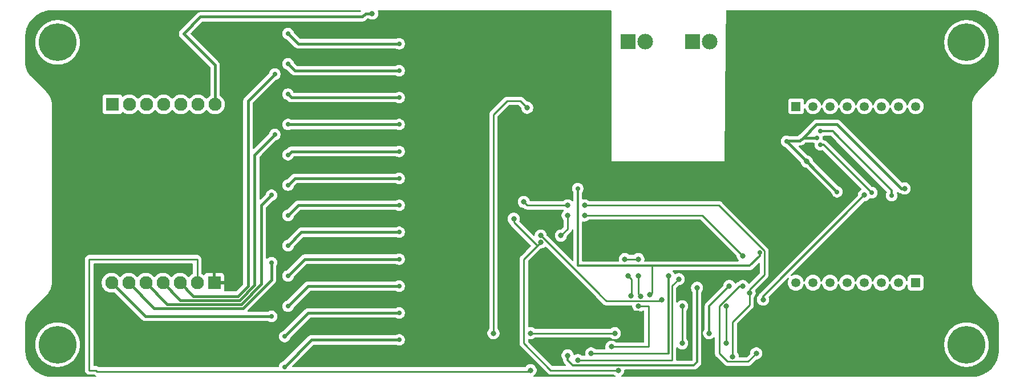
<source format=gbr>
%TF.GenerationSoftware,KiCad,Pcbnew,9.0.0*%
%TF.CreationDate,2025-03-05T21:29:35+02:00*%
%TF.ProjectId,BMS_13,424d535f-3133-42e6-9b69-6361645f7063,rev?*%
%TF.SameCoordinates,Original*%
%TF.FileFunction,Copper,L2,Bot*%
%TF.FilePolarity,Positive*%
%FSLAX46Y46*%
G04 Gerber Fmt 4.6, Leading zero omitted, Abs format (unit mm)*
G04 Created by KiCad (PCBNEW 9.0.0) date 2025-03-05 21:29:35*
%MOMM*%
%LPD*%
G01*
G04 APERTURE LIST*
%TA.AperFunction,ComponentPad*%
%ADD10R,2.325000X2.325000*%
%TD*%
%TA.AperFunction,ComponentPad*%
%ADD11C,2.325000*%
%TD*%
%TA.AperFunction,ComponentPad*%
%ADD12C,5.600000*%
%TD*%
%TA.AperFunction,ComponentPad*%
%ADD13R,1.350000X1.350000*%
%TD*%
%TA.AperFunction,ComponentPad*%
%ADD14C,1.350000*%
%TD*%
%TA.AperFunction,ComponentPad*%
%ADD15R,1.950000X1.950000*%
%TD*%
%TA.AperFunction,ComponentPad*%
%ADD16C,1.950000*%
%TD*%
%TA.AperFunction,ViaPad*%
%ADD17C,0.800000*%
%TD*%
%TA.AperFunction,ViaPad*%
%ADD18C,0.700000*%
%TD*%
%TA.AperFunction,Conductor*%
%ADD19C,0.400000*%
%TD*%
%TA.AperFunction,Conductor*%
%ADD20C,0.300000*%
%TD*%
%TA.AperFunction,Conductor*%
%ADD21C,0.250000*%
%TD*%
G04 APERTURE END LIST*
D10*
%TO.P,J3,1,Pin_1*%
%TO.N,Net-(J3-Pin_1)*%
X163000000Y-68155000D03*
D11*
%TO.P,J3,2,Pin_2*%
%TO.N,Net-(J3-Pin_2)*%
X165540000Y-68155000D03*
%TD*%
D12*
%TO.P,H4,1*%
%TO.N,N/C*%
X203700000Y-113200000D03*
%TD*%
D13*
%TO.P,J5,1,Pin_1*%
%TO.N,/T9*%
X178400000Y-77800000D03*
D14*
%TO.P,J5,2,Pin_2*%
%TO.N,/T10*%
X180940000Y-77800000D03*
%TO.P,J5,3,Pin_3*%
%TO.N,/T11*%
X183480000Y-77800000D03*
%TO.P,J5,4,Pin_4*%
%TO.N,/T12*%
X186020000Y-77800000D03*
%TO.P,J5,5,Pin_5*%
%TO.N,/T13*%
X188560000Y-77800000D03*
%TO.P,J5,6,Pin_6*%
%TO.N,/T14*%
X191100000Y-77800000D03*
%TO.P,J5,7,Pin_7*%
%TO.N,/T15*%
X193640000Y-77800000D03*
%TO.P,J5,8,Pin_8*%
%TO.N,/T16*%
X196180000Y-77800000D03*
%TD*%
D12*
%TO.P,H3,1*%
%TO.N,N/C*%
X203700000Y-68300000D03*
%TD*%
%TO.P,H1,1*%
%TO.N,N/C*%
X68800000Y-68300000D03*
%TD*%
D13*
%TO.P,J4,1,Pin_1*%
%TO.N,/T1*%
X196140000Y-104000000D03*
D14*
%TO.P,J4,2,Pin_2*%
%TO.N,/T2*%
X193600000Y-104000000D03*
%TO.P,J4,3,Pin_3*%
%TO.N,/T3*%
X191060000Y-104000000D03*
%TO.P,J4,4,Pin_4*%
%TO.N,/T4*%
X188520000Y-104000000D03*
%TO.P,J4,5,Pin_5*%
%TO.N,/T5*%
X185980000Y-104000000D03*
%TO.P,J4,6,Pin_6*%
%TO.N,/T6*%
X183440000Y-104000000D03*
%TO.P,J4,7,Pin_7*%
%TO.N,/T7*%
X180900000Y-104000000D03*
%TO.P,J4,8,Pin_8*%
%TO.N,/T8*%
X178360000Y-104000000D03*
%TD*%
D15*
%TO.P,J6,1,Pin_1*%
%TO.N,/Cell 11*%
X76930000Y-77500000D03*
D16*
%TO.P,J6,2,Pin_2*%
%TO.N,/Cell 9*%
X79470000Y-77500000D03*
%TO.P,J6,3,Pin_3*%
%TO.N,/Cell 7*%
X82010000Y-77500000D03*
%TO.P,J6,4,Pin_4*%
%TO.N,/Cell 5*%
X84550000Y-77500000D03*
%TO.P,J6,5,Pin_5*%
%TO.N,/Cell 3*%
X87090000Y-77500000D03*
%TO.P,J6,6,Pin_6*%
%TO.N,/Cell 1*%
X89630000Y-77500000D03*
%TO.P,J6,7,Pin_7*%
%TO.N,+BATT*%
X92170000Y-77500000D03*
%TD*%
D10*
%TO.P,J1,1,Pin_1*%
%TO.N,Net-(J1-Pin_1)*%
X153460000Y-68155000D03*
D11*
%TO.P,J1,2,Pin_2*%
%TO.N,Net-(J1-Pin_2)*%
X156000000Y-68155000D03*
%TD*%
D15*
%TO.P,J2,1,Pin_1*%
%TO.N,-VDC*%
X92050000Y-104000000D03*
D16*
%TO.P,J2,2,Pin_2*%
%TO.N,/Cell 12*%
X89510000Y-104000000D03*
%TO.P,J2,3,Pin_3*%
%TO.N,/Cell 10*%
X86970000Y-104000000D03*
%TO.P,J2,4,Pin_4*%
%TO.N,/Cell 8*%
X84430000Y-104000000D03*
%TO.P,J2,5,Pin_5*%
%TO.N,/Cell 6*%
X81890000Y-104000000D03*
%TO.P,J2,6,Pin_6*%
%TO.N,/Cell 4*%
X79350000Y-104000000D03*
%TO.P,J2,7,Pin_7*%
%TO.N,/Cell 2*%
X76810000Y-104000000D03*
%TD*%
D12*
%TO.P,H2,1*%
%TO.N,N/C*%
X68800000Y-113200000D03*
%TD*%
D17*
%TO.N,+5V*%
X194500000Y-90000000D03*
D18*
X146000000Y-90000000D03*
D17*
X156700000Y-105800000D03*
D18*
X177000000Y-83000000D03*
D17*
X151000000Y-113500000D03*
D18*
X184500000Y-90500000D03*
D17*
X155000000Y-107500000D03*
X180000000Y-86000000D03*
D18*
X181500000Y-82500000D03*
X173000000Y-99500000D03*
%TO.N,-VDC*%
X172500000Y-94000000D03*
X117000000Y-78500000D03*
X140500000Y-82500000D03*
X159500000Y-99500000D03*
X117000000Y-90500000D03*
X140000000Y-76500000D03*
X92000000Y-67500000D03*
X133750000Y-65000000D03*
D17*
X150000000Y-65500000D03*
D18*
X187844425Y-81312811D03*
D17*
X149750000Y-76000000D03*
D18*
X131000000Y-69500000D03*
X185500000Y-100000000D03*
D17*
X145250000Y-106676900D03*
D18*
X175000000Y-108000000D03*
D17*
X155362652Y-108662652D03*
D18*
X157000000Y-95500000D03*
X117000000Y-66500000D03*
X117000000Y-114500000D03*
X117000000Y-102500000D03*
X195000000Y-88500000D03*
D17*
%TO.N,/VREF2*%
X165500000Y-111500000D03*
X173500000Y-106500000D03*
X188500000Y-91000000D03*
X168500000Y-104500000D03*
%TO.N,/C12*%
X140500000Y-98000000D03*
X136500000Y-94500000D03*
X152000000Y-117000000D03*
%TO.N,/Enable*%
X133500000Y-111500000D03*
X151500000Y-111500000D03*
X139000000Y-111500000D03*
X138500000Y-78000000D03*
%TO.N,/SCL*%
X159500000Y-103000000D03*
D18*
X182000000Y-81500000D03*
X192602012Y-91057008D03*
D17*
X148000000Y-114500000D03*
D18*
%TO.N,/SDA*%
X189635627Y-90635627D03*
D17*
X146000000Y-115500000D03*
D18*
X182000000Y-83500000D03*
D17*
X160975000Y-103475000D03*
%TO.N,/S12*%
X158500000Y-106500000D03*
X140500000Y-97000000D03*
%TO.N,/Therm_ADC*%
X163700000Y-104750000D03*
X144500000Y-114800000D03*
%TO.N,+BATT*%
X138000000Y-92000000D03*
X147000000Y-92500000D03*
X171500000Y-105500000D03*
X169000000Y-115000000D03*
X115500000Y-64000000D03*
X144500000Y-92500000D03*
D18*
%TO.N,/Cell 10*%
X101050000Y-73000000D03*
%TO.N,/Cell 8*%
X101050000Y-82000000D03*
%TO.N,/Cell 6*%
X100550000Y-91000000D03*
%TO.N,/Cell 4*%
X100550000Y-101000000D03*
%TO.N,/Cell 2*%
X100550000Y-109000000D03*
%TO.N,Net-(Q1-G)*%
X119500000Y-108500000D03*
X102500000Y-112000000D03*
%TO.N,Net-(Q2-G)*%
X119500000Y-104500000D03*
X103000000Y-107500000D03*
%TO.N,Net-(Q3-G)*%
X103000000Y-103000000D03*
X119500000Y-100500000D03*
%TO.N,Net-(Q4-G)*%
X119500000Y-96500000D03*
X103000000Y-98500000D03*
%TO.N,Net-(Q5-G)*%
X103000000Y-94000000D03*
X119500000Y-92500000D03*
%TO.N,Net-(Q6-G)*%
X119500000Y-88500000D03*
X103000000Y-89500000D03*
%TO.N,Net-(Q7-G)*%
X103000000Y-85000000D03*
X119500000Y-84500000D03*
%TO.N,Net-(Q8-G)*%
X103000000Y-80500000D03*
X119500000Y-80500000D03*
%TO.N,Net-(Q9-G)*%
X119500000Y-76500000D03*
X103000000Y-76000000D03*
%TO.N,Net-(Q10-G)*%
X103000000Y-71500000D03*
X119500000Y-72500000D03*
%TO.N,Net-(Q11-G)*%
X119500000Y-68500000D03*
X103000000Y-67000000D03*
%TO.N,Net-(Q12-G)*%
X119500000Y-112500000D03*
X102500000Y-116500000D03*
D17*
%TO.N,/C13*%
X170500000Y-104500000D03*
X144500000Y-94000000D03*
X143500000Y-97000000D03*
X170500000Y-100000000D03*
X172500000Y-114500000D03*
X147000000Y-94000000D03*
%TO.N,/Cell 12*%
X139000000Y-117000000D03*
%TO.N,Net-(Q18-G)*%
X161500000Y-113000000D03*
X168000000Y-107500000D03*
X168000000Y-113000000D03*
X161500000Y-107500000D03*
%TO.N,Net-(U1-IBIAS)*%
X155000000Y-100500000D03*
X155300000Y-106000000D03*
X153000000Y-100500000D03*
X155000000Y-103000000D03*
%TO.N,Net-(U1-ICMP)*%
X153500000Y-103000000D03*
X153926899Y-105926899D03*
%TD*%
D19*
%TO.N,+5V*%
X194000000Y-90000000D02*
X184500000Y-80500000D01*
D20*
X173000000Y-100000000D02*
X171500000Y-101500000D01*
D19*
X181425500Y-80500000D02*
X179462750Y-82462750D01*
D21*
X156700000Y-105800000D02*
X157000000Y-105500000D01*
D19*
X179000000Y-82925500D02*
X177074500Y-82925500D01*
D20*
X157000000Y-101500000D02*
X171500000Y-101500000D01*
D21*
X156500000Y-107500000D02*
X155000000Y-107500000D01*
D20*
X146000000Y-101500000D02*
X157000000Y-101500000D01*
D19*
X179462750Y-82462750D02*
X179000000Y-82925500D01*
X194500000Y-90000000D02*
X194000000Y-90000000D01*
D21*
X157000000Y-105500000D02*
X157000000Y-101500000D01*
D19*
X177074500Y-82925500D02*
X177000000Y-83000000D01*
X184500000Y-90500000D02*
X177000000Y-83000000D01*
X184500000Y-80500000D02*
X181425500Y-80500000D01*
D21*
X151000000Y-113500000D02*
X156500000Y-113500000D01*
D19*
X179462750Y-82462750D02*
X179500000Y-82500000D01*
D20*
X146000000Y-90000000D02*
X146000000Y-101500000D01*
D19*
X179500000Y-82500000D02*
X181500000Y-82500000D01*
D20*
X173000000Y-99500000D02*
X173000000Y-100000000D01*
D21*
X156500000Y-113500000D02*
X156500000Y-107500000D01*
D19*
%TO.N,-VDC*%
X149750000Y-76000000D02*
X150000000Y-75750000D01*
X150000000Y-75750000D02*
X150000000Y-65500000D01*
D21*
X154962652Y-108262652D02*
X146835752Y-108262652D01*
X155362652Y-108662652D02*
X154962652Y-108262652D01*
X146835752Y-108262652D02*
X145250000Y-106676900D01*
D20*
%TO.N,/VREF2*%
X173500000Y-106500000D02*
X173500000Y-106000000D01*
X165500000Y-107500000D02*
X165500000Y-111500000D01*
X173500000Y-106000000D02*
X188500000Y-91000000D01*
X168500000Y-104500000D02*
X165500000Y-107500000D01*
D21*
%TO.N,/C12*%
X138000000Y-100500000D02*
X140000000Y-98500000D01*
X136500000Y-95000000D02*
X136500000Y-94500000D01*
X152000000Y-117000000D02*
X142000000Y-117000000D01*
X140000000Y-98500000D02*
X140250000Y-98250000D01*
X138000000Y-113000000D02*
X138000000Y-112500000D01*
X138000000Y-112500000D02*
X138000000Y-100500000D01*
X140250000Y-98250000D02*
X140500000Y-98000000D01*
X140000000Y-98500000D02*
X136500000Y-95000000D01*
X142000000Y-117000000D02*
X138000000Y-113000000D01*
%TO.N,/Enable*%
X137500000Y-77000000D02*
X138500000Y-78000000D01*
X133500000Y-111500000D02*
X133500000Y-79000000D01*
X133500000Y-79000000D02*
X135500000Y-77000000D01*
X139000000Y-111500000D02*
X151500000Y-111500000D01*
X135500000Y-77000000D02*
X137500000Y-77000000D01*
D20*
%TO.N,/SCL*%
X184919796Y-82580204D02*
X192602012Y-90262420D01*
X159500000Y-103000000D02*
X159500000Y-114500000D01*
X182000000Y-81500000D02*
X183839592Y-81500000D01*
D21*
X148000000Y-114500000D02*
X159500000Y-114500000D01*
D20*
X192602012Y-90262420D02*
X192602012Y-91057008D01*
X183839592Y-81500000D02*
X184919796Y-82580204D01*
%TO.N,/SDA*%
X182025000Y-83525000D02*
X182000000Y-83500000D01*
X189610627Y-90635627D02*
X182500000Y-83525000D01*
X189635627Y-90635627D02*
X189610627Y-90635627D01*
X182500000Y-83525000D02*
X182025000Y-83525000D01*
D21*
X160000000Y-115500000D02*
X160000000Y-104450000D01*
X160000000Y-104450000D02*
X160975000Y-103475000D01*
X146000000Y-115500000D02*
X160000000Y-115500000D01*
%TO.N,/S12*%
X158275000Y-106725000D02*
X150225000Y-106725000D01*
X140525305Y-97000000D02*
X140500000Y-97000000D01*
X140525305Y-97000000D02*
X149250000Y-105724695D01*
X150225000Y-106725000D02*
X149250000Y-105750000D01*
X149250000Y-105724695D02*
X149250000Y-105750000D01*
X158500000Y-106500000D02*
X158275000Y-106725000D01*
D20*
%TO.N,/Therm_ADC*%
X163700000Y-115800000D02*
X163700000Y-104750000D01*
X144500000Y-114800000D02*
X144500000Y-115500000D01*
X163250000Y-116250000D02*
X163700000Y-115800000D01*
X145250000Y-116250000D02*
X163250000Y-116250000D01*
X144500000Y-115500000D02*
X145250000Y-116250000D01*
D21*
%TO.N,+BATT*%
X171500000Y-105500000D02*
X171500000Y-105000000D01*
X171500000Y-105000000D02*
X173675000Y-102825000D01*
X169000000Y-109828248D02*
X169000000Y-115000000D01*
X169000000Y-109828248D02*
X171500000Y-107328248D01*
D19*
X92170000Y-71670000D02*
X92170000Y-77500000D01*
X114000000Y-64500000D02*
X114500000Y-64000000D01*
D21*
X138500000Y-92500000D02*
X138000000Y-92000000D01*
X147000000Y-92500000D02*
X166954595Y-92500000D01*
X171500000Y-107328248D02*
X171500000Y-105500000D01*
D19*
X114500000Y-64000000D02*
X115500000Y-64000000D01*
X90000000Y-64500000D02*
X114000000Y-64500000D01*
D21*
X166954595Y-92500000D02*
X173675000Y-99220405D01*
D19*
X87500000Y-67000000D02*
X90000000Y-64500000D01*
X87500000Y-67000000D02*
X92170000Y-71670000D01*
D21*
X173675000Y-102825000D02*
X173675000Y-99220405D01*
X138500000Y-92500000D02*
X144500000Y-92500000D01*
D19*
%TO.N,/Cell 10*%
X101050000Y-73000000D02*
X97050000Y-77000000D01*
X88970000Y-106000000D02*
X86970000Y-104000000D01*
X97050000Y-77000000D02*
X97050000Y-104500000D01*
X95550000Y-106000000D02*
X88970000Y-106000000D01*
X97050000Y-104500000D02*
X95550000Y-106000000D01*
%TO.N,/Cell 8*%
X98050000Y-85000000D02*
X98050000Y-104348528D01*
X98050000Y-104348528D02*
X95798528Y-106600000D01*
X87030000Y-106600000D02*
X84430000Y-104000000D01*
X101050000Y-82000000D02*
X98050000Y-85000000D01*
X95798528Y-106600000D02*
X87030000Y-106600000D01*
%TO.N,/Cell 6*%
X96047056Y-107200000D02*
X85090000Y-107200000D01*
X100550000Y-91000000D02*
X99050000Y-92500000D01*
X99050000Y-104197056D02*
X96047056Y-107200000D01*
X99050000Y-92500000D02*
X99050000Y-104197056D01*
X85090000Y-107200000D02*
X81890000Y-104000000D01*
%TO.N,/Cell 4*%
X100550000Y-103545584D02*
X96295584Y-107800000D01*
X100550000Y-101000000D02*
X100550000Y-103545584D01*
X96295584Y-107800000D02*
X83150000Y-107800000D01*
X83150000Y-107800000D02*
X79350000Y-104000000D01*
%TO.N,/Cell 2*%
X100550000Y-109000000D02*
X81810000Y-109000000D01*
X81810000Y-109000000D02*
X76810000Y-104000000D01*
%TO.N,Net-(Q1-G)*%
X106000000Y-108500000D02*
X102500000Y-112000000D01*
X119500000Y-108500000D02*
X106000000Y-108500000D01*
%TO.N,Net-(Q2-G)*%
X106000000Y-104500000D02*
X103000000Y-107500000D01*
X119500000Y-104500000D02*
X106000000Y-104500000D01*
%TO.N,Net-(Q3-G)*%
X105500000Y-100500000D02*
X103000000Y-103000000D01*
X119500000Y-100500000D02*
X105500000Y-100500000D01*
%TO.N,Net-(Q4-G)*%
X105000000Y-96500000D02*
X103000000Y-98500000D01*
X119500000Y-96500000D02*
X105000000Y-96500000D01*
%TO.N,Net-(Q5-G)*%
X104500000Y-92500000D02*
X103000000Y-94000000D01*
X119500000Y-92500000D02*
X104500000Y-92500000D01*
%TO.N,Net-(Q6-G)*%
X104000000Y-88500000D02*
X103000000Y-89500000D01*
X119500000Y-88500000D02*
X104000000Y-88500000D01*
%TO.N,Net-(Q7-G)*%
X103500000Y-84500000D02*
X103000000Y-85000000D01*
X119500000Y-84500000D02*
X103500000Y-84500000D01*
%TO.N,Net-(Q8-G)*%
X119500000Y-80500000D02*
X103000000Y-80500000D01*
%TO.N,Net-(Q9-G)*%
X103500000Y-76500000D02*
X103000000Y-76000000D01*
X119500000Y-76500000D02*
X103500000Y-76500000D01*
%TO.N,Net-(Q10-G)*%
X104000000Y-72500000D02*
X103000000Y-71500000D01*
X119500000Y-72500000D02*
X104000000Y-72500000D01*
%TO.N,Net-(Q11-G)*%
X104500000Y-68500000D02*
X103000000Y-67000000D01*
X119500000Y-68500000D02*
X104500000Y-68500000D01*
%TO.N,Net-(Q12-G)*%
X106500000Y-112500000D02*
X102500000Y-116500000D01*
X119500000Y-112500000D02*
X106500000Y-112500000D01*
D21*
%TO.N,/C13*%
X144500000Y-96000000D02*
X144500000Y-94000000D01*
X147000000Y-94000000D02*
X164500000Y-94000000D01*
X171275000Y-115725000D02*
X172500000Y-114500000D01*
X164500000Y-94000000D02*
X170500000Y-100000000D01*
X143500000Y-97000000D02*
X144500000Y-96000000D01*
X167000000Y-107474695D02*
X167000000Y-114500000D01*
X170500000Y-104500000D02*
X169974695Y-104500000D01*
X168225000Y-115725000D02*
X171275000Y-115725000D01*
X169974695Y-104500000D02*
X167000000Y-107474695D01*
X167000000Y-114500000D02*
X168225000Y-115725000D01*
%TO.N,/Cell 12*%
X138825000Y-117175000D02*
X139000000Y-117000000D01*
X89510000Y-104000000D02*
X89510000Y-100510000D01*
X74675000Y-117175000D02*
X138825000Y-117175000D01*
X89500000Y-100500000D02*
X73500000Y-100500000D01*
X73500000Y-100500000D02*
X73500000Y-117000000D01*
X74500000Y-117000000D02*
X74675000Y-117175000D01*
X73500000Y-117000000D02*
X74500000Y-117000000D01*
X89510000Y-100510000D02*
X89500000Y-100500000D01*
%TO.N,Net-(Q18-G)*%
X161500000Y-107500000D02*
X161500000Y-108000000D01*
X168000000Y-107500000D02*
X168000000Y-113000000D01*
X161500000Y-113000000D02*
X161500000Y-107500000D01*
%TO.N,Net-(U1-IBIAS)*%
X155000000Y-105700000D02*
X155000000Y-103000000D01*
X153000000Y-100500000D02*
X155000000Y-100500000D01*
X155300000Y-106000000D02*
X155000000Y-105700000D01*
%TO.N,Net-(U1-ICMP)*%
X154000000Y-105853798D02*
X153926899Y-105926899D01*
X154000000Y-103500000D02*
X154000000Y-105853798D01*
X153500000Y-103000000D02*
X154000000Y-103500000D01*
%TD*%
%TA.AperFunction,Conductor*%
%TO.N,-VDC*%
G36*
X113776520Y-63520185D02*
G01*
X113822275Y-63572989D01*
X113832219Y-63642147D01*
X113803194Y-63705703D01*
X113797162Y-63712181D01*
X113746162Y-63763181D01*
X113684839Y-63796666D01*
X113658481Y-63799500D01*
X89931004Y-63799500D01*
X89795677Y-63826418D01*
X89795667Y-63826421D01*
X89668192Y-63879222D01*
X89553454Y-63955887D01*
X89553453Y-63955888D01*
X87657801Y-65851542D01*
X87053457Y-66455886D01*
X86955886Y-66553457D01*
X86879222Y-66668192D01*
X86826421Y-66795667D01*
X86826418Y-66795677D01*
X86799500Y-66931003D01*
X86799500Y-66931006D01*
X86799500Y-67068994D01*
X86799500Y-67068996D01*
X86799499Y-67068996D01*
X86826418Y-67204322D01*
X86826421Y-67204332D01*
X86879222Y-67331807D01*
X86955887Y-67446545D01*
X86955888Y-67446546D01*
X91433181Y-71923837D01*
X91466666Y-71985160D01*
X91469500Y-72011518D01*
X91469500Y-76124942D01*
X91449815Y-76191981D01*
X91401798Y-76235425D01*
X91396671Y-76238037D01*
X91208773Y-76374553D01*
X91044553Y-76538773D01*
X91044553Y-76538774D01*
X91044551Y-76538776D01*
X91003858Y-76594785D01*
X91000318Y-76599658D01*
X90944988Y-76642323D01*
X90875374Y-76648302D01*
X90813579Y-76615696D01*
X90799682Y-76599658D01*
X90755449Y-76538776D01*
X90591224Y-76374551D01*
X90403331Y-76238039D01*
X90325202Y-76198230D01*
X90196400Y-76132601D01*
X89975514Y-76060831D01*
X89746129Y-76024500D01*
X89746124Y-76024500D01*
X89513876Y-76024500D01*
X89513871Y-76024500D01*
X89284485Y-76060831D01*
X89063599Y-76132601D01*
X88856668Y-76238039D01*
X88668773Y-76374553D01*
X88504553Y-76538773D01*
X88504553Y-76538774D01*
X88504551Y-76538776D01*
X88463858Y-76594785D01*
X88460318Y-76599658D01*
X88404988Y-76642323D01*
X88335374Y-76648302D01*
X88273579Y-76615696D01*
X88259682Y-76599658D01*
X88215449Y-76538776D01*
X88051224Y-76374551D01*
X87863331Y-76238039D01*
X87785202Y-76198230D01*
X87656400Y-76132601D01*
X87435514Y-76060831D01*
X87206129Y-76024500D01*
X87206124Y-76024500D01*
X86973876Y-76024500D01*
X86973871Y-76024500D01*
X86744485Y-76060831D01*
X86523599Y-76132601D01*
X86316668Y-76238039D01*
X86128773Y-76374553D01*
X85964553Y-76538773D01*
X85964553Y-76538774D01*
X85964551Y-76538776D01*
X85923858Y-76594785D01*
X85920318Y-76599658D01*
X85864988Y-76642323D01*
X85795374Y-76648302D01*
X85733579Y-76615696D01*
X85719682Y-76599658D01*
X85675449Y-76538776D01*
X85511224Y-76374551D01*
X85323331Y-76238039D01*
X85245202Y-76198230D01*
X85116400Y-76132601D01*
X84895514Y-76060831D01*
X84666129Y-76024500D01*
X84666124Y-76024500D01*
X84433876Y-76024500D01*
X84433871Y-76024500D01*
X84204485Y-76060831D01*
X83983599Y-76132601D01*
X83776668Y-76238039D01*
X83588773Y-76374553D01*
X83424553Y-76538773D01*
X83424553Y-76538774D01*
X83424551Y-76538776D01*
X83383858Y-76594785D01*
X83380318Y-76599658D01*
X83324988Y-76642323D01*
X83255374Y-76648302D01*
X83193579Y-76615696D01*
X83179682Y-76599658D01*
X83135449Y-76538776D01*
X82971224Y-76374551D01*
X82783331Y-76238039D01*
X82705202Y-76198230D01*
X82576400Y-76132601D01*
X82355514Y-76060831D01*
X82126129Y-76024500D01*
X82126124Y-76024500D01*
X81893876Y-76024500D01*
X81893871Y-76024500D01*
X81664485Y-76060831D01*
X81443599Y-76132601D01*
X81236668Y-76238039D01*
X81048773Y-76374553D01*
X80884553Y-76538773D01*
X80884553Y-76538774D01*
X80884551Y-76538776D01*
X80843858Y-76594785D01*
X80840318Y-76599658D01*
X80784988Y-76642323D01*
X80715374Y-76648302D01*
X80653579Y-76615696D01*
X80639682Y-76599658D01*
X80595449Y-76538776D01*
X80431224Y-76374551D01*
X80243331Y-76238039D01*
X80165202Y-76198230D01*
X80036400Y-76132601D01*
X79815514Y-76060831D01*
X79586129Y-76024500D01*
X79586124Y-76024500D01*
X79353876Y-76024500D01*
X79353871Y-76024500D01*
X79124485Y-76060831D01*
X78903599Y-76132601D01*
X78696665Y-76238041D01*
X78541902Y-76350482D01*
X78476095Y-76373962D01*
X78408042Y-76358136D01*
X78359347Y-76308030D01*
X78352835Y-76293497D01*
X78348797Y-76282671D01*
X78348793Y-76282664D01*
X78262547Y-76167455D01*
X78262544Y-76167452D01*
X78147335Y-76081206D01*
X78147328Y-76081202D01*
X78012482Y-76030908D01*
X78012483Y-76030908D01*
X77952883Y-76024501D01*
X77952881Y-76024500D01*
X77952873Y-76024500D01*
X77952864Y-76024500D01*
X75907129Y-76024500D01*
X75907123Y-76024501D01*
X75847516Y-76030908D01*
X75712671Y-76081202D01*
X75712664Y-76081206D01*
X75597455Y-76167452D01*
X75597452Y-76167455D01*
X75511206Y-76282664D01*
X75511202Y-76282671D01*
X75460908Y-76417517D01*
X75454501Y-76477116D01*
X75454500Y-76477127D01*
X75454500Y-78522870D01*
X75454501Y-78522876D01*
X75460908Y-78582483D01*
X75511202Y-78717328D01*
X75511206Y-78717335D01*
X75597452Y-78832544D01*
X75597455Y-78832547D01*
X75712664Y-78918793D01*
X75712671Y-78918797D01*
X75847517Y-78969091D01*
X75847516Y-78969091D01*
X75854444Y-78969835D01*
X75907127Y-78975500D01*
X77952872Y-78975499D01*
X78012483Y-78969091D01*
X78147331Y-78918796D01*
X78262546Y-78832546D01*
X78348796Y-78717331D01*
X78352834Y-78706505D01*
X78394703Y-78650570D01*
X78460166Y-78626150D01*
X78528440Y-78640999D01*
X78541890Y-78649508D01*
X78696669Y-78761961D01*
X78794436Y-78811776D01*
X78903599Y-78867398D01*
X78903601Y-78867398D01*
X78903604Y-78867400D01*
X79124486Y-78939169D01*
X79242668Y-78957886D01*
X79353871Y-78975500D01*
X79353876Y-78975500D01*
X79586129Y-78975500D01*
X79687502Y-78959443D01*
X79815514Y-78939169D01*
X80036396Y-78867400D01*
X80243331Y-78761961D01*
X80431224Y-78625449D01*
X80595449Y-78461224D01*
X80639682Y-78400341D01*
X80695011Y-78357676D01*
X80764625Y-78351697D01*
X80826420Y-78384302D01*
X80840316Y-78400340D01*
X80884551Y-78461224D01*
X81048776Y-78625449D01*
X81236669Y-78761961D01*
X81334436Y-78811776D01*
X81443599Y-78867398D01*
X81443601Y-78867398D01*
X81443604Y-78867400D01*
X81664486Y-78939169D01*
X81782668Y-78957886D01*
X81893871Y-78975500D01*
X81893876Y-78975500D01*
X82126129Y-78975500D01*
X82227502Y-78959443D01*
X82355514Y-78939169D01*
X82576396Y-78867400D01*
X82783331Y-78761961D01*
X82971224Y-78625449D01*
X83135449Y-78461224D01*
X83179682Y-78400341D01*
X83235011Y-78357676D01*
X83304625Y-78351697D01*
X83366420Y-78384302D01*
X83380316Y-78400340D01*
X83424551Y-78461224D01*
X83588776Y-78625449D01*
X83776669Y-78761961D01*
X83874436Y-78811776D01*
X83983599Y-78867398D01*
X83983601Y-78867398D01*
X83983604Y-78867400D01*
X84204486Y-78939169D01*
X84322668Y-78957886D01*
X84433871Y-78975500D01*
X84433876Y-78975500D01*
X84666129Y-78975500D01*
X84767502Y-78959443D01*
X84895514Y-78939169D01*
X85116396Y-78867400D01*
X85323331Y-78761961D01*
X85511224Y-78625449D01*
X85675449Y-78461224D01*
X85719682Y-78400341D01*
X85775011Y-78357676D01*
X85844625Y-78351697D01*
X85906420Y-78384302D01*
X85920316Y-78400340D01*
X85964551Y-78461224D01*
X86128776Y-78625449D01*
X86316669Y-78761961D01*
X86414436Y-78811776D01*
X86523599Y-78867398D01*
X86523601Y-78867398D01*
X86523604Y-78867400D01*
X86744486Y-78939169D01*
X86862668Y-78957886D01*
X86973871Y-78975500D01*
X86973876Y-78975500D01*
X87206129Y-78975500D01*
X87307502Y-78959443D01*
X87435514Y-78939169D01*
X87656396Y-78867400D01*
X87863331Y-78761961D01*
X88051224Y-78625449D01*
X88215449Y-78461224D01*
X88259682Y-78400341D01*
X88315011Y-78357676D01*
X88384625Y-78351697D01*
X88446420Y-78384302D01*
X88460316Y-78400340D01*
X88504551Y-78461224D01*
X88668776Y-78625449D01*
X88856669Y-78761961D01*
X88954436Y-78811776D01*
X89063599Y-78867398D01*
X89063601Y-78867398D01*
X89063604Y-78867400D01*
X89284486Y-78939169D01*
X89402668Y-78957886D01*
X89513871Y-78975500D01*
X89513876Y-78975500D01*
X89746129Y-78975500D01*
X89847502Y-78959443D01*
X89975514Y-78939169D01*
X90196396Y-78867400D01*
X90403331Y-78761961D01*
X90591224Y-78625449D01*
X90755449Y-78461224D01*
X90799682Y-78400341D01*
X90855011Y-78357676D01*
X90924625Y-78351697D01*
X90986420Y-78384302D01*
X91000316Y-78400340D01*
X91044551Y-78461224D01*
X91208776Y-78625449D01*
X91396669Y-78761961D01*
X91494436Y-78811776D01*
X91603599Y-78867398D01*
X91603601Y-78867398D01*
X91603604Y-78867400D01*
X91824486Y-78939169D01*
X91942668Y-78957886D01*
X92053871Y-78975500D01*
X92053876Y-78975500D01*
X92286129Y-78975500D01*
X92387502Y-78959443D01*
X92515514Y-78939169D01*
X92736396Y-78867400D01*
X92943331Y-78761961D01*
X93131224Y-78625449D01*
X93295449Y-78461224D01*
X93431961Y-78273331D01*
X93537400Y-78066396D01*
X93609169Y-77845514D01*
X93638263Y-77661819D01*
X93645500Y-77616129D01*
X93645500Y-77383870D01*
X93622667Y-77239713D01*
X93609169Y-77154486D01*
X93537400Y-76933604D01*
X93537398Y-76933601D01*
X93537398Y-76933599D01*
X93466585Y-76794622D01*
X93431961Y-76726669D01*
X93295449Y-76538776D01*
X93131224Y-76374551D01*
X92943331Y-76238039D01*
X92943330Y-76238038D01*
X92943328Y-76238037D01*
X92938202Y-76235425D01*
X92887407Y-76187450D01*
X92870500Y-76124942D01*
X92870500Y-71601004D01*
X92843581Y-71465677D01*
X92843580Y-71465676D01*
X92843580Y-71465672D01*
X92823100Y-71416228D01*
X102149500Y-71416228D01*
X102149500Y-71583771D01*
X102182182Y-71748074D01*
X102182184Y-71748082D01*
X102246295Y-71902860D01*
X102339373Y-72042162D01*
X102457837Y-72160626D01*
X102550494Y-72222537D01*
X102597137Y-72253703D01*
X102751918Y-72317816D01*
X102808950Y-72329160D01*
X102870859Y-72361544D01*
X102872439Y-72363096D01*
X103553453Y-73044111D01*
X103553454Y-73044112D01*
X103668192Y-73120777D01*
X103763420Y-73160221D01*
X103795672Y-73173580D01*
X103795676Y-73173580D01*
X103795677Y-73173581D01*
X103931003Y-73200500D01*
X103931006Y-73200500D01*
X103931007Y-73200500D01*
X118979898Y-73200500D01*
X119046937Y-73220185D01*
X119048789Y-73221398D01*
X119097137Y-73253703D01*
X119251918Y-73317816D01*
X119416228Y-73350499D01*
X119416232Y-73350500D01*
X119416233Y-73350500D01*
X119583768Y-73350500D01*
X119583769Y-73350499D01*
X119748082Y-73317816D01*
X119902863Y-73253703D01*
X120042162Y-73160626D01*
X120160626Y-73042162D01*
X120253703Y-72902863D01*
X120317816Y-72748082D01*
X120350500Y-72583767D01*
X120350500Y-72416233D01*
X120317816Y-72251918D01*
X120253703Y-72097137D01*
X120196494Y-72011518D01*
X120160626Y-71957837D01*
X120042162Y-71839373D01*
X119902860Y-71746295D01*
X119748082Y-71682184D01*
X119748074Y-71682182D01*
X119583771Y-71649500D01*
X119583767Y-71649500D01*
X119416233Y-71649500D01*
X119416228Y-71649500D01*
X119251925Y-71682182D01*
X119251917Y-71682184D01*
X119097140Y-71746295D01*
X119097131Y-71746300D01*
X119048789Y-71778602D01*
X118982112Y-71799480D01*
X118979898Y-71799500D01*
X104341519Y-71799500D01*
X104274480Y-71779815D01*
X104253838Y-71763181D01*
X103863096Y-71372439D01*
X103829611Y-71311116D01*
X103829174Y-71309021D01*
X103817816Y-71251918D01*
X103753703Y-71097137D01*
X103722537Y-71050494D01*
X103660626Y-70957837D01*
X103542162Y-70839373D01*
X103402860Y-70746295D01*
X103248082Y-70682184D01*
X103248074Y-70682182D01*
X103083771Y-70649500D01*
X103083767Y-70649500D01*
X102916233Y-70649500D01*
X102916228Y-70649500D01*
X102751925Y-70682182D01*
X102751917Y-70682184D01*
X102597139Y-70746295D01*
X102457837Y-70839373D01*
X102339373Y-70957837D01*
X102246295Y-71097139D01*
X102182184Y-71251917D01*
X102182182Y-71251925D01*
X102149500Y-71416228D01*
X92823100Y-71416228D01*
X92793945Y-71345841D01*
X92790778Y-71338195D01*
X92790771Y-71338182D01*
X92714115Y-71223459D01*
X92714114Y-71223458D01*
X92616542Y-71125886D01*
X88578337Y-67087681D01*
X88573998Y-67079735D01*
X88566751Y-67074310D01*
X88557516Y-67049550D01*
X88544852Y-67026358D01*
X88545497Y-67017328D01*
X88542334Y-67008846D01*
X88547950Y-66983025D01*
X88549836Y-66956666D01*
X88555654Y-66947612D01*
X88557186Y-66940573D01*
X88575411Y-66916228D01*
X102149500Y-66916228D01*
X102149500Y-67083771D01*
X102182182Y-67248074D01*
X102182184Y-67248082D01*
X102246295Y-67402860D01*
X102339373Y-67542162D01*
X102457837Y-67660626D01*
X102550494Y-67722537D01*
X102597137Y-67753703D01*
X102751918Y-67817816D01*
X102808950Y-67829160D01*
X102870859Y-67861544D01*
X102872439Y-67863096D01*
X103955886Y-68946542D01*
X104051506Y-69042162D01*
X104053459Y-69044115D01*
X104168182Y-69120771D01*
X104168186Y-69120773D01*
X104168189Y-69120775D01*
X104242866Y-69151707D01*
X104295671Y-69173580D01*
X104322591Y-69178934D01*
X104419630Y-69198237D01*
X104431006Y-69200500D01*
X104431007Y-69200500D01*
X118979898Y-69200500D01*
X119046937Y-69220185D01*
X119048789Y-69221398D01*
X119097137Y-69253703D01*
X119251918Y-69317816D01*
X119416228Y-69350499D01*
X119416232Y-69350500D01*
X119416233Y-69350500D01*
X119583768Y-69350500D01*
X119583769Y-69350499D01*
X119748082Y-69317816D01*
X119902863Y-69253703D01*
X120042162Y-69160626D01*
X120160626Y-69042162D01*
X120253703Y-68902863D01*
X120317816Y-68748082D01*
X120350500Y-68583767D01*
X120350500Y-68416233D01*
X120317816Y-68251918D01*
X120253703Y-68097137D01*
X120222537Y-68050494D01*
X120160626Y-67957837D01*
X120042162Y-67839373D01*
X119902860Y-67746295D01*
X119748082Y-67682184D01*
X119748074Y-67682182D01*
X119583771Y-67649500D01*
X119583767Y-67649500D01*
X119416233Y-67649500D01*
X119416228Y-67649500D01*
X119251925Y-67682182D01*
X119251917Y-67682184D01*
X119097140Y-67746295D01*
X119097131Y-67746300D01*
X119048789Y-67778602D01*
X118982112Y-67799480D01*
X118979898Y-67799500D01*
X104841518Y-67799500D01*
X104774479Y-67779815D01*
X104753837Y-67763181D01*
X103863096Y-66872439D01*
X103829611Y-66811116D01*
X103829174Y-66809021D01*
X103817816Y-66751918D01*
X103753703Y-66597137D01*
X103722537Y-66550494D01*
X103660626Y-66457837D01*
X103542162Y-66339373D01*
X103402860Y-66246295D01*
X103248082Y-66182184D01*
X103248074Y-66182182D01*
X103083771Y-66149500D01*
X103083767Y-66149500D01*
X102916233Y-66149500D01*
X102916228Y-66149500D01*
X102751925Y-66182182D01*
X102751917Y-66182184D01*
X102597139Y-66246295D01*
X102457837Y-66339373D01*
X102339373Y-66457837D01*
X102246295Y-66597139D01*
X102182184Y-66751917D01*
X102182182Y-66751925D01*
X102149500Y-66916228D01*
X88575411Y-66916228D01*
X88578337Y-66912319D01*
X88668196Y-66822460D01*
X89409810Y-66080847D01*
X90253838Y-65236819D01*
X90315161Y-65203334D01*
X90341519Y-65200500D01*
X114068996Y-65200500D01*
X114160040Y-65182389D01*
X114204328Y-65173580D01*
X114268069Y-65147177D01*
X114331807Y-65120777D01*
X114331808Y-65120776D01*
X114331811Y-65120775D01*
X114446543Y-65044114D01*
X114753838Y-64736819D01*
X114780765Y-64722115D01*
X114806584Y-64705523D01*
X114812784Y-64704631D01*
X114815161Y-64703334D01*
X114841519Y-64700500D01*
X114889900Y-64700500D01*
X114956939Y-64720185D01*
X114958788Y-64721396D01*
X115073453Y-64798013D01*
X115237334Y-64865894D01*
X115237336Y-64865894D01*
X115237341Y-64865896D01*
X115411304Y-64900499D01*
X115411307Y-64900500D01*
X115411309Y-64900500D01*
X115588693Y-64900500D01*
X115588694Y-64900499D01*
X115646682Y-64888964D01*
X115762658Y-64865896D01*
X115762661Y-64865894D01*
X115762666Y-64865894D01*
X115926547Y-64798013D01*
X116074035Y-64699464D01*
X116199464Y-64574035D01*
X116298013Y-64426547D01*
X116365894Y-64262666D01*
X116379141Y-64196072D01*
X116397695Y-64102794D01*
X116400500Y-64088691D01*
X116400500Y-63911309D01*
X116400500Y-63911306D01*
X116400499Y-63911304D01*
X116365896Y-63737341D01*
X116365893Y-63737332D01*
X116338812Y-63671952D01*
X116331343Y-63602483D01*
X116362618Y-63540004D01*
X116422707Y-63504352D01*
X116453373Y-63500500D01*
X150876000Y-63500500D01*
X150943039Y-63520185D01*
X150988794Y-63572989D01*
X151000000Y-63624500D01*
X151000000Y-86000000D01*
X167750000Y-86000000D01*
X167849143Y-77077135D01*
X177224500Y-77077135D01*
X177224500Y-78522870D01*
X177224501Y-78522876D01*
X177230908Y-78582483D01*
X177281202Y-78717328D01*
X177281206Y-78717335D01*
X177367452Y-78832544D01*
X177367455Y-78832547D01*
X177482664Y-78918793D01*
X177482671Y-78918797D01*
X177617517Y-78969091D01*
X177617516Y-78969091D01*
X177624444Y-78969835D01*
X177677127Y-78975500D01*
X179122872Y-78975499D01*
X179182483Y-78969091D01*
X179317331Y-78918796D01*
X179432546Y-78832546D01*
X179518796Y-78717331D01*
X179569091Y-78582483D01*
X179575500Y-78522873D01*
X179575499Y-78187401D01*
X179595183Y-78120365D01*
X179647987Y-78074610D01*
X179717146Y-78064666D01*
X179780701Y-78093691D01*
X179817430Y-78149085D01*
X179850621Y-78251235D01*
X179850620Y-78251235D01*
X179861879Y-78273331D01*
X179934622Y-78416096D01*
X180043379Y-78565787D01*
X180174213Y-78696621D01*
X180323904Y-78805378D01*
X180377224Y-78832546D01*
X180488764Y-78889379D01*
X180488767Y-78889380D01*
X180522992Y-78900500D01*
X180664736Y-78946555D01*
X180847486Y-78975500D01*
X180847487Y-78975500D01*
X181032513Y-78975500D01*
X181032514Y-78975500D01*
X181215264Y-78946555D01*
X181391235Y-78889379D01*
X181556096Y-78805378D01*
X181705787Y-78696621D01*
X181836621Y-78565787D01*
X181945378Y-78416096D01*
X182029379Y-78251235D01*
X182086555Y-78075264D01*
X182087527Y-78069126D01*
X182117455Y-78005994D01*
X182176766Y-77969062D01*
X182246629Y-77970058D01*
X182304862Y-78008667D01*
X182332472Y-78069126D01*
X182333445Y-78075264D01*
X182333446Y-78075269D01*
X182390619Y-78251232D01*
X182390620Y-78251235D01*
X182401879Y-78273331D01*
X182474622Y-78416096D01*
X182583379Y-78565787D01*
X182714213Y-78696621D01*
X182863904Y-78805378D01*
X182917224Y-78832546D01*
X183028764Y-78889379D01*
X183028767Y-78889380D01*
X183062992Y-78900500D01*
X183204736Y-78946555D01*
X183387486Y-78975500D01*
X183387487Y-78975500D01*
X183572513Y-78975500D01*
X183572514Y-78975500D01*
X183755264Y-78946555D01*
X183931235Y-78889379D01*
X184096096Y-78805378D01*
X184245787Y-78696621D01*
X184376621Y-78565787D01*
X184485378Y-78416096D01*
X184569379Y-78251235D01*
X184626555Y-78075264D01*
X184627527Y-78069126D01*
X184657455Y-78005994D01*
X184716766Y-77969062D01*
X184786629Y-77970058D01*
X184844862Y-78008667D01*
X184872472Y-78069126D01*
X184873445Y-78075264D01*
X184873446Y-78075269D01*
X184930619Y-78251232D01*
X184930620Y-78251235D01*
X184941879Y-78273331D01*
X185014622Y-78416096D01*
X185123379Y-78565787D01*
X185254213Y-78696621D01*
X185403904Y-78805378D01*
X185457224Y-78832546D01*
X185568764Y-78889379D01*
X185568767Y-78889380D01*
X185602992Y-78900500D01*
X185744736Y-78946555D01*
X185927486Y-78975500D01*
X185927487Y-78975500D01*
X186112513Y-78975500D01*
X186112514Y-78975500D01*
X186295264Y-78946555D01*
X186471235Y-78889379D01*
X186636096Y-78805378D01*
X186785787Y-78696621D01*
X186916621Y-78565787D01*
X187025378Y-78416096D01*
X187109379Y-78251235D01*
X187166555Y-78075264D01*
X187167527Y-78069126D01*
X187197455Y-78005994D01*
X187256766Y-77969062D01*
X187326629Y-77970058D01*
X187384862Y-78008667D01*
X187412472Y-78069126D01*
X187413445Y-78075264D01*
X187413446Y-78075269D01*
X187470619Y-78251232D01*
X187470620Y-78251235D01*
X187481879Y-78273331D01*
X187554622Y-78416096D01*
X187663379Y-78565787D01*
X187794213Y-78696621D01*
X187943904Y-78805378D01*
X187997224Y-78832546D01*
X188108764Y-78889379D01*
X188108767Y-78889380D01*
X188142992Y-78900500D01*
X188284736Y-78946555D01*
X188467486Y-78975500D01*
X188467487Y-78975500D01*
X188652513Y-78975500D01*
X188652514Y-78975500D01*
X188835264Y-78946555D01*
X189011235Y-78889379D01*
X189176096Y-78805378D01*
X189325787Y-78696621D01*
X189456621Y-78565787D01*
X189565378Y-78416096D01*
X189649379Y-78251235D01*
X189706555Y-78075264D01*
X189707527Y-78069126D01*
X189737455Y-78005994D01*
X189796766Y-77969062D01*
X189866629Y-77970058D01*
X189924862Y-78008667D01*
X189952472Y-78069126D01*
X189953445Y-78075264D01*
X189953446Y-78075269D01*
X190010619Y-78251232D01*
X190010620Y-78251235D01*
X190021879Y-78273331D01*
X190094622Y-78416096D01*
X190203379Y-78565787D01*
X190334213Y-78696621D01*
X190483904Y-78805378D01*
X190537224Y-78832546D01*
X190648764Y-78889379D01*
X190648767Y-78889380D01*
X190682992Y-78900500D01*
X190824736Y-78946555D01*
X191007486Y-78975500D01*
X191007487Y-78975500D01*
X191192513Y-78975500D01*
X191192514Y-78975500D01*
X191375264Y-78946555D01*
X191551235Y-78889379D01*
X191716096Y-78805378D01*
X191865787Y-78696621D01*
X191996621Y-78565787D01*
X192105378Y-78416096D01*
X192189379Y-78251235D01*
X192246555Y-78075264D01*
X192247527Y-78069126D01*
X192277455Y-78005994D01*
X192336766Y-77969062D01*
X192406629Y-77970058D01*
X192464862Y-78008667D01*
X192492472Y-78069126D01*
X192493445Y-78075264D01*
X192493446Y-78075269D01*
X192550619Y-78251232D01*
X192550620Y-78251235D01*
X192561879Y-78273331D01*
X192634622Y-78416096D01*
X192743379Y-78565787D01*
X192874213Y-78696621D01*
X193023904Y-78805378D01*
X193077224Y-78832546D01*
X193188764Y-78889379D01*
X193188767Y-78889380D01*
X193222992Y-78900500D01*
X193364736Y-78946555D01*
X193547486Y-78975500D01*
X193547487Y-78975500D01*
X193732513Y-78975500D01*
X193732514Y-78975500D01*
X193915264Y-78946555D01*
X194091235Y-78889379D01*
X194256096Y-78805378D01*
X194405787Y-78696621D01*
X194536621Y-78565787D01*
X194645378Y-78416096D01*
X194729379Y-78251235D01*
X194786555Y-78075264D01*
X194787527Y-78069126D01*
X194817455Y-78005994D01*
X194876766Y-77969062D01*
X194946629Y-77970058D01*
X195004862Y-78008667D01*
X195032472Y-78069126D01*
X195033445Y-78075264D01*
X195033446Y-78075269D01*
X195090619Y-78251232D01*
X195090620Y-78251235D01*
X195101879Y-78273331D01*
X195174622Y-78416096D01*
X195283379Y-78565787D01*
X195414213Y-78696621D01*
X195563904Y-78805378D01*
X195617224Y-78832546D01*
X195728764Y-78889379D01*
X195728767Y-78889380D01*
X195762992Y-78900500D01*
X195904736Y-78946555D01*
X196087486Y-78975500D01*
X196087487Y-78975500D01*
X196272513Y-78975500D01*
X196272514Y-78975500D01*
X196455264Y-78946555D01*
X196631235Y-78889379D01*
X196796096Y-78805378D01*
X196945787Y-78696621D01*
X197076621Y-78565787D01*
X197185378Y-78416096D01*
X197269379Y-78251235D01*
X197326555Y-78075264D01*
X197355500Y-77892514D01*
X197355500Y-77707486D01*
X197326555Y-77524736D01*
X197269943Y-77350500D01*
X197269380Y-77348767D01*
X197269379Y-77348764D01*
X197218455Y-77248822D01*
X197185378Y-77183904D01*
X197076621Y-77034213D01*
X196945787Y-76903379D01*
X196796096Y-76794622D01*
X196742778Y-76767455D01*
X196631235Y-76710620D01*
X196631232Y-76710619D01*
X196455265Y-76653445D01*
X196312972Y-76630908D01*
X196272514Y-76624500D01*
X196087486Y-76624500D01*
X196054636Y-76629703D01*
X195904734Y-76653445D01*
X195728767Y-76710619D01*
X195728764Y-76710620D01*
X195563903Y-76794622D01*
X195414210Y-76903381D01*
X195283381Y-77034210D01*
X195283381Y-77034211D01*
X195283379Y-77034213D01*
X195252199Y-77077129D01*
X195174622Y-77183903D01*
X195090620Y-77348764D01*
X195090619Y-77348767D01*
X195033445Y-77524734D01*
X195032473Y-77530872D01*
X195002544Y-77594007D01*
X194943232Y-77630938D01*
X194873370Y-77629940D01*
X194815137Y-77591330D01*
X194787527Y-77530872D01*
X194787356Y-77529798D01*
X194786555Y-77524736D01*
X194729943Y-77350500D01*
X194729380Y-77348767D01*
X194729379Y-77348764D01*
X194678455Y-77248822D01*
X194645378Y-77183904D01*
X194536621Y-77034213D01*
X194405787Y-76903379D01*
X194256096Y-76794622D01*
X194202778Y-76767455D01*
X194091235Y-76710620D01*
X194091232Y-76710619D01*
X193915265Y-76653445D01*
X193772972Y-76630908D01*
X193732514Y-76624500D01*
X193547486Y-76624500D01*
X193514636Y-76629703D01*
X193364734Y-76653445D01*
X193188767Y-76710619D01*
X193188764Y-76710620D01*
X193023903Y-76794622D01*
X192874210Y-76903381D01*
X192743381Y-77034210D01*
X192743381Y-77034211D01*
X192743379Y-77034213D01*
X192712199Y-77077129D01*
X192634622Y-77183903D01*
X192550620Y-77348764D01*
X192550619Y-77348767D01*
X192493445Y-77524734D01*
X192492473Y-77530872D01*
X192462544Y-77594007D01*
X192403232Y-77630938D01*
X192333370Y-77629940D01*
X192275137Y-77591330D01*
X192247527Y-77530872D01*
X192247356Y-77529798D01*
X192246555Y-77524736D01*
X192189943Y-77350500D01*
X192189380Y-77348767D01*
X192189379Y-77348764D01*
X192138455Y-77248822D01*
X192105378Y-77183904D01*
X191996621Y-77034213D01*
X191865787Y-76903379D01*
X191716096Y-76794622D01*
X191662778Y-76767455D01*
X191551235Y-76710620D01*
X191551232Y-76710619D01*
X191375265Y-76653445D01*
X191232972Y-76630908D01*
X191192514Y-76624500D01*
X191007486Y-76624500D01*
X190974636Y-76629703D01*
X190824734Y-76653445D01*
X190648767Y-76710619D01*
X190648764Y-76710620D01*
X190483903Y-76794622D01*
X190334210Y-76903381D01*
X190203381Y-77034210D01*
X190203381Y-77034211D01*
X190203379Y-77034213D01*
X190172199Y-77077129D01*
X190094622Y-77183903D01*
X190010620Y-77348764D01*
X190010619Y-77348767D01*
X189953445Y-77524734D01*
X189952473Y-77530872D01*
X189922544Y-77594007D01*
X189863232Y-77630938D01*
X189793370Y-77629940D01*
X189735137Y-77591330D01*
X189707527Y-77530872D01*
X189707356Y-77529798D01*
X189706555Y-77524736D01*
X189649943Y-77350500D01*
X189649380Y-77348767D01*
X189649379Y-77348764D01*
X189598455Y-77248822D01*
X189565378Y-77183904D01*
X189456621Y-77034213D01*
X189325787Y-76903379D01*
X189176096Y-76794622D01*
X189122778Y-76767455D01*
X189011235Y-76710620D01*
X189011232Y-76710619D01*
X188835265Y-76653445D01*
X188692972Y-76630908D01*
X188652514Y-76624500D01*
X188467486Y-76624500D01*
X188434636Y-76629703D01*
X188284734Y-76653445D01*
X188108767Y-76710619D01*
X188108764Y-76710620D01*
X187943903Y-76794622D01*
X187794210Y-76903381D01*
X187663381Y-77034210D01*
X187663381Y-77034211D01*
X187663379Y-77034213D01*
X187632199Y-77077129D01*
X187554622Y-77183903D01*
X187470620Y-77348764D01*
X187470619Y-77348767D01*
X187413445Y-77524734D01*
X187412473Y-77530872D01*
X187382544Y-77594007D01*
X187323232Y-77630938D01*
X187253370Y-77629940D01*
X187195137Y-77591330D01*
X187167527Y-77530872D01*
X187167356Y-77529798D01*
X187166555Y-77524736D01*
X187109943Y-77350500D01*
X187109380Y-77348767D01*
X187109379Y-77348764D01*
X187058455Y-77248822D01*
X187025378Y-77183904D01*
X186916621Y-77034213D01*
X186785787Y-76903379D01*
X186636096Y-76794622D01*
X186582778Y-76767455D01*
X186471235Y-76710620D01*
X186471232Y-76710619D01*
X186295265Y-76653445D01*
X186152972Y-76630908D01*
X186112514Y-76624500D01*
X185927486Y-76624500D01*
X185894636Y-76629703D01*
X185744734Y-76653445D01*
X185568767Y-76710619D01*
X185568764Y-76710620D01*
X185403903Y-76794622D01*
X185254210Y-76903381D01*
X185123381Y-77034210D01*
X185123381Y-77034211D01*
X185123379Y-77034213D01*
X185092199Y-77077129D01*
X185014622Y-77183903D01*
X184930620Y-77348764D01*
X184930619Y-77348767D01*
X184873445Y-77524734D01*
X184872473Y-77530872D01*
X184842544Y-77594007D01*
X184783232Y-77630938D01*
X184713370Y-77629940D01*
X184655137Y-77591330D01*
X184627527Y-77530872D01*
X184627356Y-77529798D01*
X184626555Y-77524736D01*
X184569943Y-77350500D01*
X184569380Y-77348767D01*
X184569379Y-77348764D01*
X184518455Y-77248822D01*
X184485378Y-77183904D01*
X184376621Y-77034213D01*
X184245787Y-76903379D01*
X184096096Y-76794622D01*
X184042778Y-76767455D01*
X183931235Y-76710620D01*
X183931232Y-76710619D01*
X183755265Y-76653445D01*
X183612972Y-76630908D01*
X183572514Y-76624500D01*
X183387486Y-76624500D01*
X183354636Y-76629703D01*
X183204734Y-76653445D01*
X183028767Y-76710619D01*
X183028764Y-76710620D01*
X182863903Y-76794622D01*
X182714210Y-76903381D01*
X182583381Y-77034210D01*
X182583381Y-77034211D01*
X182583379Y-77034213D01*
X182552199Y-77077129D01*
X182474622Y-77183903D01*
X182390620Y-77348764D01*
X182390619Y-77348767D01*
X182333445Y-77524734D01*
X182332473Y-77530872D01*
X182302544Y-77594007D01*
X182243232Y-77630938D01*
X182173370Y-77629940D01*
X182115137Y-77591330D01*
X182087527Y-77530872D01*
X182087356Y-77529798D01*
X182086555Y-77524736D01*
X182029943Y-77350500D01*
X182029380Y-77348767D01*
X182029379Y-77348764D01*
X181978455Y-77248822D01*
X181945378Y-77183904D01*
X181836621Y-77034213D01*
X181705787Y-76903379D01*
X181556096Y-76794622D01*
X181502778Y-76767455D01*
X181391235Y-76710620D01*
X181391232Y-76710619D01*
X181215265Y-76653445D01*
X181072972Y-76630908D01*
X181032514Y-76624500D01*
X180847486Y-76624500D01*
X180814636Y-76629703D01*
X180664734Y-76653445D01*
X180488767Y-76710619D01*
X180488764Y-76710620D01*
X180323903Y-76794622D01*
X180174210Y-76903381D01*
X180043381Y-77034210D01*
X180043381Y-77034211D01*
X180043379Y-77034213D01*
X180012199Y-77077129D01*
X179934622Y-77183903D01*
X179850620Y-77348764D01*
X179850619Y-77348767D01*
X179817430Y-77450915D01*
X179777992Y-77508591D01*
X179713634Y-77535789D01*
X179644787Y-77523874D01*
X179593312Y-77476630D01*
X179575499Y-77412597D01*
X179575499Y-77077129D01*
X179575498Y-77077123D01*
X179575497Y-77077116D01*
X179569091Y-77017517D01*
X179567294Y-77012700D01*
X179518797Y-76882671D01*
X179518793Y-76882664D01*
X179432547Y-76767455D01*
X179432544Y-76767452D01*
X179317335Y-76681206D01*
X179317328Y-76681202D01*
X179182482Y-76630908D01*
X179182483Y-76630908D01*
X179122883Y-76624501D01*
X179122881Y-76624500D01*
X179122873Y-76624500D01*
X179122864Y-76624500D01*
X177677129Y-76624500D01*
X177677123Y-76624501D01*
X177617516Y-76630908D01*
X177482671Y-76681202D01*
X177482664Y-76681206D01*
X177367455Y-76767452D01*
X177367452Y-76767455D01*
X177281206Y-76882664D01*
X177281202Y-76882671D01*
X177230908Y-77017517D01*
X177228049Y-77044114D01*
X177224501Y-77077123D01*
X177224500Y-77077135D01*
X167849143Y-77077135D01*
X167948468Y-68137860D01*
X200399500Y-68137860D01*
X200399500Y-68462139D01*
X200431284Y-68784857D01*
X200431287Y-68784874D01*
X200494545Y-69102902D01*
X200494548Y-69102913D01*
X200588686Y-69413247D01*
X200712786Y-69712849D01*
X200712788Y-69712854D01*
X200865646Y-69998830D01*
X200865657Y-69998848D01*
X201045811Y-70268467D01*
X201045821Y-70268481D01*
X201251546Y-70519158D01*
X201480841Y-70748453D01*
X201480846Y-70748457D01*
X201480847Y-70748458D01*
X201731524Y-70954183D01*
X202001158Y-71134347D01*
X202001167Y-71134352D01*
X202001169Y-71134353D01*
X202287145Y-71287211D01*
X202287147Y-71287211D01*
X202287153Y-71287215D01*
X202586754Y-71411314D01*
X202897077Y-71505449D01*
X202897083Y-71505450D01*
X202897086Y-71505451D01*
X202897097Y-71505454D01*
X203096528Y-71545122D01*
X203215132Y-71568714D01*
X203537857Y-71600500D01*
X203537860Y-71600500D01*
X203862140Y-71600500D01*
X203862143Y-71600500D01*
X204184868Y-71568714D01*
X204367924Y-71532302D01*
X204502902Y-71505454D01*
X204502913Y-71505451D01*
X204502913Y-71505450D01*
X204502923Y-71505449D01*
X204813246Y-71411314D01*
X205112847Y-71287215D01*
X205398842Y-71134347D01*
X205668476Y-70954183D01*
X205919153Y-70748458D01*
X206148458Y-70519153D01*
X206354183Y-70268476D01*
X206534347Y-69998842D01*
X206687215Y-69712847D01*
X206811314Y-69413246D01*
X206905449Y-69102923D01*
X206905451Y-69102913D01*
X206905454Y-69102902D01*
X206945244Y-68902860D01*
X206968714Y-68784868D01*
X207000500Y-68462143D01*
X207000500Y-68137857D01*
X206968714Y-67815132D01*
X206935768Y-67649500D01*
X206905454Y-67497097D01*
X206905451Y-67497086D01*
X206905450Y-67497083D01*
X206905449Y-67497077D01*
X206811314Y-67186754D01*
X206687215Y-66887153D01*
X206645413Y-66808948D01*
X206534353Y-66601169D01*
X206534352Y-66601167D01*
X206534347Y-66601158D01*
X206354183Y-66331524D01*
X206148458Y-66080847D01*
X206148457Y-66080846D01*
X206148453Y-66080841D01*
X205919158Y-65851546D01*
X205668481Y-65645821D01*
X205668480Y-65645820D01*
X205668476Y-65645817D01*
X205398842Y-65465653D01*
X205398837Y-65465650D01*
X205398830Y-65465646D01*
X205112854Y-65312788D01*
X205112849Y-65312786D01*
X204813247Y-65188686D01*
X204502913Y-65094548D01*
X204502902Y-65094545D01*
X204184874Y-65031287D01*
X204184857Y-65031284D01*
X203940812Y-65007248D01*
X203862143Y-64999500D01*
X203537857Y-64999500D01*
X203465099Y-65006666D01*
X203215142Y-65031284D01*
X203215125Y-65031287D01*
X202897097Y-65094545D01*
X202897086Y-65094548D01*
X202586752Y-65188686D01*
X202287150Y-65312786D01*
X202287145Y-65312788D01*
X202001169Y-65465646D01*
X202001151Y-65465657D01*
X201731532Y-65645811D01*
X201731518Y-65645821D01*
X201480841Y-65851546D01*
X201251546Y-66080841D01*
X201045821Y-66331518D01*
X201045811Y-66331532D01*
X200865657Y-66601151D01*
X200865646Y-66601169D01*
X200712788Y-66887145D01*
X200712786Y-66887150D01*
X200588686Y-67186752D01*
X200494548Y-67497086D01*
X200494545Y-67497097D01*
X200431287Y-67815125D01*
X200431284Y-67815142D01*
X200406666Y-68065099D01*
X200403511Y-68097139D01*
X200399500Y-68137860D01*
X167948468Y-68137860D01*
X167955555Y-67500000D01*
X167998632Y-63623122D01*
X168019060Y-63556306D01*
X168072369Y-63511140D01*
X168122624Y-63500500D01*
X204497128Y-63500500D01*
X204502855Y-63500632D01*
X204830403Y-63515775D01*
X204836794Y-63516237D01*
X204911695Y-63523614D01*
X204916651Y-63524204D01*
X205203199Y-63564176D01*
X205210207Y-63565360D01*
X205279026Y-63579049D01*
X205283093Y-63579932D01*
X205570629Y-63647560D01*
X205578174Y-63649589D01*
X205635880Y-63667094D01*
X205639134Y-63668132D01*
X205929215Y-63765358D01*
X205937189Y-63768342D01*
X205976884Y-63784784D01*
X205979425Y-63785871D01*
X206263514Y-63911309D01*
X206275511Y-63916606D01*
X206283870Y-63920678D01*
X206291179Y-63924584D01*
X206293972Y-63926077D01*
X206293995Y-63926089D01*
X206295757Y-63927049D01*
X206600456Y-64096767D01*
X206610190Y-64102794D01*
X206905512Y-64305093D01*
X206914649Y-64311994D01*
X207052608Y-64426553D01*
X207190035Y-64540671D01*
X207198499Y-64548387D01*
X207451612Y-64801500D01*
X207459328Y-64809964D01*
X207688003Y-65085347D01*
X207694906Y-65094487D01*
X207897205Y-65389809D01*
X207903232Y-65399543D01*
X208072890Y-65704134D01*
X208073909Y-65706003D01*
X208079320Y-65716128D01*
X208083392Y-65724487D01*
X208214111Y-66020537D01*
X208215237Y-66023168D01*
X208231641Y-66062769D01*
X208234652Y-66070816D01*
X208271978Y-66182182D01*
X208331840Y-66360785D01*
X208332929Y-66364196D01*
X208350401Y-66421794D01*
X208352446Y-66429399D01*
X208420051Y-66716838D01*
X208420963Y-66721038D01*
X208434633Y-66789764D01*
X208435826Y-66796823D01*
X208475793Y-67083341D01*
X208476385Y-67088318D01*
X208483759Y-67163186D01*
X208484224Y-67169613D01*
X208499368Y-67497145D01*
X208499500Y-67502872D01*
X208499500Y-71254309D01*
X208499351Y-71260392D01*
X208486378Y-71524506D01*
X208485747Y-71532302D01*
X208485747Y-71532306D01*
X208479237Y-71590086D01*
X208478675Y-71594397D01*
X208443645Y-71830554D01*
X208441879Y-71839950D01*
X208435644Y-71867270D01*
X208435036Y-71869810D01*
X208371825Y-72122162D01*
X208368292Y-72133807D01*
X208273232Y-72399474D01*
X208268575Y-72410718D01*
X208147923Y-72665804D01*
X208142186Y-72676536D01*
X208008429Y-72899684D01*
X208007066Y-72901905D01*
X207992175Y-72925604D01*
X207986777Y-72933502D01*
X207844549Y-73125263D01*
X207841897Y-73128709D01*
X207805637Y-73174174D01*
X207800568Y-73180135D01*
X207622565Y-73376517D01*
X207618371Y-73380921D01*
X205379061Y-75620230D01*
X205379062Y-75620231D01*
X205378679Y-75620614D01*
X205378325Y-75620967D01*
X205378179Y-75621114D01*
X205378179Y-75621119D01*
X205372143Y-75627191D01*
X205372141Y-75627192D01*
X205371881Y-75627453D01*
X205274117Y-75725209D01*
X205274112Y-75725215D01*
X205087081Y-75953099D01*
X205059932Y-75993728D01*
X205057031Y-75998068D01*
X205051328Y-76005220D01*
X205036750Y-76028418D01*
X205035754Y-76029910D01*
X205035751Y-76029911D01*
X204923294Y-76198210D01*
X204923281Y-76198232D01*
X204886811Y-76266457D01*
X204886812Y-76266458D01*
X204884756Y-76270303D01*
X204872188Y-76290305D01*
X204855121Y-76325742D01*
X204853872Y-76328080D01*
X204798177Y-76432275D01*
X204784312Y-76458217D01*
X204784311Y-76458218D01*
X204784306Y-76458227D01*
X204742530Y-76559079D01*
X204742530Y-76559080D01*
X204741191Y-76562310D01*
X204726096Y-76593656D01*
X204714611Y-76626475D01*
X204713271Y-76629712D01*
X204671487Y-76730586D01*
X204628642Y-76871818D01*
X204628643Y-76871819D01*
X204627877Y-76874343D01*
X204614890Y-76911458D01*
X204609635Y-76934477D01*
X204608369Y-76938654D01*
X204585908Y-77012697D01*
X204585906Y-77012706D01*
X204546412Y-77211250D01*
X204546412Y-77211251D01*
X204546063Y-77213003D01*
X204539967Y-77239713D01*
X204538944Y-77248785D01*
X204537926Y-77253907D01*
X204537925Y-77253917D01*
X204530981Y-77288831D01*
X204528393Y-77301846D01*
X204528393Y-77301847D01*
X204528392Y-77301854D01*
X204528391Y-77301859D01*
X204499499Y-77595238D01*
X204499500Y-77742641D01*
X204499500Y-103782158D01*
X204499527Y-103782298D01*
X204499527Y-103839373D01*
X204499527Y-103904763D01*
X204508408Y-103994942D01*
X204528418Y-104198147D01*
X204528418Y-104198152D01*
X204537950Y-104246072D01*
X204537950Y-104246074D01*
X204538969Y-104251198D01*
X204539993Y-104260286D01*
X204546086Y-104286983D01*
X204546426Y-104288692D01*
X204546432Y-104288720D01*
X204585931Y-104487303D01*
X204585933Y-104487311D01*
X204608392Y-104561351D01*
X204609657Y-104565523D01*
X204614911Y-104588541D01*
X204627902Y-104625670D01*
X204628662Y-104628174D01*
X204671501Y-104769403D01*
X204671503Y-104769409D01*
X204713292Y-104870301D01*
X204714622Y-104873514D01*
X204726110Y-104906344D01*
X204741199Y-104937678D01*
X204742528Y-104940886D01*
X204742534Y-104940899D01*
X204780494Y-105032547D01*
X204784321Y-105041785D01*
X204784324Y-105041791D01*
X204853889Y-105171945D01*
X204853890Y-105171945D01*
X204855133Y-105174271D01*
X204872194Y-105209699D01*
X204884751Y-105229683D01*
X204886810Y-105233536D01*
X204923281Y-105301769D01*
X204923295Y-105301792D01*
X205035757Y-105470107D01*
X205036739Y-105471577D01*
X205051324Y-105494789D01*
X205057028Y-105501942D01*
X205087073Y-105546909D01*
X205157832Y-105633131D01*
X205253038Y-105749142D01*
X205274096Y-105774801D01*
X205360899Y-105861604D01*
X205361225Y-105861932D01*
X205361403Y-105862112D01*
X205361456Y-105862212D01*
X205378179Y-105878886D01*
X205378325Y-105879032D01*
X205378325Y-105879033D01*
X205378679Y-105879386D01*
X205378803Y-105879510D01*
X207618799Y-108119506D01*
X207622997Y-108123915D01*
X207800585Y-108319857D01*
X207805654Y-108325817D01*
X207841907Y-108371278D01*
X207844557Y-108374724D01*
X207986773Y-108566483D01*
X207992171Y-108574380D01*
X208007073Y-108598098D01*
X208008436Y-108600319D01*
X208142184Y-108823468D01*
X208147917Y-108834194D01*
X208265954Y-109083771D01*
X208268556Y-109089271D01*
X208273213Y-109100514D01*
X208368273Y-109366201D01*
X208371805Y-109377846D01*
X208435008Y-109630179D01*
X208435616Y-109632717D01*
X208441853Y-109660046D01*
X208443619Y-109669443D01*
X208478646Y-109905593D01*
X208479208Y-109909904D01*
X208485719Y-109967696D01*
X208486350Y-109975495D01*
X208499351Y-110240189D01*
X208499500Y-110246272D01*
X208499500Y-113997127D01*
X208499368Y-114002854D01*
X208484224Y-114330385D01*
X208483759Y-114336812D01*
X208476385Y-114411680D01*
X208475793Y-114416657D01*
X208435826Y-114703175D01*
X208434633Y-114710234D01*
X208420963Y-114778960D01*
X208420051Y-114783160D01*
X208352446Y-115070599D01*
X208350401Y-115078204D01*
X208332929Y-115135802D01*
X208331840Y-115139213D01*
X208234653Y-115429180D01*
X208231641Y-115437229D01*
X208215237Y-115476830D01*
X208214111Y-115479461D01*
X208083392Y-115775511D01*
X208079320Y-115783870D01*
X208073909Y-115793995D01*
X208072876Y-115795889D01*
X207903234Y-116100452D01*
X207897205Y-116110190D01*
X207694906Y-116405512D01*
X207688003Y-116414652D01*
X207459328Y-116690035D01*
X207451612Y-116698499D01*
X207198499Y-116951612D01*
X207190035Y-116959328D01*
X206914652Y-117188003D01*
X206905512Y-117194906D01*
X206610190Y-117397205D01*
X206600452Y-117403234D01*
X206295889Y-117572876D01*
X206293995Y-117573909D01*
X206283870Y-117579320D01*
X206275511Y-117583392D01*
X205979461Y-117714111D01*
X205976830Y-117715237D01*
X205937229Y-117731641D01*
X205929180Y-117734653D01*
X205639213Y-117831840D01*
X205635802Y-117832929D01*
X205578204Y-117850401D01*
X205570599Y-117852446D01*
X205283160Y-117920051D01*
X205278960Y-117920963D01*
X205210234Y-117934633D01*
X205203175Y-117935826D01*
X204916657Y-117975793D01*
X204911680Y-117976385D01*
X204836812Y-117983759D01*
X204830385Y-117984224D01*
X204502855Y-117999368D01*
X204497128Y-117999500D01*
X152533774Y-117999500D01*
X152466735Y-117979815D01*
X152420980Y-117927011D01*
X152411036Y-117857853D01*
X152440061Y-117794297D01*
X152464883Y-117772398D01*
X152521371Y-117734653D01*
X152574035Y-117699464D01*
X152699464Y-117574035D01*
X152798013Y-117426547D01*
X152865894Y-117262666D01*
X152879373Y-117194906D01*
X152900499Y-117088695D01*
X152900500Y-117088693D01*
X152900500Y-117024500D01*
X152920185Y-116957461D01*
X152972989Y-116911706D01*
X153024500Y-116900500D01*
X163314071Y-116900500D01*
X163398615Y-116883682D01*
X163439744Y-116875501D01*
X163558127Y-116826465D01*
X163571472Y-116817548D01*
X163664669Y-116755277D01*
X164205277Y-116214669D01*
X164276465Y-116108127D01*
X164325501Y-115989744D01*
X164326274Y-115985858D01*
X164331848Y-115957837D01*
X164350500Y-115864071D01*
X164350500Y-105424361D01*
X164370185Y-105357322D01*
X164386816Y-105336682D01*
X164399464Y-105324035D01*
X164498013Y-105176547D01*
X164499921Y-105171942D01*
X164519179Y-105125446D01*
X164565894Y-105012666D01*
X164568019Y-105001987D01*
X164594212Y-104870301D01*
X164600500Y-104838691D01*
X164600500Y-104661309D01*
X164600500Y-104661306D01*
X164600499Y-104661304D01*
X164565896Y-104487341D01*
X164565893Y-104487332D01*
X164565879Y-104487299D01*
X164534402Y-104411304D01*
X164498016Y-104323459D01*
X164498009Y-104323446D01*
X164399464Y-104175965D01*
X164399461Y-104175961D01*
X164274038Y-104050538D01*
X164274034Y-104050535D01*
X164126553Y-103951990D01*
X164126540Y-103951983D01*
X163962667Y-103884106D01*
X163962658Y-103884103D01*
X163788694Y-103849500D01*
X163788691Y-103849500D01*
X163611309Y-103849500D01*
X163611306Y-103849500D01*
X163437341Y-103884103D01*
X163437332Y-103884106D01*
X163273459Y-103951983D01*
X163273446Y-103951990D01*
X163125965Y-104050535D01*
X163125961Y-104050538D01*
X163000538Y-104175961D01*
X163000535Y-104175965D01*
X162901990Y-104323446D01*
X162901983Y-104323459D01*
X162834106Y-104487332D01*
X162834103Y-104487341D01*
X162799500Y-104661304D01*
X162799500Y-104838695D01*
X162834103Y-105012658D01*
X162834106Y-105012667D01*
X162901983Y-105176540D01*
X162901990Y-105176553D01*
X163000534Y-105324033D01*
X163000535Y-105324034D01*
X163000536Y-105324035D01*
X163013180Y-105336679D01*
X163046665Y-105397999D01*
X163049500Y-105424361D01*
X163049500Y-115475500D01*
X163029815Y-115542539D01*
X162977011Y-115588294D01*
X162925500Y-115599500D01*
X160749500Y-115599500D01*
X160682461Y-115579815D01*
X160636706Y-115527011D01*
X160625500Y-115475500D01*
X160625500Y-113698362D01*
X160645185Y-113631323D01*
X160697989Y-113585568D01*
X160767147Y-113575624D01*
X160830703Y-113604649D01*
X160837181Y-113610681D01*
X160925961Y-113699461D01*
X160925965Y-113699464D01*
X161073446Y-113798009D01*
X161073459Y-113798016D01*
X161170426Y-113838180D01*
X161237334Y-113865894D01*
X161237336Y-113865894D01*
X161237341Y-113865896D01*
X161411304Y-113900499D01*
X161411307Y-113900500D01*
X161411309Y-113900500D01*
X161588693Y-113900500D01*
X161588694Y-113900499D01*
X161681953Y-113881949D01*
X161762658Y-113865896D01*
X161762661Y-113865894D01*
X161762666Y-113865894D01*
X161926547Y-113798013D01*
X162074035Y-113699464D01*
X162199464Y-113574035D01*
X162298013Y-113426547D01*
X162365894Y-113262666D01*
X162370932Y-113237341D01*
X162400499Y-113088695D01*
X162400500Y-113088693D01*
X162400500Y-112911306D01*
X162400499Y-112911304D01*
X162365896Y-112737341D01*
X162365893Y-112737332D01*
X162298016Y-112573459D01*
X162298009Y-112573446D01*
X162199464Y-112425965D01*
X162199461Y-112425961D01*
X162161819Y-112388319D01*
X162128334Y-112326996D01*
X162125500Y-112300638D01*
X162125500Y-108199361D01*
X162145185Y-108132322D01*
X162161820Y-108111679D01*
X162199461Y-108074038D01*
X162199464Y-108074035D01*
X162298013Y-107926547D01*
X162365894Y-107762666D01*
X162369150Y-107746300D01*
X162393370Y-107624534D01*
X162400500Y-107588691D01*
X162400500Y-107411309D01*
X162400500Y-107411306D01*
X162400499Y-107411304D01*
X162365896Y-107237341D01*
X162365893Y-107237332D01*
X162298016Y-107073459D01*
X162298009Y-107073446D01*
X162199464Y-106925965D01*
X162199461Y-106925961D01*
X162074038Y-106800538D01*
X162074034Y-106800535D01*
X161926553Y-106701990D01*
X161926540Y-106701983D01*
X161762667Y-106634106D01*
X161762658Y-106634103D01*
X161588694Y-106599500D01*
X161588691Y-106599500D01*
X161411309Y-106599500D01*
X161411306Y-106599500D01*
X161237341Y-106634103D01*
X161237332Y-106634106D01*
X161073459Y-106701983D01*
X161073446Y-106701990D01*
X160925965Y-106800535D01*
X160925961Y-106800538D01*
X160837181Y-106889319D01*
X160775858Y-106922804D01*
X160706166Y-106917820D01*
X160650233Y-106875948D01*
X160625816Y-106810484D01*
X160625500Y-106801638D01*
X160625500Y-104760452D01*
X160645185Y-104693413D01*
X160661819Y-104672771D01*
X160922771Y-104411819D01*
X160984094Y-104378334D01*
X161010452Y-104375500D01*
X161063693Y-104375500D01*
X161063694Y-104375499D01*
X161121682Y-104363964D01*
X161237658Y-104340896D01*
X161237661Y-104340894D01*
X161237666Y-104340894D01*
X161394036Y-104276124D01*
X161401540Y-104273016D01*
X161401540Y-104273015D01*
X161401547Y-104273013D01*
X161549035Y-104174464D01*
X161674464Y-104049035D01*
X161773013Y-103901547D01*
X161780333Y-103883876D01*
X161794157Y-103850500D01*
X161840894Y-103737666D01*
X161842246Y-103730872D01*
X161865772Y-103612595D01*
X161875500Y-103563691D01*
X161875500Y-103386309D01*
X161875500Y-103386306D01*
X161875499Y-103386304D01*
X161840895Y-103212337D01*
X161840892Y-103212329D01*
X161773016Y-103048459D01*
X161773009Y-103048446D01*
X161674464Y-102900965D01*
X161674461Y-102900961D01*
X161549038Y-102775538D01*
X161549034Y-102775535D01*
X161401553Y-102676990D01*
X161401540Y-102676983D01*
X161237667Y-102609106D01*
X161237658Y-102609103D01*
X161063694Y-102574500D01*
X161063691Y-102574500D01*
X160886309Y-102574500D01*
X160886306Y-102574500D01*
X160712341Y-102609103D01*
X160712332Y-102609106D01*
X160548459Y-102676983D01*
X160548448Y-102676989D01*
X160511520Y-102701664D01*
X160444842Y-102722541D01*
X160377462Y-102704056D01*
X160330773Y-102652077D01*
X160328069Y-102646014D01*
X160301382Y-102581586D01*
X160298013Y-102573453D01*
X160298011Y-102573450D01*
X160298009Y-102573446D01*
X160199464Y-102425965D01*
X160199461Y-102425961D01*
X160135681Y-102362181D01*
X160102196Y-102300858D01*
X160107180Y-102231166D01*
X160149052Y-102175233D01*
X160214516Y-102150816D01*
X160223362Y-102150500D01*
X171564071Y-102150500D01*
X171648615Y-102133682D01*
X171689744Y-102125501D01*
X171808127Y-102076465D01*
X171914669Y-102005277D01*
X172837819Y-101082127D01*
X172899142Y-101048642D01*
X172968833Y-101053626D01*
X173024767Y-101095498D01*
X173049184Y-101160962D01*
X173049500Y-101169808D01*
X173049500Y-102514547D01*
X173029815Y-102581586D01*
X173013181Y-102602228D01*
X171500686Y-104114722D01*
X171439363Y-104148207D01*
X171369671Y-104143223D01*
X171313738Y-104101351D01*
X171300903Y-104078811D01*
X171300883Y-104078823D01*
X171300463Y-104078038D01*
X171298442Y-104074488D01*
X171298015Y-104073457D01*
X171298009Y-104073446D01*
X171199464Y-103925965D01*
X171199461Y-103925961D01*
X171074038Y-103800538D01*
X171074034Y-103800535D01*
X170926553Y-103701990D01*
X170926540Y-103701983D01*
X170762667Y-103634106D01*
X170762658Y-103634103D01*
X170588694Y-103599500D01*
X170588691Y-103599500D01*
X170411309Y-103599500D01*
X170411306Y-103599500D01*
X170237341Y-103634103D01*
X170237332Y-103634106D01*
X170073459Y-103701983D01*
X170073446Y-103701990D01*
X169925968Y-103800533D01*
X169863429Y-103863071D01*
X169802105Y-103896555D01*
X169799943Y-103897005D01*
X169792245Y-103898536D01*
X169792240Y-103898537D01*
X169765886Y-103909454D01*
X169678408Y-103945688D01*
X169678403Y-103945690D01*
X169575967Y-104014138D01*
X169575965Y-104014139D01*
X169492395Y-104097709D01*
X169431071Y-104131193D01*
X169361380Y-104126209D01*
X169305446Y-104084337D01*
X169301639Y-104078356D01*
X169301398Y-104078518D01*
X169199464Y-103925965D01*
X169199461Y-103925961D01*
X169074038Y-103800538D01*
X169074034Y-103800535D01*
X168926553Y-103701990D01*
X168926540Y-103701983D01*
X168762667Y-103634106D01*
X168762658Y-103634103D01*
X168588694Y-103599500D01*
X168588691Y-103599500D01*
X168411309Y-103599500D01*
X168411306Y-103599500D01*
X168237341Y-103634103D01*
X168237332Y-103634106D01*
X168073459Y-103701983D01*
X168073446Y-103701990D01*
X167925965Y-103800535D01*
X167925961Y-103800538D01*
X167800538Y-103925961D01*
X167800535Y-103925965D01*
X167701990Y-104073446D01*
X167701983Y-104073459D01*
X167634106Y-104237332D01*
X167634103Y-104237341D01*
X167599500Y-104411304D01*
X167599500Y-104429191D01*
X167579815Y-104496230D01*
X167563181Y-104516872D01*
X164994727Y-107085325D01*
X164994721Y-107085332D01*
X164939359Y-107168188D01*
X164939360Y-107168189D01*
X164923534Y-107191874D01*
X164874499Y-107310255D01*
X164874497Y-107310261D01*
X164849500Y-107435928D01*
X164849500Y-110825638D01*
X164829815Y-110892677D01*
X164813181Y-110913319D01*
X164800538Y-110925961D01*
X164800535Y-110925965D01*
X164701990Y-111073446D01*
X164701983Y-111073459D01*
X164634106Y-111237332D01*
X164634103Y-111237341D01*
X164599500Y-111411304D01*
X164599500Y-111588695D01*
X164634103Y-111762658D01*
X164634106Y-111762667D01*
X164701983Y-111926540D01*
X164701990Y-111926553D01*
X164800535Y-112074034D01*
X164800538Y-112074038D01*
X164925961Y-112199461D01*
X164925965Y-112199464D01*
X165073446Y-112298009D01*
X165073459Y-112298016D01*
X165196363Y-112348923D01*
X165237334Y-112365894D01*
X165237336Y-112365894D01*
X165237341Y-112365896D01*
X165411304Y-112400499D01*
X165411307Y-112400500D01*
X165411309Y-112400500D01*
X165588693Y-112400500D01*
X165588694Y-112400499D01*
X165681953Y-112381949D01*
X165762658Y-112365896D01*
X165762661Y-112365894D01*
X165762666Y-112365894D01*
X165902535Y-112307958D01*
X165926540Y-112298016D01*
X165926540Y-112298015D01*
X165926547Y-112298013D01*
X166074035Y-112199464D01*
X166111679Y-112161820D01*
X166162819Y-112110681D01*
X166224142Y-112077196D01*
X166293834Y-112082180D01*
X166349767Y-112124052D01*
X166374184Y-112189516D01*
X166374500Y-112198362D01*
X166374500Y-114561607D01*
X166379886Y-114588690D01*
X166398535Y-114682444D01*
X166398538Y-114682456D01*
X166409010Y-114707737D01*
X166410490Y-114711309D01*
X166445688Y-114796286D01*
X166465824Y-114826420D01*
X166470450Y-114833344D01*
X166470454Y-114833351D01*
X166514138Y-114898728D01*
X166514139Y-114898729D01*
X166514142Y-114898733D01*
X166601267Y-114985858D01*
X166601269Y-114985859D01*
X166608335Y-114992925D01*
X166608334Y-114992925D01*
X166608338Y-114992928D01*
X167826263Y-116210855D01*
X167826267Y-116210858D01*
X167928710Y-116279309D01*
X167928711Y-116279309D01*
X167928715Y-116279312D01*
X167995397Y-116306932D01*
X168042548Y-116326463D01*
X168062597Y-116330451D01*
X168127624Y-116343385D01*
X168163392Y-116350501D01*
X168163394Y-116350501D01*
X168292721Y-116350501D01*
X168292741Y-116350500D01*
X171336607Y-116350500D01*
X171397029Y-116338481D01*
X171457452Y-116326463D01*
X171494025Y-116311314D01*
X171571286Y-116279312D01*
X171622509Y-116245084D01*
X171673733Y-116210858D01*
X171760858Y-116123733D01*
X171760858Y-116123731D01*
X171771066Y-116113524D01*
X171771067Y-116113521D01*
X172447772Y-115436819D01*
X172509095Y-115403334D01*
X172535453Y-115400500D01*
X172588693Y-115400500D01*
X172588694Y-115400499D01*
X172646682Y-115388964D01*
X172762658Y-115365896D01*
X172762661Y-115365894D01*
X172762666Y-115365894D01*
X172926547Y-115298013D01*
X173074035Y-115199464D01*
X173199464Y-115074035D01*
X173298013Y-114926547D01*
X173365894Y-114762666D01*
X173370932Y-114737341D01*
X173400500Y-114588693D01*
X173400500Y-114411306D01*
X173400499Y-114411304D01*
X173365896Y-114237341D01*
X173365893Y-114237332D01*
X173360570Y-114224482D01*
X173309231Y-114100535D01*
X173298016Y-114073459D01*
X173298009Y-114073446D01*
X173199464Y-113925965D01*
X173199461Y-113925961D01*
X173074038Y-113800538D01*
X173074034Y-113800535D01*
X172926553Y-113701990D01*
X172926540Y-113701983D01*
X172762667Y-113634106D01*
X172762658Y-113634103D01*
X172588694Y-113599500D01*
X172588691Y-113599500D01*
X172411309Y-113599500D01*
X172411306Y-113599500D01*
X172237341Y-113634103D01*
X172237332Y-113634106D01*
X172073459Y-113701983D01*
X172073446Y-113701990D01*
X171925965Y-113800535D01*
X171925961Y-113800538D01*
X171800538Y-113925961D01*
X171800535Y-113925965D01*
X171701990Y-114073446D01*
X171701983Y-114073459D01*
X171634106Y-114237332D01*
X171634103Y-114237341D01*
X171599500Y-114411304D01*
X171599500Y-114464547D01*
X171579815Y-114531586D01*
X171563181Y-114552228D01*
X171052229Y-115063181D01*
X170990906Y-115096666D01*
X170964548Y-115099500D01*
X170024500Y-115099500D01*
X169957461Y-115079815D01*
X169911706Y-115027011D01*
X169900500Y-114975500D01*
X169900500Y-114911306D01*
X169900499Y-114911304D01*
X169865896Y-114737341D01*
X169865893Y-114737332D01*
X169798016Y-114573459D01*
X169798009Y-114573446D01*
X169699464Y-114425965D01*
X169699461Y-114425961D01*
X169661819Y-114388319D01*
X169628334Y-114326996D01*
X169625500Y-114300638D01*
X169625500Y-113037857D01*
X200399500Y-113037857D01*
X200399500Y-113362143D01*
X200405843Y-113426540D01*
X200431284Y-113684857D01*
X200431287Y-113684874D01*
X200494545Y-114002902D01*
X200494548Y-114002913D01*
X200588686Y-114313247D01*
X200651357Y-114464547D01*
X200707256Y-114599500D01*
X200712786Y-114612849D01*
X200712788Y-114612854D01*
X200865646Y-114898830D01*
X200865657Y-114898848D01*
X201045811Y-115168467D01*
X201045821Y-115168481D01*
X201251546Y-115419158D01*
X201480841Y-115648453D01*
X201480846Y-115648457D01*
X201480847Y-115648458D01*
X201731524Y-115854183D01*
X202001158Y-116034347D01*
X202001167Y-116034352D01*
X202001169Y-116034353D01*
X202287145Y-116187211D01*
X202287147Y-116187211D01*
X202287153Y-116187215D01*
X202586754Y-116311314D01*
X202897077Y-116405449D01*
X202897083Y-116405450D01*
X202897086Y-116405451D01*
X202897097Y-116405454D01*
X203096528Y-116445122D01*
X203215132Y-116468714D01*
X203537857Y-116500500D01*
X203537860Y-116500500D01*
X203862140Y-116500500D01*
X203862143Y-116500500D01*
X204184868Y-116468714D01*
X204342295Y-116437399D01*
X204502902Y-116405454D01*
X204502913Y-116405451D01*
X204502913Y-116405450D01*
X204502923Y-116405449D01*
X204813246Y-116311314D01*
X205112847Y-116187215D01*
X205398842Y-116034347D01*
X205668476Y-115854183D01*
X205919153Y-115648458D01*
X206148458Y-115419153D01*
X206354183Y-115168476D01*
X206534347Y-114898842D01*
X206687215Y-114612847D01*
X206811314Y-114313246D01*
X206905449Y-114002923D01*
X206905451Y-114002913D01*
X206905454Y-114002902D01*
X206946209Y-113798009D01*
X206968714Y-113684868D01*
X207000500Y-113362143D01*
X207000500Y-113037857D01*
X206968714Y-112715132D01*
X206924876Y-112494743D01*
X206905454Y-112397097D01*
X206905451Y-112397086D01*
X206905450Y-112397083D01*
X206905449Y-112397077D01*
X206811314Y-112086754D01*
X206687215Y-111787153D01*
X206682644Y-111778602D01*
X206534353Y-111501169D01*
X206534352Y-111501167D01*
X206534347Y-111501158D01*
X206354183Y-111231524D01*
X206148458Y-110980847D01*
X206148457Y-110980846D01*
X206148453Y-110980841D01*
X205919158Y-110751546D01*
X205668481Y-110545821D01*
X205668480Y-110545820D01*
X205668476Y-110545817D01*
X205398842Y-110365653D01*
X205398837Y-110365650D01*
X205398830Y-110365646D01*
X205112854Y-110212788D01*
X205112849Y-110212786D01*
X204813247Y-110088686D01*
X204502913Y-109994548D01*
X204502902Y-109994545D01*
X204184874Y-109931287D01*
X204184857Y-109931284D01*
X203940812Y-109907248D01*
X203862143Y-109899500D01*
X203537857Y-109899500D01*
X203465099Y-109906666D01*
X203215142Y-109931284D01*
X203215125Y-109931287D01*
X202897097Y-109994545D01*
X202897086Y-109994548D01*
X202586752Y-110088686D01*
X202287150Y-110212786D01*
X202287145Y-110212788D01*
X202001169Y-110365646D01*
X202001151Y-110365657D01*
X201731532Y-110545811D01*
X201731518Y-110545821D01*
X201480841Y-110751546D01*
X201251546Y-110980841D01*
X201045821Y-111231518D01*
X201045811Y-111231532D01*
X200865657Y-111501151D01*
X200865646Y-111501169D01*
X200712788Y-111787145D01*
X200712786Y-111787150D01*
X200588686Y-112086752D01*
X200494548Y-112397086D01*
X200494545Y-112397097D01*
X200431287Y-112715125D01*
X200431284Y-112715142D01*
X200406666Y-112965099D01*
X200399500Y-113037857D01*
X169625500Y-113037857D01*
X169625500Y-110138699D01*
X169645185Y-110071660D01*
X169661814Y-110051023D01*
X171898729Y-107814108D01*
X171898733Y-107814106D01*
X171985858Y-107726981D01*
X172054311Y-107624534D01*
X172054312Y-107624533D01*
X172054313Y-107624530D01*
X172054315Y-107624527D01*
X172071196Y-107583771D01*
X172101463Y-107510699D01*
X172125500Y-107389855D01*
X172125500Y-107266641D01*
X172125500Y-106411304D01*
X172599500Y-106411304D01*
X172599500Y-106588695D01*
X172634103Y-106762658D01*
X172634106Y-106762667D01*
X172701983Y-106926540D01*
X172701990Y-106926553D01*
X172800535Y-107074034D01*
X172800538Y-107074038D01*
X172925961Y-107199461D01*
X172925965Y-107199464D01*
X173073446Y-107298009D01*
X173073459Y-107298016D01*
X173171140Y-107338476D01*
X173237334Y-107365894D01*
X173237336Y-107365894D01*
X173237341Y-107365896D01*
X173411304Y-107400499D01*
X173411307Y-107400500D01*
X173411309Y-107400500D01*
X173588693Y-107400500D01*
X173588694Y-107400499D01*
X173670003Y-107384326D01*
X173762658Y-107365896D01*
X173762661Y-107365894D01*
X173762666Y-107365894D01*
X173926547Y-107298013D01*
X174074035Y-107199464D01*
X174199464Y-107074035D01*
X174298013Y-106926547D01*
X174365894Y-106762666D01*
X174369151Y-106746295D01*
X174400499Y-106588695D01*
X174400500Y-106588693D01*
X174400500Y-106411306D01*
X174400499Y-106411304D01*
X174365896Y-106237341D01*
X174365893Y-106237332D01*
X174365282Y-106235858D01*
X174343917Y-106184278D01*
X174336449Y-106114810D01*
X174367724Y-106052331D01*
X174370770Y-106049174D01*
X177131981Y-103287963D01*
X177193302Y-103254480D01*
X177262994Y-103259464D01*
X177318927Y-103301336D01*
X177343344Y-103366800D01*
X177330145Y-103431940D01*
X177270623Y-103548759D01*
X177270619Y-103548767D01*
X177213445Y-103724734D01*
X177188203Y-103884106D01*
X177184500Y-103907486D01*
X177184500Y-104092514D01*
X177188240Y-104116129D01*
X177213445Y-104275265D01*
X177270619Y-104451232D01*
X177270620Y-104451235D01*
X177354622Y-104616096D01*
X177463379Y-104765787D01*
X177594213Y-104896621D01*
X177743904Y-105005378D01*
X177816097Y-105042162D01*
X177908764Y-105089379D01*
X177908767Y-105089380D01*
X177960827Y-105106295D01*
X178084736Y-105146555D01*
X178267486Y-105175500D01*
X178267487Y-105175500D01*
X178452513Y-105175500D01*
X178452514Y-105175500D01*
X178635264Y-105146555D01*
X178811235Y-105089379D01*
X178976096Y-105005378D01*
X179125787Y-104896621D01*
X179256621Y-104765787D01*
X179365378Y-104616096D01*
X179449379Y-104451235D01*
X179506555Y-104275264D01*
X179507527Y-104269126D01*
X179537455Y-104205994D01*
X179596766Y-104169062D01*
X179666629Y-104170058D01*
X179724862Y-104208667D01*
X179752472Y-104269126D01*
X179753089Y-104273016D01*
X179753446Y-104275269D01*
X179810619Y-104451232D01*
X179810620Y-104451235D01*
X179894622Y-104616096D01*
X180003379Y-104765787D01*
X180134213Y-104896621D01*
X180283904Y-105005378D01*
X180356097Y-105042162D01*
X180448764Y-105089379D01*
X180448767Y-105089380D01*
X180500827Y-105106295D01*
X180624736Y-105146555D01*
X180807486Y-105175500D01*
X180807487Y-105175500D01*
X180992513Y-105175500D01*
X180992514Y-105175500D01*
X181175264Y-105146555D01*
X181351235Y-105089379D01*
X181516096Y-105005378D01*
X181665787Y-104896621D01*
X181796621Y-104765787D01*
X181905378Y-104616096D01*
X181989379Y-104451235D01*
X182046555Y-104275264D01*
X182047527Y-104269126D01*
X182077455Y-104205994D01*
X182136766Y-104169062D01*
X182206629Y-104170058D01*
X182264862Y-104208667D01*
X182292472Y-104269126D01*
X182293089Y-104273016D01*
X182293446Y-104275269D01*
X182350619Y-104451232D01*
X182350620Y-104451235D01*
X182434622Y-104616096D01*
X182543379Y-104765787D01*
X182674213Y-104896621D01*
X182823904Y-105005378D01*
X182896097Y-105042162D01*
X182988764Y-105089379D01*
X182988767Y-105089380D01*
X183040827Y-105106295D01*
X183164736Y-105146555D01*
X183347486Y-105175500D01*
X183347487Y-105175500D01*
X183532513Y-105175500D01*
X183532514Y-105175500D01*
X183715264Y-105146555D01*
X183891235Y-105089379D01*
X184056096Y-105005378D01*
X184205787Y-104896621D01*
X184336621Y-104765787D01*
X184445378Y-104616096D01*
X184529379Y-104451235D01*
X184586555Y-104275264D01*
X184587527Y-104269126D01*
X184617455Y-104205994D01*
X184676766Y-104169062D01*
X184746629Y-104170058D01*
X184804862Y-104208667D01*
X184832472Y-104269126D01*
X184833089Y-104273016D01*
X184833446Y-104275269D01*
X184890619Y-104451232D01*
X184890620Y-104451235D01*
X184974622Y-104616096D01*
X185083379Y-104765787D01*
X185214213Y-104896621D01*
X185363904Y-105005378D01*
X185436097Y-105042162D01*
X185528764Y-105089379D01*
X185528767Y-105089380D01*
X185580827Y-105106295D01*
X185704736Y-105146555D01*
X185887486Y-105175500D01*
X185887487Y-105175500D01*
X186072513Y-105175500D01*
X186072514Y-105175500D01*
X186255264Y-105146555D01*
X186431235Y-105089379D01*
X186596096Y-105005378D01*
X186745787Y-104896621D01*
X186876621Y-104765787D01*
X186985378Y-104616096D01*
X187069379Y-104451235D01*
X187126555Y-104275264D01*
X187127527Y-104269126D01*
X187157455Y-104205994D01*
X187216766Y-104169062D01*
X187286629Y-104170058D01*
X187344862Y-104208667D01*
X187372472Y-104269126D01*
X187373089Y-104273016D01*
X187373446Y-104275269D01*
X187430619Y-104451232D01*
X187430620Y-104451235D01*
X187514622Y-104616096D01*
X187623379Y-104765787D01*
X187754213Y-104896621D01*
X187903904Y-105005378D01*
X187976097Y-105042162D01*
X188068764Y-105089379D01*
X188068767Y-105089380D01*
X188120827Y-105106295D01*
X188244736Y-105146555D01*
X188427486Y-105175500D01*
X188427487Y-105175500D01*
X188612513Y-105175500D01*
X188612514Y-105175500D01*
X188795264Y-105146555D01*
X188971235Y-105089379D01*
X189136096Y-105005378D01*
X189285787Y-104896621D01*
X189416621Y-104765787D01*
X189525378Y-104616096D01*
X189609379Y-104451235D01*
X189666555Y-104275264D01*
X189667527Y-104269126D01*
X189697455Y-104205994D01*
X189756766Y-104169062D01*
X189826629Y-104170058D01*
X189884862Y-104208667D01*
X189912472Y-104269126D01*
X189913089Y-104273016D01*
X189913446Y-104275269D01*
X189970619Y-104451232D01*
X189970620Y-104451235D01*
X190054622Y-104616096D01*
X190163379Y-104765787D01*
X190294213Y-104896621D01*
X190443904Y-105005378D01*
X190516097Y-105042162D01*
X190608764Y-105089379D01*
X190608767Y-105089380D01*
X190660827Y-105106295D01*
X190784736Y-105146555D01*
X190967486Y-105175500D01*
X190967487Y-105175500D01*
X191152513Y-105175500D01*
X191152514Y-105175500D01*
X191335264Y-105146555D01*
X191511235Y-105089379D01*
X191676096Y-105005378D01*
X191825787Y-104896621D01*
X191956621Y-104765787D01*
X192065378Y-104616096D01*
X192149379Y-104451235D01*
X192206555Y-104275264D01*
X192207527Y-104269126D01*
X192237455Y-104205994D01*
X192296766Y-104169062D01*
X192366629Y-104170058D01*
X192424862Y-104208667D01*
X192452472Y-104269126D01*
X192453089Y-104273016D01*
X192453446Y-104275269D01*
X192510619Y-104451232D01*
X192510620Y-104451235D01*
X192594622Y-104616096D01*
X192703379Y-104765787D01*
X192834213Y-104896621D01*
X192983904Y-105005378D01*
X193056097Y-105042162D01*
X193148764Y-105089379D01*
X193148767Y-105089380D01*
X193200827Y-105106295D01*
X193324736Y-105146555D01*
X193507486Y-105175500D01*
X193507487Y-105175500D01*
X193692513Y-105175500D01*
X193692514Y-105175500D01*
X193875264Y-105146555D01*
X194051235Y-105089379D01*
X194216096Y-105005378D01*
X194365787Y-104896621D01*
X194496621Y-104765787D01*
X194605378Y-104616096D01*
X194689379Y-104451235D01*
X194722569Y-104349084D01*
X194762005Y-104291409D01*
X194826364Y-104264210D01*
X194895210Y-104276124D01*
X194946687Y-104323368D01*
X194964500Y-104387402D01*
X194964500Y-104722869D01*
X194964501Y-104722876D01*
X194970908Y-104782483D01*
X195021202Y-104917328D01*
X195021206Y-104917335D01*
X195107452Y-105032544D01*
X195107455Y-105032547D01*
X195222664Y-105118793D01*
X195222671Y-105118797D01*
X195357517Y-105169091D01*
X195357516Y-105169091D01*
X195364444Y-105169835D01*
X195417127Y-105175500D01*
X196862872Y-105175499D01*
X196922483Y-105169091D01*
X197057331Y-105118796D01*
X197172546Y-105032546D01*
X197258796Y-104917331D01*
X197309091Y-104782483D01*
X197315500Y-104722873D01*
X197315499Y-103277128D01*
X197309091Y-103217517D01*
X197299219Y-103191050D01*
X197258797Y-103082671D01*
X197258793Y-103082664D01*
X197172547Y-102967455D01*
X197172544Y-102967452D01*
X197057335Y-102881206D01*
X197057328Y-102881202D01*
X196922482Y-102830908D01*
X196922483Y-102830908D01*
X196862883Y-102824501D01*
X196862881Y-102824500D01*
X196862873Y-102824500D01*
X196862864Y-102824500D01*
X195417129Y-102824500D01*
X195417123Y-102824501D01*
X195357516Y-102830908D01*
X195222671Y-102881202D01*
X195222664Y-102881206D01*
X195107455Y-102967452D01*
X195107452Y-102967455D01*
X195021206Y-103082664D01*
X195021202Y-103082671D01*
X194970908Y-103217517D01*
X194964501Y-103277116D01*
X194964501Y-103277123D01*
X194964500Y-103277135D01*
X194964500Y-103612595D01*
X194944815Y-103679634D01*
X194892011Y-103725389D01*
X194822853Y-103735333D01*
X194759297Y-103706308D01*
X194722569Y-103650913D01*
X194689380Y-103548767D01*
X194689379Y-103548764D01*
X194630699Y-103433599D01*
X194605378Y-103383904D01*
X194496621Y-103234213D01*
X194365787Y-103103379D01*
X194216096Y-102994622D01*
X194193367Y-102983041D01*
X194051235Y-102910620D01*
X194051232Y-102910619D01*
X193875265Y-102853445D01*
X193732972Y-102830908D01*
X193692514Y-102824500D01*
X193507486Y-102824500D01*
X193467028Y-102830908D01*
X193324734Y-102853445D01*
X193148767Y-102910619D01*
X193148764Y-102910620D01*
X192983903Y-102994622D01*
X192923135Y-103038773D01*
X192834213Y-103103379D01*
X192834211Y-103103381D01*
X192834210Y-103103381D01*
X192703381Y-103234210D01*
X192703381Y-103234211D01*
X192703379Y-103234213D01*
X192672199Y-103277129D01*
X192594622Y-103383903D01*
X192510620Y-103548764D01*
X192510619Y-103548767D01*
X192453445Y-103724734D01*
X192452473Y-103730872D01*
X192422544Y-103794007D01*
X192363232Y-103830938D01*
X192293370Y-103829940D01*
X192235137Y-103791330D01*
X192207527Y-103730872D01*
X192206658Y-103725389D01*
X192206555Y-103724736D01*
X192173499Y-103622999D01*
X192149380Y-103548767D01*
X192149379Y-103548764D01*
X192090699Y-103433599D01*
X192065378Y-103383904D01*
X191956621Y-103234213D01*
X191825787Y-103103379D01*
X191676096Y-102994622D01*
X191653367Y-102983041D01*
X191511235Y-102910620D01*
X191511232Y-102910619D01*
X191335265Y-102853445D01*
X191192972Y-102830908D01*
X191152514Y-102824500D01*
X190967486Y-102824500D01*
X190927028Y-102830908D01*
X190784734Y-102853445D01*
X190608767Y-102910619D01*
X190608764Y-102910620D01*
X190443903Y-102994622D01*
X190383135Y-103038773D01*
X190294213Y-103103379D01*
X190294211Y-103103381D01*
X190294210Y-103103381D01*
X190163381Y-103234210D01*
X190163381Y-103234211D01*
X190163379Y-103234213D01*
X190132199Y-103277129D01*
X190054622Y-103383903D01*
X189970620Y-103548764D01*
X189970619Y-103548767D01*
X189913445Y-103724734D01*
X189912473Y-103730872D01*
X189882544Y-103794007D01*
X189823232Y-103830938D01*
X189753370Y-103829940D01*
X189695137Y-103791330D01*
X189667527Y-103730872D01*
X189666658Y-103725389D01*
X189666555Y-103724736D01*
X189633499Y-103622999D01*
X189609380Y-103548767D01*
X189609379Y-103548764D01*
X189550699Y-103433599D01*
X189525378Y-103383904D01*
X189416621Y-103234213D01*
X189285787Y-103103379D01*
X189136096Y-102994622D01*
X189113367Y-102983041D01*
X188971235Y-102910620D01*
X188971232Y-102910619D01*
X188795265Y-102853445D01*
X188652972Y-102830908D01*
X188612514Y-102824500D01*
X188427486Y-102824500D01*
X188387028Y-102830908D01*
X188244734Y-102853445D01*
X188068767Y-102910619D01*
X188068764Y-102910620D01*
X187903903Y-102994622D01*
X187843135Y-103038773D01*
X187754213Y-103103379D01*
X187754211Y-103103381D01*
X187754210Y-103103381D01*
X187623381Y-103234210D01*
X187623381Y-103234211D01*
X187623379Y-103234213D01*
X187592199Y-103277129D01*
X187514622Y-103383903D01*
X187430620Y-103548764D01*
X187430619Y-103548767D01*
X187373445Y-103724734D01*
X187372473Y-103730872D01*
X187342544Y-103794007D01*
X187283232Y-103830938D01*
X187213370Y-103829940D01*
X187155137Y-103791330D01*
X187127527Y-103730872D01*
X187126658Y-103725389D01*
X187126555Y-103724736D01*
X187093499Y-103622999D01*
X187069380Y-103548767D01*
X187069379Y-103548764D01*
X187010699Y-103433599D01*
X186985378Y-103383904D01*
X186876621Y-103234213D01*
X186745787Y-103103379D01*
X186596096Y-102994622D01*
X186573367Y-102983041D01*
X186431235Y-102910620D01*
X186431232Y-102910619D01*
X186255265Y-102853445D01*
X186112972Y-102830908D01*
X186072514Y-102824500D01*
X185887486Y-102824500D01*
X185847028Y-102830908D01*
X185704734Y-102853445D01*
X185528767Y-102910619D01*
X185528764Y-102910620D01*
X185363903Y-102994622D01*
X185303135Y-103038773D01*
X185214213Y-103103379D01*
X185214211Y-103103381D01*
X185214210Y-103103381D01*
X185083381Y-103234210D01*
X185083381Y-103234211D01*
X185083379Y-103234213D01*
X185052199Y-103277129D01*
X184974622Y-103383903D01*
X184890620Y-103548764D01*
X184890619Y-103548767D01*
X184833445Y-103724734D01*
X184832473Y-103730872D01*
X184802544Y-103794007D01*
X184743232Y-103830938D01*
X184673370Y-103829940D01*
X184615137Y-103791330D01*
X184587527Y-103730872D01*
X184586658Y-103725389D01*
X184586555Y-103724736D01*
X184553499Y-103622999D01*
X184529380Y-103548767D01*
X184529379Y-103548764D01*
X184470699Y-103433599D01*
X184445378Y-103383904D01*
X184336621Y-103234213D01*
X184205787Y-103103379D01*
X184056096Y-102994622D01*
X184033367Y-102983041D01*
X183891235Y-102910620D01*
X183891232Y-102910619D01*
X183715265Y-102853445D01*
X183572972Y-102830908D01*
X183532514Y-102824500D01*
X183347486Y-102824500D01*
X183307028Y-102830908D01*
X183164734Y-102853445D01*
X182988767Y-102910619D01*
X182988764Y-102910620D01*
X182823903Y-102994622D01*
X182763135Y-103038773D01*
X182674213Y-103103379D01*
X182674211Y-103103381D01*
X182674210Y-103103381D01*
X182543381Y-103234210D01*
X182543381Y-103234211D01*
X182543379Y-103234213D01*
X182512199Y-103277129D01*
X182434622Y-103383903D01*
X182350620Y-103548764D01*
X182350619Y-103548767D01*
X182293445Y-103724734D01*
X182292473Y-103730872D01*
X182262544Y-103794007D01*
X182203232Y-103830938D01*
X182133370Y-103829940D01*
X182075137Y-103791330D01*
X182047527Y-103730872D01*
X182046658Y-103725389D01*
X182046555Y-103724736D01*
X182013499Y-103622999D01*
X181989380Y-103548767D01*
X181989379Y-103548764D01*
X181930699Y-103433599D01*
X181905378Y-103383904D01*
X181796621Y-103234213D01*
X181665787Y-103103379D01*
X181516096Y-102994622D01*
X181493367Y-102983041D01*
X181351235Y-102910620D01*
X181351232Y-102910619D01*
X181175265Y-102853445D01*
X181032972Y-102830908D01*
X180992514Y-102824500D01*
X180807486Y-102824500D01*
X180767028Y-102830908D01*
X180624734Y-102853445D01*
X180448767Y-102910619D01*
X180448764Y-102910620D01*
X180283903Y-102994622D01*
X180223135Y-103038773D01*
X180134213Y-103103379D01*
X180134211Y-103103381D01*
X180134210Y-103103381D01*
X180003381Y-103234210D01*
X180003381Y-103234211D01*
X180003379Y-103234213D01*
X179972199Y-103277129D01*
X179894622Y-103383903D01*
X179810620Y-103548764D01*
X179810619Y-103548767D01*
X179753445Y-103724734D01*
X179752473Y-103730872D01*
X179722544Y-103794007D01*
X179663232Y-103830938D01*
X179593370Y-103829940D01*
X179535137Y-103791330D01*
X179507527Y-103730872D01*
X179506658Y-103725389D01*
X179506555Y-103724736D01*
X179473499Y-103622999D01*
X179449380Y-103548767D01*
X179449379Y-103548764D01*
X179390699Y-103433599D01*
X179365378Y-103383904D01*
X179256621Y-103234213D01*
X179125787Y-103103379D01*
X178976096Y-102994622D01*
X178953367Y-102983041D01*
X178811235Y-102910620D01*
X178811232Y-102910619D01*
X178635265Y-102853445D01*
X178492972Y-102830908D01*
X178452514Y-102824500D01*
X178267486Y-102824500D01*
X178227028Y-102830908D01*
X178084734Y-102853445D01*
X177908767Y-102910619D01*
X177908759Y-102910623D01*
X177791940Y-102970145D01*
X177723271Y-102983041D01*
X177658531Y-102956764D01*
X177618274Y-102899658D01*
X177615282Y-102829852D01*
X177647963Y-102771981D01*
X188483127Y-91936819D01*
X188544450Y-91903334D01*
X188570808Y-91900500D01*
X188588693Y-91900500D01*
X188588694Y-91900499D01*
X188658983Y-91886518D01*
X188762658Y-91865896D01*
X188762661Y-91865894D01*
X188762666Y-91865894D01*
X188922957Y-91799500D01*
X188926540Y-91798016D01*
X188926540Y-91798015D01*
X188926547Y-91798013D01*
X189074035Y-91699464D01*
X189199464Y-91574035D01*
X189247067Y-91502792D01*
X189300677Y-91457988D01*
X189370002Y-91449281D01*
X189386172Y-91453026D01*
X189387541Y-91453441D01*
X189387545Y-91453443D01*
X189387549Y-91453443D01*
X189387553Y-91453445D01*
X189551855Y-91486126D01*
X189551859Y-91486127D01*
X189551860Y-91486127D01*
X189719395Y-91486127D01*
X189719396Y-91486126D01*
X189883709Y-91453443D01*
X190038490Y-91389330D01*
X190177789Y-91296253D01*
X190296253Y-91177789D01*
X190389330Y-91038490D01*
X190453443Y-90883709D01*
X190486127Y-90719394D01*
X190486127Y-90551860D01*
X190453443Y-90387545D01*
X190389330Y-90232764D01*
X190341129Y-90160626D01*
X190296253Y-90093464D01*
X190177789Y-89975000D01*
X190038487Y-89881922D01*
X189883709Y-89817811D01*
X189883701Y-89817809D01*
X189713419Y-89783938D01*
X189713673Y-89782656D01*
X189655131Y-89759009D01*
X189644402Y-89749457D01*
X182914674Y-83019727D01*
X182914673Y-83019726D01*
X182914669Y-83019723D01*
X182808127Y-82948535D01*
X182730144Y-82916233D01*
X182689742Y-82899498D01*
X182689738Y-82899497D01*
X182617462Y-82885120D01*
X182570127Y-82864794D01*
X182561466Y-82858678D01*
X182542162Y-82839374D01*
X182402863Y-82746297D01*
X182401548Y-82745752D01*
X182394341Y-82740663D01*
X182377220Y-82719068D01*
X182357561Y-82699751D01*
X182355821Y-82692077D01*
X182350934Y-82685913D01*
X182348205Y-82658491D01*
X182342111Y-82631611D01*
X182344050Y-82616719D01*
X182344017Y-82616387D01*
X182344119Y-82616186D01*
X182344249Y-82615191D01*
X182350500Y-82583767D01*
X182350500Y-82416233D01*
X182344251Y-82384819D01*
X182346035Y-82364872D01*
X182342844Y-82345102D01*
X182349085Y-82330786D01*
X182350477Y-82315231D01*
X182362762Y-82299414D01*
X182370767Y-82281055D01*
X182387713Y-82267293D01*
X182393338Y-82260052D01*
X182397038Y-82257485D01*
X182402447Y-82253875D01*
X182402863Y-82253703D01*
X182526102Y-82171357D01*
X182560011Y-82160761D01*
X182592718Y-82150520D01*
X182592787Y-82150519D01*
X182592792Y-82150518D01*
X182592796Y-82150519D01*
X182594932Y-82150500D01*
X183518784Y-82150500D01*
X183585823Y-82170185D01*
X183606465Y-82186819D01*
X184410178Y-82990531D01*
X184410199Y-82990554D01*
X191866666Y-90447020D01*
X191900151Y-90508343D01*
X191895167Y-90578035D01*
X191882088Y-90603591D01*
X191848308Y-90654146D01*
X191784196Y-90808925D01*
X191784194Y-90808933D01*
X191751512Y-90973236D01*
X191751512Y-91140779D01*
X191784194Y-91305082D01*
X191784196Y-91305090D01*
X191848307Y-91459868D01*
X191941385Y-91599170D01*
X192059849Y-91717634D01*
X192113832Y-91753704D01*
X192199149Y-91810711D01*
X192199150Y-91810711D01*
X192199151Y-91810712D01*
X192234213Y-91825235D01*
X192353930Y-91874824D01*
X192497261Y-91903334D01*
X192518240Y-91907507D01*
X192518244Y-91907508D01*
X192518245Y-91907508D01*
X192685780Y-91907508D01*
X192685781Y-91907507D01*
X192850094Y-91874824D01*
X193004875Y-91810711D01*
X193144174Y-91717634D01*
X193262638Y-91599170D01*
X193355715Y-91459871D01*
X193419828Y-91305090D01*
X193452512Y-91140775D01*
X193452512Y-90973241D01*
X193419828Y-90808926D01*
X193373456Y-90696975D01*
X193365987Y-90627506D01*
X193397262Y-90565026D01*
X193457351Y-90529374D01*
X193527176Y-90531868D01*
X193556907Y-90546420D01*
X193668186Y-90620774D01*
X193668190Y-90620776D01*
X193795667Y-90673578D01*
X193795672Y-90673580D01*
X193901847Y-90694699D01*
X193946540Y-90713212D01*
X194073453Y-90798013D01*
X194073455Y-90798014D01*
X194073459Y-90798016D01*
X194188924Y-90845842D01*
X194237334Y-90865894D01*
X194237336Y-90865894D01*
X194237341Y-90865896D01*
X194411304Y-90900499D01*
X194411307Y-90900500D01*
X194411309Y-90900500D01*
X194588693Y-90900500D01*
X194588694Y-90900499D01*
X194673145Y-90883701D01*
X194762658Y-90865896D01*
X194762661Y-90865894D01*
X194762666Y-90865894D01*
X194926547Y-90798013D01*
X195074035Y-90699464D01*
X195199464Y-90574035D01*
X195298013Y-90426547D01*
X195365894Y-90262666D01*
X195369151Y-90246295D01*
X195388964Y-90146682D01*
X195400500Y-90088691D01*
X195400500Y-89911309D01*
X195400500Y-89911306D01*
X195400499Y-89911304D01*
X195365896Y-89737341D01*
X195365893Y-89737332D01*
X195298016Y-89573459D01*
X195298009Y-89573446D01*
X195199464Y-89425965D01*
X195199461Y-89425961D01*
X195074038Y-89300538D01*
X195074034Y-89300535D01*
X194926553Y-89201990D01*
X194926540Y-89201983D01*
X194762667Y-89134106D01*
X194762658Y-89134103D01*
X194588694Y-89099500D01*
X194588691Y-89099500D01*
X194411309Y-89099500D01*
X194411306Y-89099500D01*
X194237341Y-89134103D01*
X194237331Y-89134107D01*
X194234267Y-89135376D01*
X194232536Y-89135561D01*
X194231511Y-89135873D01*
X194231451Y-89135678D01*
X194164797Y-89142836D01*
X194102321Y-89111554D01*
X194099147Y-89108490D01*
X184946546Y-79955888D01*
X184946545Y-79955887D01*
X184831807Y-79879222D01*
X184704332Y-79826421D01*
X184704322Y-79826418D01*
X184568996Y-79799500D01*
X184568994Y-79799500D01*
X184568993Y-79799500D01*
X181494494Y-79799500D01*
X181356506Y-79799500D01*
X181356504Y-79799500D01*
X181221177Y-79826418D01*
X181221167Y-79826421D01*
X181093692Y-79879222D01*
X180978954Y-79955887D01*
X180978953Y-79955888D01*
X178918636Y-82016207D01*
X178746162Y-82188681D01*
X178684839Y-82222166D01*
X178658481Y-82225000D01*
X177376113Y-82225000D01*
X177328660Y-82215561D01*
X177248082Y-82182184D01*
X177248074Y-82182182D01*
X177083771Y-82149500D01*
X177083767Y-82149500D01*
X176916233Y-82149500D01*
X176916228Y-82149500D01*
X176751925Y-82182182D01*
X176751917Y-82182184D01*
X176597139Y-82246295D01*
X176457837Y-82339373D01*
X176339373Y-82457837D01*
X176246295Y-82597139D01*
X176182184Y-82751917D01*
X176182182Y-82751925D01*
X176149500Y-82916228D01*
X176149500Y-83083771D01*
X176182182Y-83248074D01*
X176182184Y-83248082D01*
X176246295Y-83402860D01*
X176339373Y-83542162D01*
X176457837Y-83660626D01*
X176526741Y-83706666D01*
X176597137Y-83753703D01*
X176751918Y-83817816D01*
X176808950Y-83829160D01*
X176870859Y-83861544D01*
X176872439Y-83863096D01*
X179073266Y-86063923D01*
X179106751Y-86125246D01*
X179107202Y-86127413D01*
X179134103Y-86262658D01*
X179134106Y-86262667D01*
X179201983Y-86426540D01*
X179201990Y-86426553D01*
X179300535Y-86574034D01*
X179300538Y-86574038D01*
X179425961Y-86699461D01*
X179425965Y-86699464D01*
X179573446Y-86798009D01*
X179573459Y-86798016D01*
X179671781Y-86838741D01*
X179737334Y-86865894D01*
X179872588Y-86892797D01*
X179934495Y-86925180D01*
X179936075Y-86926732D01*
X183636903Y-90627560D01*
X183670388Y-90688883D01*
X183670839Y-90691050D01*
X183682182Y-90748074D01*
X183682184Y-90748082D01*
X183746295Y-90902860D01*
X183839373Y-91042162D01*
X183957837Y-91160626D01*
X184019733Y-91201983D01*
X184097137Y-91253703D01*
X184251918Y-91317816D01*
X184416228Y-91350499D01*
X184416232Y-91350500D01*
X184416233Y-91350500D01*
X184583768Y-91350500D01*
X184583769Y-91350499D01*
X184748082Y-91317816D01*
X184902863Y-91253703D01*
X185042162Y-91160626D01*
X185160626Y-91042162D01*
X185253703Y-90902863D01*
X185317816Y-90748082D01*
X185350500Y-90583767D01*
X185350500Y-90416233D01*
X185317816Y-90251918D01*
X185253703Y-90097137D01*
X185203238Y-90021611D01*
X185160626Y-89957837D01*
X185042162Y-89839373D01*
X184902860Y-89746295D01*
X184748082Y-89682184D01*
X184748074Y-89682182D01*
X184691050Y-89670839D01*
X184629139Y-89638454D01*
X184627560Y-89636903D01*
X180926732Y-85936075D01*
X180893247Y-85874752D01*
X180892826Y-85872735D01*
X180865894Y-85737334D01*
X180834121Y-85660626D01*
X180798016Y-85573459D01*
X180798009Y-85573446D01*
X180699464Y-85425965D01*
X180699461Y-85425961D01*
X180574038Y-85300538D01*
X180574034Y-85300535D01*
X180426553Y-85201990D01*
X180426540Y-85201983D01*
X180262667Y-85134106D01*
X180262658Y-85134103D01*
X180127413Y-85107202D01*
X180065502Y-85074817D01*
X180063923Y-85073266D01*
X178828338Y-83837681D01*
X178794853Y-83776358D01*
X178799837Y-83706666D01*
X178841709Y-83650733D01*
X178907173Y-83626316D01*
X178916019Y-83626000D01*
X179068996Y-83626000D01*
X179160040Y-83607889D01*
X179204328Y-83599080D01*
X179268069Y-83572677D01*
X179331807Y-83546277D01*
X179331808Y-83546276D01*
X179331811Y-83546275D01*
X179446543Y-83469614D01*
X179679338Y-83236819D01*
X179740661Y-83203334D01*
X179767019Y-83200500D01*
X180979898Y-83200500D01*
X180997961Y-83205804D01*
X181016786Y-83206114D01*
X181045151Y-83219660D01*
X181046937Y-83220185D01*
X181048645Y-83221302D01*
X181097137Y-83253703D01*
X181097523Y-83253863D01*
X181102878Y-83257430D01*
X181121607Y-83279776D01*
X181142411Y-83300201D01*
X181143781Y-83306234D01*
X181147758Y-83310979D01*
X181151432Y-83339908D01*
X181157891Y-83368335D01*
X181156450Y-83379414D01*
X181156562Y-83380292D01*
X181156251Y-83380942D01*
X181155748Y-83384819D01*
X181149500Y-83416228D01*
X181149500Y-83583771D01*
X181182182Y-83748074D01*
X181182184Y-83748082D01*
X181246295Y-83902860D01*
X181339373Y-84042162D01*
X181457837Y-84160626D01*
X181550494Y-84222537D01*
X181597137Y-84253703D01*
X181751918Y-84317816D01*
X181916228Y-84350499D01*
X181916232Y-84350500D01*
X181916233Y-84350500D01*
X182083768Y-84350500D01*
X182083769Y-84350499D01*
X182248082Y-84317816D01*
X182259774Y-84312972D01*
X182329241Y-84305504D01*
X182391721Y-84336778D01*
X182394907Y-84339853D01*
X188076666Y-90021611D01*
X188110151Y-90082934D01*
X188105167Y-90152626D01*
X188063295Y-90208559D01*
X188057877Y-90212394D01*
X187925961Y-90300538D01*
X187800538Y-90425961D01*
X187800535Y-90425965D01*
X187701990Y-90573446D01*
X187701983Y-90573459D01*
X187634106Y-90737332D01*
X187634103Y-90737341D01*
X187599500Y-90911304D01*
X187599500Y-90929191D01*
X187579815Y-90996230D01*
X187563181Y-91016872D01*
X172994727Y-105585325D01*
X172994726Y-105585326D01*
X172976184Y-105613077D01*
X172942004Y-105664233D01*
X172929831Y-105682451D01*
X172923533Y-105691875D01*
X172874499Y-105810255D01*
X172874498Y-105810258D01*
X172871470Y-105825480D01*
X172839082Y-105887390D01*
X172837537Y-105888962D01*
X172800538Y-105925962D01*
X172800533Y-105925968D01*
X172701990Y-106073446D01*
X172701983Y-106073459D01*
X172634106Y-106237332D01*
X172634103Y-106237341D01*
X172599500Y-106411304D01*
X172125500Y-106411304D01*
X172125500Y-106199361D01*
X172145185Y-106132322D01*
X172161820Y-106111679D01*
X172199461Y-106074038D01*
X172199464Y-106074035D01*
X172298013Y-105926547D01*
X172365894Y-105762666D01*
X172386275Y-105660207D01*
X172400499Y-105588695D01*
X172400500Y-105588693D01*
X172400500Y-105411306D01*
X172400499Y-105411304D01*
X172391766Y-105367400D01*
X172365894Y-105237334D01*
X172333561Y-105159276D01*
X172326093Y-105089811D01*
X172357367Y-105027332D01*
X172360412Y-105024176D01*
X174160857Y-103223734D01*
X174168475Y-103212334D01*
X174229311Y-103121286D01*
X174276463Y-103007452D01*
X174282486Y-102977172D01*
X174291670Y-102931004D01*
X174300500Y-102886606D01*
X174300500Y-99158796D01*
X174295589Y-99134112D01*
X174295589Y-99134107D01*
X174281481Y-99063181D01*
X174276463Y-99037954D01*
X174229312Y-98924120D01*
X174229309Y-98924115D01*
X174216134Y-98904398D01*
X174216132Y-98904395D01*
X174212256Y-98898595D01*
X174160858Y-98821672D01*
X174073733Y-98734547D01*
X174073729Y-98734544D01*
X167444793Y-92105608D01*
X167444773Y-92105586D01*
X167353328Y-92014141D01*
X167307989Y-91983847D01*
X167307987Y-91983846D01*
X167302104Y-91979915D01*
X167250881Y-91945688D01*
X167167881Y-91911309D01*
X167158705Y-91907508D01*
X167137048Y-91898537D01*
X167127022Y-91896543D01*
X167076624Y-91886518D01*
X167016205Y-91874500D01*
X167016202Y-91874500D01*
X167016201Y-91874500D01*
X147699361Y-91874500D01*
X147632322Y-91854815D01*
X147611679Y-91838180D01*
X147574038Y-91800538D01*
X147574034Y-91800535D01*
X147426553Y-91701990D01*
X147426540Y-91701983D01*
X147262667Y-91634106D01*
X147262658Y-91634103D01*
X147088694Y-91599500D01*
X147088691Y-91599500D01*
X146911309Y-91599500D01*
X146911304Y-91599500D01*
X146798691Y-91621900D01*
X146729099Y-91615673D01*
X146673922Y-91572809D01*
X146650678Y-91506920D01*
X146650500Y-91500283D01*
X146650500Y-90594931D01*
X146670185Y-90527892D01*
X146671398Y-90526040D01*
X146685644Y-90504720D01*
X146753703Y-90402863D01*
X146817816Y-90248082D01*
X146850500Y-90083767D01*
X146850500Y-89916233D01*
X146817816Y-89751918D01*
X146753703Y-89597137D01*
X146722537Y-89550494D01*
X146660626Y-89457837D01*
X146542162Y-89339373D01*
X146402860Y-89246295D01*
X146248082Y-89182184D01*
X146248074Y-89182182D01*
X146083771Y-89149500D01*
X146083767Y-89149500D01*
X145916233Y-89149500D01*
X145916228Y-89149500D01*
X145751925Y-89182182D01*
X145751917Y-89182184D01*
X145597139Y-89246295D01*
X145457837Y-89339373D01*
X145339373Y-89457837D01*
X145246295Y-89597139D01*
X145182184Y-89751917D01*
X145182182Y-89751925D01*
X145149500Y-89916228D01*
X145149500Y-90083771D01*
X145182182Y-90248074D01*
X145182184Y-90248082D01*
X145246295Y-90402860D01*
X145328602Y-90526040D01*
X145349480Y-90592717D01*
X145349500Y-90594931D01*
X145349500Y-91776638D01*
X145329815Y-91843677D01*
X145277011Y-91889432D01*
X145207853Y-91899376D01*
X145144297Y-91870351D01*
X145137819Y-91864319D01*
X145074038Y-91800538D01*
X145074034Y-91800535D01*
X144926553Y-91701990D01*
X144926540Y-91701983D01*
X144762667Y-91634106D01*
X144762658Y-91634103D01*
X144588694Y-91599500D01*
X144588691Y-91599500D01*
X144411309Y-91599500D01*
X144411306Y-91599500D01*
X144237341Y-91634103D01*
X144237332Y-91634106D01*
X144073459Y-91701983D01*
X144073446Y-91701990D01*
X143925965Y-91800535D01*
X143925961Y-91800538D01*
X143888321Y-91838180D01*
X143826999Y-91871666D01*
X143800639Y-91874500D01*
X138994942Y-91874500D01*
X138927903Y-91854815D01*
X138882148Y-91802011D01*
X138873325Y-91774694D01*
X138865894Y-91737334D01*
X138834121Y-91660626D01*
X138798016Y-91573459D01*
X138798009Y-91573446D01*
X138699464Y-91425965D01*
X138699461Y-91425961D01*
X138574038Y-91300538D01*
X138574034Y-91300535D01*
X138426553Y-91201990D01*
X138426540Y-91201983D01*
X138262667Y-91134106D01*
X138262658Y-91134103D01*
X138088694Y-91099500D01*
X138088691Y-91099500D01*
X137911309Y-91099500D01*
X137911306Y-91099500D01*
X137737341Y-91134103D01*
X137737332Y-91134106D01*
X137573459Y-91201983D01*
X137573446Y-91201990D01*
X137425965Y-91300535D01*
X137425961Y-91300538D01*
X137300538Y-91425961D01*
X137300535Y-91425965D01*
X137201990Y-91573446D01*
X137201983Y-91573459D01*
X137134106Y-91737332D01*
X137134103Y-91737341D01*
X137099500Y-91911304D01*
X137099500Y-92088695D01*
X137134103Y-92262658D01*
X137134106Y-92262667D01*
X137201983Y-92426540D01*
X137201990Y-92426553D01*
X137300535Y-92574034D01*
X137300538Y-92574038D01*
X137425961Y-92699461D01*
X137425965Y-92699464D01*
X137573446Y-92798009D01*
X137573459Y-92798016D01*
X137678482Y-92841517D01*
X137737334Y-92865894D01*
X137737336Y-92865894D01*
X137737341Y-92865896D01*
X137911304Y-92900499D01*
X137911307Y-92900500D01*
X137911309Y-92900500D01*
X137964547Y-92900500D01*
X137987659Y-92907286D01*
X138011619Y-92909782D01*
X138023817Y-92917904D01*
X138031586Y-92920185D01*
X138042032Y-92927691D01*
X138047382Y-92931973D01*
X138101267Y-92985858D01*
X138178190Y-93037256D01*
X138182625Y-93040220D01*
X138182627Y-93040221D01*
X138203710Y-93054309D01*
X138203712Y-93054310D01*
X138203715Y-93054312D01*
X138270396Y-93081931D01*
X138270398Y-93081933D01*
X138310640Y-93098601D01*
X138317548Y-93101463D01*
X138377971Y-93113481D01*
X138438393Y-93125500D01*
X138438394Y-93125500D01*
X143800639Y-93125500D01*
X143830079Y-93134144D01*
X143860066Y-93140668D01*
X143865081Y-93144422D01*
X143867678Y-93145185D01*
X143888320Y-93161819D01*
X143888819Y-93162318D01*
X143922304Y-93223641D01*
X143917320Y-93293333D01*
X143888820Y-93337680D01*
X143800535Y-93425965D01*
X143701990Y-93573446D01*
X143701983Y-93573459D01*
X143634106Y-93737332D01*
X143634103Y-93737341D01*
X143599500Y-93911304D01*
X143599500Y-94088695D01*
X143634103Y-94262658D01*
X143634106Y-94262667D01*
X143701983Y-94426540D01*
X143701990Y-94426553D01*
X143800535Y-94574034D01*
X143800538Y-94574038D01*
X143838180Y-94611679D01*
X143871666Y-94673001D01*
X143874500Y-94699361D01*
X143874500Y-95689547D01*
X143854815Y-95756586D01*
X143838181Y-95777228D01*
X143552229Y-96063181D01*
X143490906Y-96096666D01*
X143464548Y-96099500D01*
X143411306Y-96099500D01*
X143237341Y-96134103D01*
X143237332Y-96134106D01*
X143073459Y-96201983D01*
X143073446Y-96201990D01*
X142925965Y-96300535D01*
X142925961Y-96300538D01*
X142800538Y-96425961D01*
X142800535Y-96425965D01*
X142701990Y-96573446D01*
X142701983Y-96573459D01*
X142634106Y-96737332D01*
X142634103Y-96737341D01*
X142599500Y-96911304D01*
X142599500Y-97088695D01*
X142634103Y-97262658D01*
X142634106Y-97262667D01*
X142701983Y-97426540D01*
X142701990Y-97426553D01*
X142800535Y-97574034D01*
X142800538Y-97574038D01*
X142925961Y-97699461D01*
X142925965Y-97699464D01*
X143073446Y-97798009D01*
X143073459Y-97798016D01*
X143173306Y-97839373D01*
X143237334Y-97865894D01*
X143237336Y-97865894D01*
X143237341Y-97865896D01*
X143411304Y-97900499D01*
X143411307Y-97900500D01*
X143411309Y-97900500D01*
X143588693Y-97900500D01*
X143588694Y-97900499D01*
X143646682Y-97888964D01*
X143762658Y-97865896D01*
X143762661Y-97865894D01*
X143762666Y-97865894D01*
X143926547Y-97798013D01*
X144074035Y-97699464D01*
X144199464Y-97574035D01*
X144298013Y-97426547D01*
X144365894Y-97262666D01*
X144371036Y-97236819D01*
X144400499Y-97088695D01*
X144400500Y-97088693D01*
X144400500Y-97035452D01*
X144420185Y-96968413D01*
X144436819Y-96947771D01*
X144985855Y-96398736D01*
X144985855Y-96398735D01*
X144985858Y-96398733D01*
X145054312Y-96296285D01*
X145101463Y-96182451D01*
X145103883Y-96170287D01*
X145136267Y-96108376D01*
X145196983Y-96073802D01*
X145266752Y-96077541D01*
X145323425Y-96118407D01*
X145349006Y-96183425D01*
X145349500Y-96194478D01*
X145349500Y-100640243D01*
X145329815Y-100707282D01*
X145277011Y-100753037D01*
X145207853Y-100762981D01*
X145144297Y-100733956D01*
X145137819Y-100727924D01*
X141436819Y-97026924D01*
X141403334Y-96965601D01*
X141400500Y-96939243D01*
X141400500Y-96911306D01*
X141400499Y-96911304D01*
X141365896Y-96737341D01*
X141365893Y-96737332D01*
X141298016Y-96573459D01*
X141298009Y-96573446D01*
X141199464Y-96425965D01*
X141199461Y-96425961D01*
X141074038Y-96300538D01*
X141074034Y-96300535D01*
X140926553Y-96201990D01*
X140926540Y-96201983D01*
X140762667Y-96134106D01*
X140762658Y-96134103D01*
X140588694Y-96099500D01*
X140588691Y-96099500D01*
X140411309Y-96099500D01*
X140411306Y-96099500D01*
X140237341Y-96134103D01*
X140237332Y-96134106D01*
X140073459Y-96201983D01*
X140073446Y-96201990D01*
X139925965Y-96300535D01*
X139925961Y-96300538D01*
X139800538Y-96425961D01*
X139800535Y-96425965D01*
X139701990Y-96573446D01*
X139701983Y-96573459D01*
X139634106Y-96737332D01*
X139634103Y-96737341D01*
X139599500Y-96911304D01*
X139599500Y-96915547D01*
X139579815Y-96982586D01*
X139527011Y-97028341D01*
X139457853Y-97038285D01*
X139394297Y-97009260D01*
X139387819Y-97003228D01*
X137360443Y-94975852D01*
X137326958Y-94914529D01*
X137331942Y-94844837D01*
X137333553Y-94840742D01*
X137365894Y-94762666D01*
X137400500Y-94588691D01*
X137400500Y-94411309D01*
X137400500Y-94411306D01*
X137400499Y-94411304D01*
X137365896Y-94237341D01*
X137365893Y-94237332D01*
X137298016Y-94073459D01*
X137298009Y-94073446D01*
X137199464Y-93925965D01*
X137199461Y-93925961D01*
X137074038Y-93800538D01*
X137074034Y-93800535D01*
X136926553Y-93701990D01*
X136926540Y-93701983D01*
X136762667Y-93634106D01*
X136762658Y-93634103D01*
X136588694Y-93599500D01*
X136588691Y-93599500D01*
X136411309Y-93599500D01*
X136411306Y-93599500D01*
X136237341Y-93634103D01*
X136237332Y-93634106D01*
X136073459Y-93701983D01*
X136073446Y-93701990D01*
X135925965Y-93800535D01*
X135925961Y-93800538D01*
X135800538Y-93925961D01*
X135800535Y-93925965D01*
X135701990Y-94073446D01*
X135701983Y-94073459D01*
X135634106Y-94237332D01*
X135634103Y-94237341D01*
X135599500Y-94411304D01*
X135599500Y-94588695D01*
X135634103Y-94762658D01*
X135634106Y-94762667D01*
X135701983Y-94926540D01*
X135701990Y-94926553D01*
X135800534Y-95074033D01*
X135800535Y-95074034D01*
X135800536Y-95074035D01*
X135873732Y-95147231D01*
X135875463Y-95149632D01*
X135876835Y-95150447D01*
X135883263Y-95160454D01*
X135896953Y-95179446D01*
X135898928Y-95183396D01*
X135945688Y-95296286D01*
X135979915Y-95347509D01*
X135984237Y-95353978D01*
X135984238Y-95353979D01*
X136014140Y-95398731D01*
X136014141Y-95398732D01*
X136014142Y-95398733D01*
X136101267Y-95485858D01*
X136101268Y-95485858D01*
X136108335Y-95492925D01*
X136108334Y-95492925D01*
X136108337Y-95492927D01*
X139027729Y-98412320D01*
X139061213Y-98473641D01*
X139056229Y-98543333D01*
X139027728Y-98587680D01*
X138297594Y-99317815D01*
X137601270Y-100014139D01*
X137601267Y-100014142D01*
X137557703Y-100057706D01*
X137514139Y-100101269D01*
X137514138Y-100101271D01*
X137486106Y-100143224D01*
X137486101Y-100143232D01*
X137481914Y-100149500D01*
X137445688Y-100203714D01*
X137421270Y-100262666D01*
X137402440Y-100308127D01*
X137400664Y-100312413D01*
X137400657Y-100312428D01*
X137398539Y-100317541D01*
X137398537Y-100317546D01*
X137387774Y-100371659D01*
X137376859Y-100426540D01*
X137375972Y-100430998D01*
X137375970Y-100431006D01*
X137374501Y-100438388D01*
X137374500Y-100438399D01*
X137374500Y-113061610D01*
X137398535Y-113182444D01*
X137398537Y-113182452D01*
X137412347Y-113215792D01*
X137445688Y-113296286D01*
X137479915Y-113347509D01*
X137483802Y-113353326D01*
X137483803Y-113353328D01*
X137514141Y-113398733D01*
X137605586Y-113490178D01*
X137605608Y-113490198D01*
X141511016Y-117395606D01*
X141511045Y-117395637D01*
X141601263Y-117485855D01*
X141601267Y-117485858D01*
X141703707Y-117554307D01*
X141703713Y-117554310D01*
X141703714Y-117554311D01*
X141817548Y-117601463D01*
X141877971Y-117613481D01*
X141938393Y-117625500D01*
X141938394Y-117625500D01*
X151300639Y-117625500D01*
X151322336Y-117631871D01*
X151344884Y-117633662D01*
X151358504Y-117642491D01*
X151367678Y-117645185D01*
X151375727Y-117650820D01*
X151382394Y-117655893D01*
X151425965Y-117699464D01*
X151538276Y-117774508D01*
X151541314Y-117776820D01*
X151559860Y-117802005D01*
X151579922Y-117826010D01*
X151580412Y-117829913D01*
X151582745Y-117833081D01*
X151584731Y-117864299D01*
X151588629Y-117895335D01*
X151586931Y-117898883D01*
X151587181Y-117902810D01*
X151571973Y-117930147D01*
X151558474Y-117958363D01*
X151555127Y-117960430D01*
X151553215Y-117963868D01*
X151525641Y-117978644D01*
X151499031Y-117995082D01*
X151493603Y-117995812D01*
X151491631Y-117996870D01*
X151487934Y-117996576D01*
X151466226Y-117999500D01*
X139533774Y-117999500D01*
X139466735Y-117979815D01*
X139420980Y-117927011D01*
X139411036Y-117857853D01*
X139440061Y-117794297D01*
X139464883Y-117772398D01*
X139521371Y-117734653D01*
X139574035Y-117699464D01*
X139699464Y-117574035D01*
X139798013Y-117426547D01*
X139865894Y-117262666D01*
X139879373Y-117194906D01*
X139900499Y-117088695D01*
X139900500Y-117088693D01*
X139900500Y-116911306D01*
X139900499Y-116911304D01*
X139865896Y-116737341D01*
X139865893Y-116737332D01*
X139798016Y-116573459D01*
X139798009Y-116573446D01*
X139699464Y-116425965D01*
X139699461Y-116425961D01*
X139574038Y-116300538D01*
X139574034Y-116300535D01*
X139426553Y-116201990D01*
X139426540Y-116201983D01*
X139262667Y-116134106D01*
X139262658Y-116134103D01*
X139088694Y-116099500D01*
X139088691Y-116099500D01*
X138911309Y-116099500D01*
X138911306Y-116099500D01*
X138737341Y-116134103D01*
X138737332Y-116134106D01*
X138573459Y-116201983D01*
X138573446Y-116201990D01*
X138425965Y-116300535D01*
X138425961Y-116300538D01*
X138300535Y-116425964D01*
X138254815Y-116494391D01*
X138201203Y-116539196D01*
X138151713Y-116549500D01*
X103740519Y-116549500D01*
X103673480Y-116529815D01*
X103627725Y-116477011D01*
X103617781Y-116407853D01*
X103646806Y-116344297D01*
X103652838Y-116337819D01*
X106753838Y-113236819D01*
X106815161Y-113203334D01*
X106841519Y-113200500D01*
X118979898Y-113200500D01*
X119046937Y-113220185D01*
X119048789Y-113221398D01*
X119097131Y-113253699D01*
X119097137Y-113253703D01*
X119251918Y-113317816D01*
X119401196Y-113347509D01*
X119416228Y-113350499D01*
X119416232Y-113350500D01*
X119416233Y-113350500D01*
X119583768Y-113350500D01*
X119583769Y-113350499D01*
X119748082Y-113317816D01*
X119902863Y-113253703D01*
X120042162Y-113160626D01*
X120160626Y-113042162D01*
X120253703Y-112902863D01*
X120317816Y-112748082D01*
X120350500Y-112583767D01*
X120350500Y-112416233D01*
X120317816Y-112251918D01*
X120253703Y-112097137D01*
X120222537Y-112050494D01*
X120160626Y-111957837D01*
X120042162Y-111839373D01*
X119902860Y-111746295D01*
X119748082Y-111682184D01*
X119748074Y-111682182D01*
X119583771Y-111649500D01*
X119583767Y-111649500D01*
X119416233Y-111649500D01*
X119416228Y-111649500D01*
X119251925Y-111682182D01*
X119251917Y-111682184D01*
X119097140Y-111746295D01*
X119097131Y-111746300D01*
X119048789Y-111778602D01*
X118982112Y-111799480D01*
X118979898Y-111799500D01*
X106431003Y-111799500D01*
X106322590Y-111821065D01*
X106322589Y-111821065D01*
X106295671Y-111826420D01*
X106168190Y-111879224D01*
X106053454Y-111955887D01*
X102372438Y-115636903D01*
X102311115Y-115670388D01*
X102308949Y-115670839D01*
X102251923Y-115682182D01*
X102251917Y-115682184D01*
X102097139Y-115746295D01*
X101957837Y-115839373D01*
X101839373Y-115957837D01*
X101746295Y-116097139D01*
X101682184Y-116251917D01*
X101682182Y-116251925D01*
X101649500Y-116416228D01*
X101649500Y-116425500D01*
X101629815Y-116492539D01*
X101577011Y-116538294D01*
X101525500Y-116549500D01*
X74985454Y-116549500D01*
X74918415Y-116529815D01*
X74914001Y-116526843D01*
X74905297Y-116520706D01*
X74898733Y-116514142D01*
X74847509Y-116479915D01*
X74846233Y-116479063D01*
X74846224Y-116479056D01*
X74820125Y-116461617D01*
X74796286Y-116445688D01*
X74710698Y-116410237D01*
X74682452Y-116398537D01*
X74622029Y-116386518D01*
X74617654Y-116385647D01*
X74617644Y-116385645D01*
X74561610Y-116374500D01*
X74561607Y-116374500D01*
X74561606Y-116374500D01*
X74249500Y-116374500D01*
X74182461Y-116354815D01*
X74136706Y-116302011D01*
X74125500Y-116250500D01*
X74125500Y-111916228D01*
X101649500Y-111916228D01*
X101649500Y-112083771D01*
X101682182Y-112248074D01*
X101682184Y-112248082D01*
X101746295Y-112402860D01*
X101839373Y-112542162D01*
X101957837Y-112660626D01*
X102019733Y-112701983D01*
X102097137Y-112753703D01*
X102251918Y-112817816D01*
X102354296Y-112838180D01*
X102416228Y-112850499D01*
X102416232Y-112850500D01*
X102416233Y-112850500D01*
X102583768Y-112850500D01*
X102583769Y-112850499D01*
X102748082Y-112817816D01*
X102902863Y-112753703D01*
X103042162Y-112660626D01*
X103160626Y-112542162D01*
X103253703Y-112402863D01*
X103317816Y-112248082D01*
X103329160Y-112191046D01*
X103361544Y-112129139D01*
X103363040Y-112127615D01*
X104079351Y-111411304D01*
X132599500Y-111411304D01*
X132599500Y-111588695D01*
X132634103Y-111762658D01*
X132634106Y-111762667D01*
X132701983Y-111926540D01*
X132701990Y-111926553D01*
X132800535Y-112074034D01*
X132800538Y-112074038D01*
X132925961Y-112199461D01*
X132925965Y-112199464D01*
X133073446Y-112298009D01*
X133073459Y-112298016D01*
X133196363Y-112348923D01*
X133237334Y-112365894D01*
X133237336Y-112365894D01*
X133237341Y-112365896D01*
X133411304Y-112400499D01*
X133411307Y-112400500D01*
X133411309Y-112400500D01*
X133588693Y-112400500D01*
X133588694Y-112400499D01*
X133681953Y-112381949D01*
X133762658Y-112365896D01*
X133762661Y-112365894D01*
X133762666Y-112365894D01*
X133902535Y-112307958D01*
X133926540Y-112298016D01*
X133926540Y-112298015D01*
X133926547Y-112298013D01*
X134074035Y-112199464D01*
X134199464Y-112074035D01*
X134298013Y-111926547D01*
X134365894Y-111762666D01*
X134369150Y-111746300D01*
X134388964Y-111646682D01*
X134400500Y-111588691D01*
X134400500Y-111411309D01*
X134400500Y-111411306D01*
X134400499Y-111411304D01*
X134365896Y-111237341D01*
X134365893Y-111237332D01*
X134298016Y-111073459D01*
X134298009Y-111073446D01*
X134199464Y-110925965D01*
X134199461Y-110925961D01*
X134161819Y-110888319D01*
X134128334Y-110826996D01*
X134125500Y-110800638D01*
X134125500Y-79310452D01*
X134145185Y-79243413D01*
X134161819Y-79222771D01*
X135722771Y-77661819D01*
X135784094Y-77628334D01*
X135810452Y-77625500D01*
X137189548Y-77625500D01*
X137256587Y-77645185D01*
X137277229Y-77661819D01*
X137563181Y-77947771D01*
X137596666Y-78009094D01*
X137599500Y-78035452D01*
X137599500Y-78088695D01*
X137634103Y-78262658D01*
X137634106Y-78262667D01*
X137701983Y-78426540D01*
X137701990Y-78426553D01*
X137800535Y-78574034D01*
X137800538Y-78574038D01*
X137925961Y-78699461D01*
X137925965Y-78699464D01*
X138073446Y-78798009D01*
X138073459Y-78798016D01*
X138120634Y-78817556D01*
X138237334Y-78865894D01*
X138237336Y-78865894D01*
X138237341Y-78865896D01*
X138411304Y-78900499D01*
X138411307Y-78900500D01*
X138411309Y-78900500D01*
X138588693Y-78900500D01*
X138588694Y-78900499D01*
X138646682Y-78888964D01*
X138762658Y-78865896D01*
X138762661Y-78865894D01*
X138762666Y-78865894D01*
X138926547Y-78798013D01*
X139074035Y-78699464D01*
X139199464Y-78574035D01*
X139298013Y-78426547D01*
X139365894Y-78262666D01*
X139368169Y-78251232D01*
X139400499Y-78088695D01*
X139400500Y-78088693D01*
X139400500Y-77911306D01*
X139400499Y-77911304D01*
X139365896Y-77737341D01*
X139365893Y-77737332D01*
X139298016Y-77573459D01*
X139298009Y-77573446D01*
X139199464Y-77425965D01*
X139199461Y-77425961D01*
X139074038Y-77300538D01*
X139074034Y-77300535D01*
X138926553Y-77201990D01*
X138926540Y-77201983D01*
X138762667Y-77134106D01*
X138762658Y-77134103D01*
X138588694Y-77099500D01*
X138588691Y-77099500D01*
X138535453Y-77099500D01*
X138468414Y-77079815D01*
X138447772Y-77063181D01*
X137995955Y-76611365D01*
X137985859Y-76601269D01*
X137985858Y-76601267D01*
X137898733Y-76514142D01*
X137843336Y-76477127D01*
X137836753Y-76472728D01*
X137796290Y-76445690D01*
X137796286Y-76445688D01*
X137796279Y-76445685D01*
X137715792Y-76412347D01*
X137682452Y-76398537D01*
X137622029Y-76386518D01*
X137617306Y-76385578D01*
X137617304Y-76385578D01*
X137561610Y-76374500D01*
X137561607Y-76374500D01*
X137561606Y-76374500D01*
X135561607Y-76374500D01*
X135438393Y-76374500D01*
X135438389Y-76374500D01*
X135382697Y-76385578D01*
X135377971Y-76386518D01*
X135340259Y-76394019D01*
X135317550Y-76398536D01*
X135317548Y-76398537D01*
X135284207Y-76412347D01*
X135203718Y-76445685D01*
X135203709Y-76445690D01*
X135163074Y-76472843D01*
X135163069Y-76472846D01*
X135156664Y-76477127D01*
X135101267Y-76514142D01*
X135014142Y-76601267D01*
X135014139Y-76601270D01*
X135010980Y-76604428D01*
X135010973Y-76604435D01*
X134041963Y-77573446D01*
X133101270Y-78514139D01*
X133101267Y-78514142D01*
X133057704Y-78557704D01*
X133014142Y-78601266D01*
X132989561Y-78638055D01*
X132986710Y-78642322D01*
X132945688Y-78703714D01*
X132926309Y-78750500D01*
X132923614Y-78757005D01*
X132923613Y-78757008D01*
X132898538Y-78817544D01*
X132898535Y-78817556D01*
X132874500Y-78938389D01*
X132874500Y-110800638D01*
X132854815Y-110867677D01*
X132838181Y-110888319D01*
X132800538Y-110925961D01*
X132800535Y-110925965D01*
X132701990Y-111073446D01*
X132701983Y-111073459D01*
X132634106Y-111237332D01*
X132634103Y-111237341D01*
X132599500Y-111411304D01*
X104079351Y-111411304D01*
X106253837Y-109236819D01*
X106315160Y-109203334D01*
X106341518Y-109200500D01*
X118979898Y-109200500D01*
X119046937Y-109220185D01*
X119048789Y-109221398D01*
X119097137Y-109253703D01*
X119251918Y-109317816D01*
X119416228Y-109350499D01*
X119416232Y-109350500D01*
X119416233Y-109350500D01*
X119583768Y-109350500D01*
X119583769Y-109350499D01*
X119748082Y-109317816D01*
X119902863Y-109253703D01*
X120042162Y-109160626D01*
X120160626Y-109042162D01*
X120253703Y-108902863D01*
X120317816Y-108748082D01*
X120350500Y-108583767D01*
X120350500Y-108416233D01*
X120317816Y-108251918D01*
X120253703Y-108097137D01*
X120216970Y-108042162D01*
X120160626Y-107957837D01*
X120042162Y-107839373D01*
X119902860Y-107746295D01*
X119748082Y-107682184D01*
X119748074Y-107682182D01*
X119583771Y-107649500D01*
X119583767Y-107649500D01*
X119416233Y-107649500D01*
X119416228Y-107649500D01*
X119251925Y-107682182D01*
X119251917Y-107682184D01*
X119097140Y-107746295D01*
X119097131Y-107746300D01*
X119048789Y-107778602D01*
X118982112Y-107799480D01*
X118979898Y-107799500D01*
X105931005Y-107799500D01*
X105859706Y-107813682D01*
X105824056Y-107820774D01*
X105795671Y-107826420D01*
X105795666Y-107826421D01*
X105764396Y-107839373D01*
X105764397Y-107839374D01*
X105668191Y-107879223D01*
X105567445Y-107946539D01*
X105567446Y-107946540D01*
X105553453Y-107955889D01*
X105553451Y-107955891D01*
X102372438Y-111136903D01*
X102311115Y-111170388D01*
X102308949Y-111170839D01*
X102251923Y-111182182D01*
X102251917Y-111182184D01*
X102097139Y-111246295D01*
X101957837Y-111339373D01*
X101839373Y-111457837D01*
X101746295Y-111597139D01*
X101682184Y-111751917D01*
X101682182Y-111751925D01*
X101649500Y-111916228D01*
X74125500Y-111916228D01*
X74125500Y-101249500D01*
X74145185Y-101182461D01*
X74197989Y-101136706D01*
X74249500Y-101125500D01*
X88760500Y-101125500D01*
X88827539Y-101145185D01*
X88873294Y-101197989D01*
X88884500Y-101249500D01*
X88884500Y-102586727D01*
X88864815Y-102653766D01*
X88816796Y-102697211D01*
X88736670Y-102738037D01*
X88548773Y-102874553D01*
X88384553Y-103038773D01*
X88384553Y-103038774D01*
X88384551Y-103038776D01*
X88348283Y-103088695D01*
X88340318Y-103099658D01*
X88284988Y-103142323D01*
X88215374Y-103148302D01*
X88153579Y-103115696D01*
X88139682Y-103099658D01*
X88131717Y-103088695D01*
X88095449Y-103038776D01*
X87931224Y-102874551D01*
X87743331Y-102738039D01*
X87676636Y-102704056D01*
X87536400Y-102632601D01*
X87315514Y-102560831D01*
X87086129Y-102524500D01*
X87086124Y-102524500D01*
X86853876Y-102524500D01*
X86853871Y-102524500D01*
X86624485Y-102560831D01*
X86403599Y-102632601D01*
X86196668Y-102738039D01*
X86008773Y-102874553D01*
X85844553Y-103038773D01*
X85844553Y-103038774D01*
X85844551Y-103038776D01*
X85808283Y-103088695D01*
X85800318Y-103099658D01*
X85744988Y-103142323D01*
X85675374Y-103148302D01*
X85613579Y-103115696D01*
X85599682Y-103099658D01*
X85591717Y-103088695D01*
X85555449Y-103038776D01*
X85391224Y-102874551D01*
X85203331Y-102738039D01*
X85136636Y-102704056D01*
X84996400Y-102632601D01*
X84775514Y-102560831D01*
X84546129Y-102524500D01*
X84546124Y-102524500D01*
X84313876Y-102524500D01*
X84313871Y-102524500D01*
X84084485Y-102560831D01*
X83863599Y-102632601D01*
X83656668Y-102738039D01*
X83468773Y-102874553D01*
X83304553Y-103038773D01*
X83304553Y-103038774D01*
X83304551Y-103038776D01*
X83268283Y-103088695D01*
X83260318Y-103099658D01*
X83204988Y-103142323D01*
X83135374Y-103148302D01*
X83073579Y-103115696D01*
X83059682Y-103099658D01*
X83051717Y-103088695D01*
X83015449Y-103038776D01*
X82851224Y-102874551D01*
X82663331Y-102738039D01*
X82596636Y-102704056D01*
X82456400Y-102632601D01*
X82235514Y-102560831D01*
X82006129Y-102524500D01*
X82006124Y-102524500D01*
X81773876Y-102524500D01*
X81773871Y-102524500D01*
X81544485Y-102560831D01*
X81323599Y-102632601D01*
X81116668Y-102738039D01*
X80928773Y-102874553D01*
X80764553Y-103038773D01*
X80764553Y-103038774D01*
X80764551Y-103038776D01*
X80728283Y-103088695D01*
X80720318Y-103099658D01*
X80664988Y-103142323D01*
X80595374Y-103148302D01*
X80533579Y-103115696D01*
X80519682Y-103099658D01*
X80511717Y-103088695D01*
X80475449Y-103038776D01*
X80311224Y-102874551D01*
X80123331Y-102738039D01*
X80056636Y-102704056D01*
X79916400Y-102632601D01*
X79695514Y-102560831D01*
X79466129Y-102524500D01*
X79466124Y-102524500D01*
X79233876Y-102524500D01*
X79233871Y-102524500D01*
X79004485Y-102560831D01*
X78783599Y-102632601D01*
X78576668Y-102738039D01*
X78388773Y-102874553D01*
X78224553Y-103038773D01*
X78224553Y-103038774D01*
X78224551Y-103038776D01*
X78188283Y-103088695D01*
X78180318Y-103099658D01*
X78124988Y-103142323D01*
X78055374Y-103148302D01*
X77993579Y-103115696D01*
X77979682Y-103099658D01*
X77971717Y-103088695D01*
X77935449Y-103038776D01*
X77771224Y-102874551D01*
X77583331Y-102738039D01*
X77516636Y-102704056D01*
X77376400Y-102632601D01*
X77155514Y-102560831D01*
X76926129Y-102524500D01*
X76926124Y-102524500D01*
X76693876Y-102524500D01*
X76693871Y-102524500D01*
X76464485Y-102560831D01*
X76243599Y-102632601D01*
X76036668Y-102738039D01*
X75848773Y-102874553D01*
X75684553Y-103038773D01*
X75548039Y-103226668D01*
X75442601Y-103433599D01*
X75370831Y-103654485D01*
X75334500Y-103883870D01*
X75334500Y-104116129D01*
X75370831Y-104345514D01*
X75442601Y-104566400D01*
X75522327Y-104722869D01*
X75548039Y-104773331D01*
X75684551Y-104961224D01*
X75848776Y-105125449D01*
X76036669Y-105261961D01*
X76134436Y-105311776D01*
X76243599Y-105367398D01*
X76243601Y-105367398D01*
X76243604Y-105367400D01*
X76464486Y-105439169D01*
X76582668Y-105457886D01*
X76693871Y-105475500D01*
X76693876Y-105475500D01*
X76926129Y-105475500D01*
X77053562Y-105455316D01*
X77155514Y-105439169D01*
X77160977Y-105437393D01*
X77230815Y-105435393D01*
X77286984Y-105467641D01*
X81363453Y-109544111D01*
X81363454Y-109544112D01*
X81478192Y-109620777D01*
X81605667Y-109673578D01*
X81605672Y-109673580D01*
X81605676Y-109673580D01*
X81605677Y-109673581D01*
X81741003Y-109700500D01*
X81741006Y-109700500D01*
X81741007Y-109700500D01*
X100029898Y-109700500D01*
X100096937Y-109720185D01*
X100098789Y-109721398D01*
X100147137Y-109753703D01*
X100301918Y-109817816D01*
X100466228Y-109850499D01*
X100466232Y-109850500D01*
X100466233Y-109850500D01*
X100633768Y-109850500D01*
X100633769Y-109850499D01*
X100798082Y-109817816D01*
X100952863Y-109753703D01*
X101092162Y-109660626D01*
X101210626Y-109542162D01*
X101303703Y-109402863D01*
X101367816Y-109248082D01*
X101400500Y-109083767D01*
X101400500Y-108916233D01*
X101367816Y-108751918D01*
X101303703Y-108597137D01*
X101272537Y-108550494D01*
X101210626Y-108457837D01*
X101092162Y-108339373D01*
X100952860Y-108246295D01*
X100798082Y-108182184D01*
X100798074Y-108182182D01*
X100633771Y-108149500D01*
X100633767Y-108149500D01*
X100466233Y-108149500D01*
X100466228Y-108149500D01*
X100301925Y-108182182D01*
X100301917Y-108182184D01*
X100147140Y-108246295D01*
X100147131Y-108246300D01*
X100098789Y-108278602D01*
X100032112Y-108299480D01*
X100029898Y-108299500D01*
X97086103Y-108299500D01*
X97019064Y-108279815D01*
X96973309Y-108227011D01*
X96963365Y-108157853D01*
X96992390Y-108094297D01*
X96998422Y-108087819D01*
X97670013Y-107416228D01*
X102149500Y-107416228D01*
X102149500Y-107583771D01*
X102182182Y-107748074D01*
X102182184Y-107748082D01*
X102246295Y-107902860D01*
X102339373Y-108042162D01*
X102457837Y-108160626D01*
X102515958Y-108199461D01*
X102597137Y-108253703D01*
X102751918Y-108317816D01*
X102862400Y-108339792D01*
X102916228Y-108350499D01*
X102916232Y-108350500D01*
X102916233Y-108350500D01*
X103083768Y-108350500D01*
X103083769Y-108350499D01*
X103248082Y-108317816D01*
X103402863Y-108253703D01*
X103542162Y-108160626D01*
X103660626Y-108042162D01*
X103753703Y-107902863D01*
X103817816Y-107748082D01*
X103829160Y-107691046D01*
X103861544Y-107629139D01*
X103863039Y-107627616D01*
X106253838Y-105236819D01*
X106315161Y-105203334D01*
X106341519Y-105200500D01*
X118979898Y-105200500D01*
X119046937Y-105220185D01*
X119048789Y-105221398D01*
X119074884Y-105238834D01*
X119097137Y-105253703D01*
X119251918Y-105317816D01*
X119416228Y-105350499D01*
X119416232Y-105350500D01*
X119416233Y-105350500D01*
X119583768Y-105350500D01*
X119583769Y-105350499D01*
X119748082Y-105317816D01*
X119902863Y-105253703D01*
X120042162Y-105160626D01*
X120160626Y-105042162D01*
X120253703Y-104902863D01*
X120317816Y-104748082D01*
X120350500Y-104583767D01*
X120350500Y-104416233D01*
X120317816Y-104251918D01*
X120253703Y-104097137D01*
X120221561Y-104049034D01*
X120160626Y-103957837D01*
X120042162Y-103839373D01*
X119902860Y-103746295D01*
X119748082Y-103682184D01*
X119748074Y-103682182D01*
X119583771Y-103649500D01*
X119583767Y-103649500D01*
X119416233Y-103649500D01*
X119416228Y-103649500D01*
X119251925Y-103682182D01*
X119251917Y-103682184D01*
X119097140Y-103746295D01*
X119097131Y-103746300D01*
X119048789Y-103778602D01*
X118982112Y-103799480D01*
X118979898Y-103799500D01*
X105931004Y-103799500D01*
X105795677Y-103826418D01*
X105795667Y-103826421D01*
X105668192Y-103879222D01*
X105553454Y-103955887D01*
X102872438Y-106636903D01*
X102811115Y-106670388D01*
X102808949Y-106670839D01*
X102751923Y-106682182D01*
X102751917Y-106682184D01*
X102597139Y-106746295D01*
X102457837Y-106839373D01*
X102339373Y-106957837D01*
X102246295Y-107097139D01*
X102182184Y-107251917D01*
X102182182Y-107251925D01*
X102149500Y-107416228D01*
X97670013Y-107416228D01*
X101094112Y-103992129D01*
X101094114Y-103992127D01*
X101170775Y-103877395D01*
X101172462Y-103873324D01*
X101220398Y-103757594D01*
X101223580Y-103749912D01*
X101233615Y-103699464D01*
X101250500Y-103614580D01*
X101250500Y-102916228D01*
X102149500Y-102916228D01*
X102149500Y-103083771D01*
X102182182Y-103248074D01*
X102182184Y-103248082D01*
X102246295Y-103402860D01*
X102339373Y-103542162D01*
X102457837Y-103660626D01*
X102550494Y-103722537D01*
X102597137Y-103753703D01*
X102597138Y-103753703D01*
X102597139Y-103753704D01*
X102632201Y-103768227D01*
X102751918Y-103817816D01*
X102911206Y-103849500D01*
X102916228Y-103850499D01*
X102916232Y-103850500D01*
X102916233Y-103850500D01*
X103083768Y-103850500D01*
X103083769Y-103850499D01*
X103248082Y-103817816D01*
X103402863Y-103753703D01*
X103542162Y-103660626D01*
X103660626Y-103542162D01*
X103753703Y-103402863D01*
X103817816Y-103248082D01*
X103829160Y-103191046D01*
X103861544Y-103129139D01*
X103863039Y-103127616D01*
X105753838Y-101236819D01*
X105815161Y-101203334D01*
X105841519Y-101200500D01*
X118979898Y-101200500D01*
X119046937Y-101220185D01*
X119048789Y-101221398D01*
X119097137Y-101253703D01*
X119251918Y-101317816D01*
X119416228Y-101350499D01*
X119416232Y-101350500D01*
X119416233Y-101350500D01*
X119583768Y-101350500D01*
X119583769Y-101350499D01*
X119748082Y-101317816D01*
X119902863Y-101253703D01*
X120042162Y-101160626D01*
X120160626Y-101042162D01*
X120253703Y-100902863D01*
X120317816Y-100748082D01*
X120350500Y-100583767D01*
X120350500Y-100416233D01*
X120317816Y-100251918D01*
X120259556Y-100111267D01*
X120253704Y-100097139D01*
X120248059Y-100088691D01*
X120198248Y-100014143D01*
X120160626Y-99957837D01*
X120042162Y-99839373D01*
X119902860Y-99746295D01*
X119748082Y-99682184D01*
X119748074Y-99682182D01*
X119583771Y-99649500D01*
X119583767Y-99649500D01*
X119416233Y-99649500D01*
X119416228Y-99649500D01*
X119251925Y-99682182D01*
X119251917Y-99682184D01*
X119097140Y-99746295D01*
X119097131Y-99746300D01*
X119048789Y-99778602D01*
X118982112Y-99799480D01*
X118979898Y-99799500D01*
X105431004Y-99799500D01*
X105295677Y-99826418D01*
X105295667Y-99826421D01*
X105168192Y-99879222D01*
X105053454Y-99955887D01*
X102872438Y-102136903D01*
X102811115Y-102170388D01*
X102808949Y-102170839D01*
X102751923Y-102182182D01*
X102751917Y-102182184D01*
X102597139Y-102246295D01*
X102457837Y-102339373D01*
X102339373Y-102457837D01*
X102246295Y-102597139D01*
X102182184Y-102751917D01*
X102182182Y-102751925D01*
X102149500Y-102916228D01*
X101250500Y-102916228D01*
X101250500Y-101520101D01*
X101270185Y-101453062D01*
X101271398Y-101451210D01*
X101303703Y-101402863D01*
X101367816Y-101248082D01*
X101400500Y-101083767D01*
X101400500Y-100916233D01*
X101367816Y-100751918D01*
X101303703Y-100597137D01*
X101258048Y-100528810D01*
X101210626Y-100457837D01*
X101092162Y-100339373D01*
X100952860Y-100246295D01*
X100798082Y-100182184D01*
X100798074Y-100182182D01*
X100633771Y-100149500D01*
X100633767Y-100149500D01*
X100466233Y-100149500D01*
X100466228Y-100149500D01*
X100301925Y-100182182D01*
X100301917Y-100182184D01*
X100147139Y-100246295D01*
X100007837Y-100339373D01*
X100007834Y-100339376D01*
X99962181Y-100385030D01*
X99900858Y-100418515D01*
X99831166Y-100413531D01*
X99775233Y-100371659D01*
X99750816Y-100306195D01*
X99750500Y-100297349D01*
X99750500Y-98416228D01*
X102149500Y-98416228D01*
X102149500Y-98583771D01*
X102182182Y-98748074D01*
X102182184Y-98748082D01*
X102246295Y-98902860D01*
X102339373Y-99042162D01*
X102457837Y-99160626D01*
X102519733Y-99201983D01*
X102597137Y-99253703D01*
X102751918Y-99317816D01*
X102916228Y-99350499D01*
X102916232Y-99350500D01*
X102916233Y-99350500D01*
X103083768Y-99350500D01*
X103083769Y-99350499D01*
X103248082Y-99317816D01*
X103402863Y-99253703D01*
X103542162Y-99160626D01*
X103660626Y-99042162D01*
X103753703Y-98902863D01*
X103817816Y-98748082D01*
X103829160Y-98691046D01*
X103861544Y-98629139D01*
X103863039Y-98627616D01*
X105253838Y-97236819D01*
X105315161Y-97203334D01*
X105341519Y-97200500D01*
X118979898Y-97200500D01*
X119046937Y-97220185D01*
X119048789Y-97221398D01*
X119097137Y-97253703D01*
X119251918Y-97317816D01*
X119416228Y-97350499D01*
X119416232Y-97350500D01*
X119416233Y-97350500D01*
X119583768Y-97350500D01*
X119583769Y-97350499D01*
X119748082Y-97317816D01*
X119902863Y-97253703D01*
X120042162Y-97160626D01*
X120160626Y-97042162D01*
X120253703Y-96902863D01*
X120317816Y-96748082D01*
X120350500Y-96583767D01*
X120350500Y-96416233D01*
X120317816Y-96251918D01*
X120262513Y-96118407D01*
X120253704Y-96097139D01*
X120160626Y-95957837D01*
X120042162Y-95839373D01*
X119902860Y-95746295D01*
X119748082Y-95682184D01*
X119748074Y-95682182D01*
X119583771Y-95649500D01*
X119583767Y-95649500D01*
X119416233Y-95649500D01*
X119416228Y-95649500D01*
X119251925Y-95682182D01*
X119251917Y-95682184D01*
X119097140Y-95746295D01*
X119097131Y-95746300D01*
X119048789Y-95778602D01*
X118982112Y-95799480D01*
X118979898Y-95799500D01*
X104931005Y-95799500D01*
X104795677Y-95826418D01*
X104795667Y-95826421D01*
X104668192Y-95879222D01*
X104553454Y-95955887D01*
X102872438Y-97636903D01*
X102811115Y-97670388D01*
X102808949Y-97670839D01*
X102751923Y-97682182D01*
X102751917Y-97682184D01*
X102597139Y-97746295D01*
X102457837Y-97839373D01*
X102339373Y-97957837D01*
X102246295Y-98097139D01*
X102182184Y-98251917D01*
X102182182Y-98251925D01*
X102149500Y-98416228D01*
X99750500Y-98416228D01*
X99750500Y-93916228D01*
X102149500Y-93916228D01*
X102149500Y-94083771D01*
X102182182Y-94248074D01*
X102182184Y-94248082D01*
X102246295Y-94402860D01*
X102339373Y-94542162D01*
X102457837Y-94660626D01*
X102515958Y-94699461D01*
X102597137Y-94753703D01*
X102751918Y-94817816D01*
X102887763Y-94844837D01*
X102916228Y-94850499D01*
X102916232Y-94850500D01*
X102916233Y-94850500D01*
X103083768Y-94850500D01*
X103083769Y-94850499D01*
X103248082Y-94817816D01*
X103402863Y-94753703D01*
X103542162Y-94660626D01*
X103660626Y-94542162D01*
X103753703Y-94402863D01*
X103817816Y-94248082D01*
X103829160Y-94191046D01*
X103861544Y-94129139D01*
X103863040Y-94127615D01*
X104753837Y-93236819D01*
X104815160Y-93203334D01*
X104841518Y-93200500D01*
X118979898Y-93200500D01*
X119046937Y-93220185D01*
X119048789Y-93221398D01*
X119097137Y-93253703D01*
X119251918Y-93317816D01*
X119416228Y-93350499D01*
X119416232Y-93350500D01*
X119416233Y-93350500D01*
X119583768Y-93350500D01*
X119583769Y-93350499D01*
X119748082Y-93317816D01*
X119902863Y-93253703D01*
X120042162Y-93160626D01*
X120160626Y-93042162D01*
X120253703Y-92902863D01*
X120317816Y-92748082D01*
X120350500Y-92583767D01*
X120350500Y-92416233D01*
X120317816Y-92251918D01*
X120253703Y-92097137D01*
X120222537Y-92050494D01*
X120160626Y-91957837D01*
X120042162Y-91839373D01*
X119902860Y-91746295D01*
X119748082Y-91682184D01*
X119748074Y-91682182D01*
X119583771Y-91649500D01*
X119583767Y-91649500D01*
X119416233Y-91649500D01*
X119416228Y-91649500D01*
X119251925Y-91682182D01*
X119251917Y-91682184D01*
X119097140Y-91746295D01*
X119097131Y-91746300D01*
X119048789Y-91778602D01*
X118982112Y-91799480D01*
X118979898Y-91799500D01*
X104431003Y-91799500D01*
X104329020Y-91819785D01*
X104329009Y-91819788D01*
X104322591Y-91821065D01*
X104295671Y-91826420D01*
X104264398Y-91839374D01*
X104259198Y-91841527D01*
X104259188Y-91841531D01*
X104168191Y-91879223D01*
X104068721Y-91945688D01*
X104068719Y-91945689D01*
X104053458Y-91955885D01*
X104053453Y-91955889D01*
X102872438Y-93136903D01*
X102811115Y-93170388D01*
X102808949Y-93170839D01*
X102751923Y-93182182D01*
X102751917Y-93182184D01*
X102597139Y-93246295D01*
X102457837Y-93339373D01*
X102339373Y-93457837D01*
X102246295Y-93597139D01*
X102182184Y-93751917D01*
X102182182Y-93751925D01*
X102149500Y-93916228D01*
X99750500Y-93916228D01*
X99750500Y-92841517D01*
X99770185Y-92774478D01*
X99786815Y-92753840D01*
X100677560Y-91863094D01*
X100738881Y-91829611D01*
X100740959Y-91829177D01*
X100798082Y-91817816D01*
X100952863Y-91753703D01*
X101092162Y-91660626D01*
X101210626Y-91542162D01*
X101303703Y-91402863D01*
X101367816Y-91248082D01*
X101400500Y-91083767D01*
X101400500Y-90916233D01*
X101367816Y-90751918D01*
X101303703Y-90597137D01*
X101266970Y-90542162D01*
X101210626Y-90457837D01*
X101092162Y-90339373D01*
X100952860Y-90246295D01*
X100798082Y-90182184D01*
X100798074Y-90182182D01*
X100633771Y-90149500D01*
X100633767Y-90149500D01*
X100466233Y-90149500D01*
X100466228Y-90149500D01*
X100301925Y-90182182D01*
X100301917Y-90182184D01*
X100147139Y-90246295D01*
X100007837Y-90339373D01*
X99889373Y-90457837D01*
X99796295Y-90597139D01*
X99732184Y-90751917D01*
X99732182Y-90751923D01*
X99720839Y-90808950D01*
X99688454Y-90870861D01*
X99686903Y-90872439D01*
X98962181Y-91597162D01*
X98900858Y-91630647D01*
X98831167Y-91625663D01*
X98775233Y-91583791D01*
X98750816Y-91518327D01*
X98750500Y-91509481D01*
X98750500Y-89416228D01*
X102149500Y-89416228D01*
X102149500Y-89583771D01*
X102182182Y-89748074D01*
X102182184Y-89748082D01*
X102246295Y-89902860D01*
X102339373Y-90042162D01*
X102457837Y-90160626D01*
X102535314Y-90212394D01*
X102597137Y-90253703D01*
X102751918Y-90317816D01*
X102916228Y-90350499D01*
X102916232Y-90350500D01*
X102916233Y-90350500D01*
X103083768Y-90350500D01*
X103083769Y-90350499D01*
X103248082Y-90317816D01*
X103402863Y-90253703D01*
X103542162Y-90160626D01*
X103660626Y-90042162D01*
X103753703Y-89902863D01*
X103817816Y-89748082D01*
X103829160Y-89691046D01*
X103861544Y-89629139D01*
X103863037Y-89627618D01*
X104253838Y-89236819D01*
X104315161Y-89203334D01*
X104341519Y-89200500D01*
X118979898Y-89200500D01*
X119046937Y-89220185D01*
X119048789Y-89221398D01*
X119097137Y-89253703D01*
X119251918Y-89317816D01*
X119416228Y-89350499D01*
X119416232Y-89350500D01*
X119416233Y-89350500D01*
X119583768Y-89350500D01*
X119583769Y-89350499D01*
X119748082Y-89317816D01*
X119902863Y-89253703D01*
X120042162Y-89160626D01*
X120160626Y-89042162D01*
X120253703Y-88902863D01*
X120317816Y-88748082D01*
X120350500Y-88583767D01*
X120350500Y-88416233D01*
X120317816Y-88251918D01*
X120253703Y-88097137D01*
X120222537Y-88050494D01*
X120160626Y-87957837D01*
X120042162Y-87839373D01*
X119902860Y-87746295D01*
X119748082Y-87682184D01*
X119748074Y-87682182D01*
X119583771Y-87649500D01*
X119583767Y-87649500D01*
X119416233Y-87649500D01*
X119416228Y-87649500D01*
X119251925Y-87682182D01*
X119251917Y-87682184D01*
X119097140Y-87746295D01*
X119097131Y-87746300D01*
X119048789Y-87778602D01*
X118982112Y-87799480D01*
X118979898Y-87799500D01*
X103931004Y-87799500D01*
X103795677Y-87826418D01*
X103795667Y-87826421D01*
X103668192Y-87879222D01*
X103553454Y-87955887D01*
X102872438Y-88636903D01*
X102811115Y-88670388D01*
X102808949Y-88670839D01*
X102751923Y-88682182D01*
X102751917Y-88682184D01*
X102597139Y-88746295D01*
X102457837Y-88839373D01*
X102339373Y-88957837D01*
X102246295Y-89097139D01*
X102182184Y-89251917D01*
X102182182Y-89251925D01*
X102149500Y-89416228D01*
X98750500Y-89416228D01*
X98750500Y-85341518D01*
X98770185Y-85274479D01*
X98786814Y-85253842D01*
X99124428Y-84916228D01*
X102149500Y-84916228D01*
X102149500Y-85083771D01*
X102182182Y-85248074D01*
X102182184Y-85248082D01*
X102246295Y-85402860D01*
X102339373Y-85542162D01*
X102457837Y-85660626D01*
X102550494Y-85722537D01*
X102597137Y-85753703D01*
X102751918Y-85817816D01*
X102916228Y-85850499D01*
X102916232Y-85850500D01*
X102916233Y-85850500D01*
X103083768Y-85850500D01*
X103083769Y-85850499D01*
X103248082Y-85817816D01*
X103402863Y-85753703D01*
X103542162Y-85660626D01*
X103660626Y-85542162D01*
X103753703Y-85402863D01*
X103805818Y-85277046D01*
X103849659Y-85222644D01*
X103915953Y-85200579D01*
X103920379Y-85200500D01*
X118979898Y-85200500D01*
X119046937Y-85220185D01*
X119048789Y-85221398D01*
X119097137Y-85253703D01*
X119251918Y-85317816D01*
X119416228Y-85350499D01*
X119416232Y-85350500D01*
X119416233Y-85350500D01*
X119583768Y-85350500D01*
X119583769Y-85350499D01*
X119748082Y-85317816D01*
X119902863Y-85253703D01*
X120042162Y-85160626D01*
X120160626Y-85042162D01*
X120253703Y-84902863D01*
X120317816Y-84748082D01*
X120350500Y-84583767D01*
X120350500Y-84416233D01*
X120317816Y-84251918D01*
X120253703Y-84097137D01*
X120201043Y-84018326D01*
X120160626Y-83957837D01*
X120042162Y-83839373D01*
X119902860Y-83746295D01*
X119748082Y-83682184D01*
X119748074Y-83682182D01*
X119583771Y-83649500D01*
X119583767Y-83649500D01*
X119416233Y-83649500D01*
X119416228Y-83649500D01*
X119251925Y-83682182D01*
X119251917Y-83682184D01*
X119097140Y-83746295D01*
X119097131Y-83746300D01*
X119048789Y-83778602D01*
X118982112Y-83799480D01*
X118979898Y-83799500D01*
X103431004Y-83799500D01*
X103295677Y-83826418D01*
X103295667Y-83826421D01*
X103168192Y-83879222D01*
X103053454Y-83955887D01*
X102872438Y-84136903D01*
X102811115Y-84170388D01*
X102808949Y-84170839D01*
X102751923Y-84182182D01*
X102751917Y-84182184D01*
X102597139Y-84246295D01*
X102457837Y-84339373D01*
X102339373Y-84457837D01*
X102246295Y-84597139D01*
X102182184Y-84751917D01*
X102182182Y-84751925D01*
X102149500Y-84916228D01*
X99124428Y-84916228D01*
X101177561Y-82863094D01*
X101238882Y-82829611D01*
X101240947Y-82829180D01*
X101298082Y-82817816D01*
X101452863Y-82753703D01*
X101592162Y-82660626D01*
X101710626Y-82542162D01*
X101803703Y-82402863D01*
X101867816Y-82248082D01*
X101900500Y-82083767D01*
X101900500Y-81916233D01*
X101867816Y-81751918D01*
X101803703Y-81597137D01*
X101772537Y-81550494D01*
X101710626Y-81457837D01*
X101592162Y-81339373D01*
X101452860Y-81246295D01*
X101298082Y-81182184D01*
X101298074Y-81182182D01*
X101133771Y-81149500D01*
X101133767Y-81149500D01*
X100966233Y-81149500D01*
X100966228Y-81149500D01*
X100801925Y-81182182D01*
X100801917Y-81182184D01*
X100647139Y-81246295D01*
X100507837Y-81339373D01*
X100389373Y-81457837D01*
X100296295Y-81597139D01*
X100232184Y-81751917D01*
X100232182Y-81751923D01*
X100220839Y-81808949D01*
X100188454Y-81870860D01*
X100186903Y-81872438D01*
X97962181Y-84097161D01*
X97900858Y-84130646D01*
X97831166Y-84125662D01*
X97775233Y-84083790D01*
X97750816Y-84018326D01*
X97750500Y-84009480D01*
X97750500Y-80416228D01*
X102149500Y-80416228D01*
X102149500Y-80583771D01*
X102182182Y-80748074D01*
X102182184Y-80748082D01*
X102246295Y-80902860D01*
X102339373Y-81042162D01*
X102457837Y-81160626D01*
X102517513Y-81200500D01*
X102597137Y-81253703D01*
X102751918Y-81317816D01*
X102916228Y-81350499D01*
X102916232Y-81350500D01*
X102916233Y-81350500D01*
X103083768Y-81350500D01*
X103083769Y-81350499D01*
X103248082Y-81317816D01*
X103402863Y-81253703D01*
X103451211Y-81221398D01*
X103517888Y-81200520D01*
X103520102Y-81200500D01*
X118979898Y-81200500D01*
X119046937Y-81220185D01*
X119048789Y-81221398D01*
X119097137Y-81253703D01*
X119251918Y-81317816D01*
X119416228Y-81350499D01*
X119416232Y-81350500D01*
X119416233Y-81350500D01*
X119583768Y-81350500D01*
X119583769Y-81350499D01*
X119748082Y-81317816D01*
X119902863Y-81253703D01*
X120042162Y-81160626D01*
X120160626Y-81042162D01*
X120253703Y-80902863D01*
X120317816Y-80748082D01*
X120350500Y-80583767D01*
X120350500Y-80416233D01*
X120317816Y-80251918D01*
X120253703Y-80097137D01*
X120222537Y-80050494D01*
X120160626Y-79957837D01*
X120042162Y-79839373D01*
X119902860Y-79746295D01*
X119748082Y-79682184D01*
X119748074Y-79682182D01*
X119583771Y-79649500D01*
X119583767Y-79649500D01*
X119416233Y-79649500D01*
X119416228Y-79649500D01*
X119251925Y-79682182D01*
X119251917Y-79682184D01*
X119097140Y-79746295D01*
X119097131Y-79746300D01*
X119048789Y-79778602D01*
X118982112Y-79799480D01*
X118979898Y-79799500D01*
X103520102Y-79799500D01*
X103453063Y-79779815D01*
X103451211Y-79778602D01*
X103402868Y-79746300D01*
X103402859Y-79746295D01*
X103248082Y-79682184D01*
X103248074Y-79682182D01*
X103083771Y-79649500D01*
X103083767Y-79649500D01*
X102916233Y-79649500D01*
X102916228Y-79649500D01*
X102751925Y-79682182D01*
X102751917Y-79682184D01*
X102597139Y-79746295D01*
X102457837Y-79839373D01*
X102339373Y-79957837D01*
X102246295Y-80097139D01*
X102182184Y-80251917D01*
X102182182Y-80251925D01*
X102149500Y-80416228D01*
X97750500Y-80416228D01*
X97750500Y-77341518D01*
X97770185Y-77274479D01*
X97786814Y-77253842D01*
X99124428Y-75916228D01*
X102149500Y-75916228D01*
X102149500Y-76083771D01*
X102182182Y-76248074D01*
X102182184Y-76248082D01*
X102246295Y-76402860D01*
X102339373Y-76542162D01*
X102457837Y-76660626D01*
X102532659Y-76710620D01*
X102597137Y-76753703D01*
X102751918Y-76817816D01*
X102808948Y-76829159D01*
X102870859Y-76861544D01*
X102872438Y-76863096D01*
X103053454Y-77044112D01*
X103168192Y-77120777D01*
X103264398Y-77160626D01*
X103295672Y-77173580D01*
X103295676Y-77173580D01*
X103295677Y-77173581D01*
X103431003Y-77200500D01*
X103431006Y-77200500D01*
X103431007Y-77200500D01*
X118979898Y-77200500D01*
X119046937Y-77220185D01*
X119048789Y-77221398D01*
X119097137Y-77253703D01*
X119251918Y-77317816D01*
X119407521Y-77348767D01*
X119416228Y-77350499D01*
X119416232Y-77350500D01*
X119416233Y-77350500D01*
X119583768Y-77350500D01*
X119583769Y-77350499D01*
X119748082Y-77317816D01*
X119902863Y-77253703D01*
X120042162Y-77160626D01*
X120160626Y-77042162D01*
X120253703Y-76902863D01*
X120317816Y-76748082D01*
X120350500Y-76583767D01*
X120350500Y-76416233D01*
X120317816Y-76251918D01*
X120253703Y-76097137D01*
X120208783Y-76029910D01*
X120160626Y-75957837D01*
X120042162Y-75839373D01*
X119902860Y-75746295D01*
X119748082Y-75682184D01*
X119748074Y-75682182D01*
X119583771Y-75649500D01*
X119583767Y-75649500D01*
X119416233Y-75649500D01*
X119416228Y-75649500D01*
X119251925Y-75682182D01*
X119251917Y-75682184D01*
X119097140Y-75746295D01*
X119097131Y-75746300D01*
X119048789Y-75778602D01*
X118982112Y-75799480D01*
X118979898Y-75799500D01*
X103920379Y-75799500D01*
X103853340Y-75779815D01*
X103807585Y-75727011D01*
X103805818Y-75722953D01*
X103753704Y-75597139D01*
X103660626Y-75457837D01*
X103542162Y-75339373D01*
X103402860Y-75246295D01*
X103248082Y-75182184D01*
X103248074Y-75182182D01*
X103083771Y-75149500D01*
X103083767Y-75149500D01*
X102916233Y-75149500D01*
X102916228Y-75149500D01*
X102751925Y-75182182D01*
X102751917Y-75182184D01*
X102597139Y-75246295D01*
X102457837Y-75339373D01*
X102339373Y-75457837D01*
X102246295Y-75597139D01*
X102182184Y-75751917D01*
X102182182Y-75751925D01*
X102149500Y-75916228D01*
X99124428Y-75916228D01*
X101177561Y-73863094D01*
X101238882Y-73829611D01*
X101240947Y-73829180D01*
X101298082Y-73817816D01*
X101452863Y-73753703D01*
X101592162Y-73660626D01*
X101710626Y-73542162D01*
X101803703Y-73402863D01*
X101867816Y-73248082D01*
X101900500Y-73083767D01*
X101900500Y-72916233D01*
X101867816Y-72751918D01*
X101803703Y-72597137D01*
X101772537Y-72550494D01*
X101710626Y-72457837D01*
X101592162Y-72339373D01*
X101452860Y-72246295D01*
X101298082Y-72182184D01*
X101298074Y-72182182D01*
X101133771Y-72149500D01*
X101133767Y-72149500D01*
X100966233Y-72149500D01*
X100966228Y-72149500D01*
X100801925Y-72182182D01*
X100801917Y-72182184D01*
X100647139Y-72246295D01*
X100507837Y-72339373D01*
X100389373Y-72457837D01*
X100296295Y-72597139D01*
X100232184Y-72751917D01*
X100232182Y-72751923D01*
X100220839Y-72808949D01*
X100188454Y-72870860D01*
X100186903Y-72872438D01*
X96505887Y-76553454D01*
X96429222Y-76668192D01*
X96376421Y-76795667D01*
X96376418Y-76795679D01*
X96354996Y-76903377D01*
X96354996Y-76903380D01*
X96349500Y-76931006D01*
X96349500Y-104158481D01*
X96329815Y-104225520D01*
X96313181Y-104246162D01*
X95296162Y-105263181D01*
X95234839Y-105296666D01*
X95208481Y-105299500D01*
X93616209Y-105299500D01*
X93549170Y-105279815D01*
X93503415Y-105227011D01*
X93493471Y-105157853D01*
X93500027Y-105132166D01*
X93518597Y-105082376D01*
X93518598Y-105082372D01*
X93524999Y-105022844D01*
X93525000Y-105022827D01*
X93525000Y-104250000D01*
X92650001Y-104250000D01*
X92675021Y-104189598D01*
X92700000Y-104064019D01*
X92700000Y-103935981D01*
X92675021Y-103810402D01*
X92650001Y-103750000D01*
X93525000Y-103750000D01*
X93525000Y-102977172D01*
X93524999Y-102977155D01*
X93518598Y-102917627D01*
X93518596Y-102917620D01*
X93468354Y-102782913D01*
X93468350Y-102782906D01*
X93382190Y-102667812D01*
X93382187Y-102667809D01*
X93267093Y-102581649D01*
X93267086Y-102581645D01*
X93132379Y-102531403D01*
X93132372Y-102531401D01*
X93072844Y-102525000D01*
X92300000Y-102525000D01*
X92300000Y-103399998D01*
X92239598Y-103374979D01*
X92114019Y-103350000D01*
X91985981Y-103350000D01*
X91860402Y-103374979D01*
X91800000Y-103399998D01*
X91800000Y-102525000D01*
X91027155Y-102525000D01*
X90967627Y-102531401D01*
X90967620Y-102531403D01*
X90832913Y-102581645D01*
X90832906Y-102581649D01*
X90717812Y-102667809D01*
X90717809Y-102667812D01*
X90631649Y-102782906D01*
X90631645Y-102782914D01*
X90627583Y-102793805D01*
X90585711Y-102849737D01*
X90520246Y-102874153D01*
X90451973Y-102859300D01*
X90438517Y-102850787D01*
X90283332Y-102738039D01*
X90203204Y-102697211D01*
X90152409Y-102649237D01*
X90135500Y-102586727D01*
X90135500Y-100448394D01*
X90132041Y-100431006D01*
X90111463Y-100327549D01*
X90110995Y-100326420D01*
X90084588Y-100262666D01*
X90064312Y-100213714D01*
X90057625Y-100203707D01*
X90033277Y-100167266D01*
X90033271Y-100167260D01*
X90028839Y-100160626D01*
X89995858Y-100111267D01*
X89908733Y-100024142D01*
X89905758Y-100021167D01*
X89898735Y-100014143D01*
X89898733Y-100014141D01*
X89847509Y-99979915D01*
X89814469Y-99957838D01*
X89796286Y-99945688D01*
X89706594Y-99908537D01*
X89682452Y-99898537D01*
X89611881Y-99884500D01*
X89608166Y-99883761D01*
X89608147Y-99883756D01*
X89561611Y-99874500D01*
X89561607Y-99874500D01*
X89561606Y-99874500D01*
X73561606Y-99874500D01*
X73438394Y-99874500D01*
X73438389Y-99874500D01*
X73317555Y-99898535D01*
X73317545Y-99898538D01*
X73203716Y-99945687D01*
X73203707Y-99945692D01*
X73101267Y-100014141D01*
X73101265Y-100014143D01*
X73014144Y-100101263D01*
X73014141Y-100101267D01*
X72945692Y-100203707D01*
X72945687Y-100203716D01*
X72898538Y-100317545D01*
X72898535Y-100317555D01*
X72874500Y-100438389D01*
X72874500Y-117061610D01*
X72898535Y-117182444D01*
X72898538Y-117182454D01*
X72945687Y-117296283D01*
X72945692Y-117296292D01*
X73014141Y-117398732D01*
X73014144Y-117398736D01*
X73101263Y-117485855D01*
X73101267Y-117485858D01*
X73203707Y-117554307D01*
X73203713Y-117554310D01*
X73203714Y-117554311D01*
X73317548Y-117601463D01*
X73438389Y-117625499D01*
X73438393Y-117625500D01*
X73438394Y-117625500D01*
X74189546Y-117625500D01*
X74256585Y-117645185D01*
X74271430Y-117657147D01*
X74271557Y-117656993D01*
X74276267Y-117660858D01*
X74378707Y-117729307D01*
X74378711Y-117729309D01*
X74378714Y-117729311D01*
X74391611Y-117734653D01*
X74455070Y-117760939D01*
X74509473Y-117804780D01*
X74531538Y-117871074D01*
X74514259Y-117938774D01*
X74463121Y-117986384D01*
X74407617Y-117999500D01*
X68002872Y-117999500D01*
X67997145Y-117999368D01*
X67669613Y-117984224D01*
X67663186Y-117983759D01*
X67588318Y-117976385D01*
X67583341Y-117975793D01*
X67296823Y-117935826D01*
X67289764Y-117934633D01*
X67221038Y-117920963D01*
X67216838Y-117920051D01*
X66929399Y-117852446D01*
X66921794Y-117850401D01*
X66864196Y-117832929D01*
X66860785Y-117831840D01*
X66570818Y-117734653D01*
X66562779Y-117731644D01*
X66543269Y-117723563D01*
X66523168Y-117715237D01*
X66520537Y-117714111D01*
X66224487Y-117583392D01*
X66216128Y-117579320D01*
X66206003Y-117573909D01*
X66204165Y-117572907D01*
X65899546Y-117403234D01*
X65889809Y-117397205D01*
X65594487Y-117194906D01*
X65585347Y-117188003D01*
X65309964Y-116959328D01*
X65301500Y-116951612D01*
X65048387Y-116698499D01*
X65040671Y-116690035D01*
X64905158Y-116526843D01*
X64811994Y-116414649D01*
X64805093Y-116405512D01*
X64805053Y-116405454D01*
X64638845Y-116162819D01*
X64602794Y-116110190D01*
X64596765Y-116100453D01*
X64427049Y-115795757D01*
X64426089Y-115793995D01*
X64420678Y-115783870D01*
X64416606Y-115775511D01*
X64378736Y-115689744D01*
X64285871Y-115479425D01*
X64284784Y-115476884D01*
X64268342Y-115437189D01*
X64265358Y-115429215D01*
X64168132Y-115139134D01*
X64167094Y-115135880D01*
X64149589Y-115078174D01*
X64147560Y-115070629D01*
X64079932Y-114783093D01*
X64079049Y-114779026D01*
X64065360Y-114710207D01*
X64064176Y-114703199D01*
X64024204Y-114416651D01*
X64023613Y-114411680D01*
X64021312Y-114388319D01*
X64016237Y-114336794D01*
X64015774Y-114330385D01*
X64015617Y-114326996D01*
X64000632Y-114002854D01*
X64000500Y-113997128D01*
X64000500Y-113037857D01*
X65499500Y-113037857D01*
X65499500Y-113362143D01*
X65505843Y-113426540D01*
X65531284Y-113684857D01*
X65531287Y-113684874D01*
X65594545Y-114002902D01*
X65594548Y-114002913D01*
X65688686Y-114313247D01*
X65751357Y-114464547D01*
X65807256Y-114599500D01*
X65812786Y-114612849D01*
X65812788Y-114612854D01*
X65965646Y-114898830D01*
X65965657Y-114898848D01*
X66145811Y-115168467D01*
X66145821Y-115168481D01*
X66351546Y-115419158D01*
X66580841Y-115648453D01*
X66580846Y-115648457D01*
X66580847Y-115648458D01*
X66831524Y-115854183D01*
X67101158Y-116034347D01*
X67101167Y-116034352D01*
X67101169Y-116034353D01*
X67387145Y-116187211D01*
X67387147Y-116187211D01*
X67387153Y-116187215D01*
X67686754Y-116311314D01*
X67997077Y-116405449D01*
X67997083Y-116405450D01*
X67997086Y-116405451D01*
X67997097Y-116405454D01*
X68196528Y-116445122D01*
X68315132Y-116468714D01*
X68637857Y-116500500D01*
X68637860Y-116500500D01*
X68962140Y-116500500D01*
X68962143Y-116500500D01*
X69284868Y-116468714D01*
X69442295Y-116437399D01*
X69602902Y-116405454D01*
X69602913Y-116405451D01*
X69602913Y-116405450D01*
X69602923Y-116405449D01*
X69913246Y-116311314D01*
X70212847Y-116187215D01*
X70498842Y-116034347D01*
X70768476Y-115854183D01*
X71019153Y-115648458D01*
X71248458Y-115419153D01*
X71454183Y-115168476D01*
X71634347Y-114898842D01*
X71787215Y-114612847D01*
X71911314Y-114313246D01*
X72005449Y-114002923D01*
X72005451Y-114002913D01*
X72005454Y-114002902D01*
X72046209Y-113798009D01*
X72068714Y-113684868D01*
X72100500Y-113362143D01*
X72100500Y-113037857D01*
X72068714Y-112715132D01*
X72024876Y-112494743D01*
X72005454Y-112397097D01*
X72005451Y-112397086D01*
X72005450Y-112397083D01*
X72005449Y-112397077D01*
X71911314Y-112086754D01*
X71787215Y-111787153D01*
X71782644Y-111778602D01*
X71634353Y-111501169D01*
X71634352Y-111501167D01*
X71634347Y-111501158D01*
X71454183Y-111231524D01*
X71248458Y-110980847D01*
X71248457Y-110980846D01*
X71248453Y-110980841D01*
X71019158Y-110751546D01*
X70768481Y-110545821D01*
X70768480Y-110545820D01*
X70768476Y-110545817D01*
X70498842Y-110365653D01*
X70498837Y-110365650D01*
X70498830Y-110365646D01*
X70212854Y-110212788D01*
X70212849Y-110212786D01*
X69913247Y-110088686D01*
X69602913Y-109994548D01*
X69602902Y-109994545D01*
X69284874Y-109931287D01*
X69284857Y-109931284D01*
X69040812Y-109907248D01*
X68962143Y-109899500D01*
X68637857Y-109899500D01*
X68565099Y-109906666D01*
X68315142Y-109931284D01*
X68315125Y-109931287D01*
X67997097Y-109994545D01*
X67997086Y-109994548D01*
X67686752Y-110088686D01*
X67387150Y-110212786D01*
X67387145Y-110212788D01*
X67101169Y-110365646D01*
X67101151Y-110365657D01*
X66831532Y-110545811D01*
X66831518Y-110545821D01*
X66580841Y-110751546D01*
X66351546Y-110980841D01*
X66145821Y-111231518D01*
X66145811Y-111231532D01*
X65965657Y-111501151D01*
X65965646Y-111501169D01*
X65812788Y-111787145D01*
X65812786Y-111787150D01*
X65688686Y-112086752D01*
X65594548Y-112397086D01*
X65594545Y-112397097D01*
X65531287Y-112715125D01*
X65531284Y-112715142D01*
X65506666Y-112965099D01*
X65499500Y-113037857D01*
X64000500Y-113037857D01*
X64000500Y-110245690D01*
X64000649Y-110239608D01*
X64005605Y-110138699D01*
X64013622Y-109975459D01*
X64014248Y-109967723D01*
X64020766Y-109909866D01*
X64021316Y-109905652D01*
X64056355Y-109669429D01*
X64058115Y-109660065D01*
X64064382Y-109632607D01*
X64064930Y-109630318D01*
X64128178Y-109377821D01*
X64131705Y-109366201D01*
X64226772Y-109100511D01*
X64231418Y-109089295D01*
X64352086Y-108834175D01*
X64357802Y-108823481D01*
X64491634Y-108600206D01*
X64492866Y-108598200D01*
X64507851Y-108574352D01*
X64513182Y-108566551D01*
X64655533Y-108374624D01*
X64658031Y-108371378D01*
X64694397Y-108325780D01*
X64699382Y-108319918D01*
X64877461Y-108123452D01*
X64881606Y-108119100D01*
X67121321Y-105879386D01*
X67121675Y-105879033D01*
X67121674Y-105879032D01*
X67122113Y-105878595D01*
X67122306Y-105878403D01*
X67139139Y-105861684D01*
X67139276Y-105861480D01*
X67157372Y-105843436D01*
X67157962Y-105842705D01*
X67225882Y-105774790D01*
X67225882Y-105774789D01*
X67225888Y-105774784D01*
X67412920Y-105546899D01*
X67442965Y-105501934D01*
X67448672Y-105494780D01*
X67463251Y-105471577D01*
X67576713Y-105301777D01*
X67615242Y-105229695D01*
X67627812Y-105209695D01*
X67644892Y-105174228D01*
X67715690Y-105041781D01*
X67758808Y-104937687D01*
X67773904Y-104906344D01*
X67785394Y-104873505D01*
X67828512Y-104769414D01*
X67872114Y-104625680D01*
X67885110Y-104588542D01*
X67890365Y-104565516D01*
X67914093Y-104487299D01*
X67953927Y-104287037D01*
X67960033Y-104260287D01*
X67961056Y-104251197D01*
X67971607Y-104198154D01*
X68000501Y-103904764D01*
X68000500Y-103757359D01*
X68000500Y-103756859D01*
X68000500Y-77742434D01*
X68000500Y-77717842D01*
X68000471Y-77717697D01*
X68000471Y-77707486D01*
X68000473Y-77595237D01*
X67971581Y-77301847D01*
X67961031Y-77248806D01*
X67960007Y-77239714D01*
X67953904Y-77212974D01*
X67914070Y-77012702D01*
X67890342Y-76934477D01*
X67885089Y-76911459D01*
X67872093Y-76874318D01*
X67828495Y-76730587D01*
X67785375Y-76626484D01*
X67773890Y-76593656D01*
X67758798Y-76562319D01*
X67715680Y-76458217D01*
X67691163Y-76412347D01*
X67646103Y-76328044D01*
X67646103Y-76328043D01*
X67644871Y-76325739D01*
X67627806Y-76290301D01*
X67615246Y-76270312D01*
X67613195Y-76266474D01*
X67576718Y-76198230D01*
X67576704Y-76198207D01*
X67464210Y-76029843D01*
X67463253Y-76028411D01*
X67448676Y-76005211D01*
X67442974Y-75998060D01*
X67440079Y-75993728D01*
X67440074Y-75993721D01*
X67416098Y-75957838D01*
X67412927Y-75953091D01*
X67382675Y-75916228D01*
X67225908Y-75725203D01*
X67225899Y-75725194D01*
X67180215Y-75679509D01*
X67121674Y-75620967D01*
X67121675Y-75620967D01*
X67121321Y-75620614D01*
X64881200Y-73380493D01*
X64877002Y-73376084D01*
X64760983Y-73248074D01*
X64699408Y-73180135D01*
X64694344Y-73174181D01*
X64694338Y-73174174D01*
X64658091Y-73128720D01*
X64655441Y-73125274D01*
X64595248Y-73044112D01*
X64513216Y-72933502D01*
X64507836Y-72925631D01*
X64492920Y-72901892D01*
X64491562Y-72899679D01*
X64459293Y-72845841D01*
X64357814Y-72676529D01*
X64352082Y-72665804D01*
X64231436Y-72410712D01*
X64226786Y-72399485D01*
X64226782Y-72399474D01*
X64131726Y-72133798D01*
X64128194Y-72122153D01*
X64108158Y-72042162D01*
X64064969Y-71869733D01*
X64064406Y-71867382D01*
X64058142Y-71839939D01*
X64056382Y-71830571D01*
X64021347Y-71594368D01*
X64020794Y-71590128D01*
X64014277Y-71532277D01*
X64013650Y-71524531D01*
X64000648Y-71259792D01*
X64000500Y-71253730D01*
X64000500Y-68137860D01*
X65499500Y-68137860D01*
X65499500Y-68462139D01*
X65531284Y-68784857D01*
X65531287Y-68784874D01*
X65594545Y-69102902D01*
X65594548Y-69102913D01*
X65688686Y-69413247D01*
X65812786Y-69712849D01*
X65812788Y-69712854D01*
X65965646Y-69998830D01*
X65965657Y-69998848D01*
X66145811Y-70268467D01*
X66145821Y-70268481D01*
X66351546Y-70519158D01*
X66580841Y-70748453D01*
X66580846Y-70748457D01*
X66580847Y-70748458D01*
X66831524Y-70954183D01*
X67101158Y-71134347D01*
X67101167Y-71134352D01*
X67101169Y-71134353D01*
X67387145Y-71287211D01*
X67387147Y-71287211D01*
X67387153Y-71287215D01*
X67686754Y-71411314D01*
X67997077Y-71505449D01*
X67997083Y-71505450D01*
X67997086Y-71505451D01*
X67997097Y-71505454D01*
X68196528Y-71545122D01*
X68315132Y-71568714D01*
X68637857Y-71600500D01*
X68637860Y-71600500D01*
X68962140Y-71600500D01*
X68962143Y-71600500D01*
X69284868Y-71568714D01*
X69467924Y-71532302D01*
X69602902Y-71505454D01*
X69602913Y-71505451D01*
X69602913Y-71505450D01*
X69602923Y-71505449D01*
X69913246Y-71411314D01*
X70212847Y-71287215D01*
X70498842Y-71134347D01*
X70768476Y-70954183D01*
X71019153Y-70748458D01*
X71248458Y-70519153D01*
X71454183Y-70268476D01*
X71634347Y-69998842D01*
X71787215Y-69712847D01*
X71911314Y-69413246D01*
X72005449Y-69102923D01*
X72005451Y-69102913D01*
X72005454Y-69102902D01*
X72045244Y-68902860D01*
X72068714Y-68784868D01*
X72100500Y-68462143D01*
X72100500Y-68137857D01*
X72068714Y-67815132D01*
X72035768Y-67649500D01*
X72005454Y-67497097D01*
X72005451Y-67497086D01*
X72005450Y-67497083D01*
X72005449Y-67497077D01*
X71911314Y-67186754D01*
X71787215Y-66887153D01*
X71745413Y-66808948D01*
X71634353Y-66601169D01*
X71634352Y-66601167D01*
X71634347Y-66601158D01*
X71454183Y-66331524D01*
X71248458Y-66080847D01*
X71248457Y-66080846D01*
X71248453Y-66080841D01*
X71019158Y-65851546D01*
X70768481Y-65645821D01*
X70768480Y-65645820D01*
X70768476Y-65645817D01*
X70498842Y-65465653D01*
X70498837Y-65465650D01*
X70498830Y-65465646D01*
X70212854Y-65312788D01*
X70212849Y-65312786D01*
X69913247Y-65188686D01*
X69602913Y-65094548D01*
X69602902Y-65094545D01*
X69284874Y-65031287D01*
X69284857Y-65031284D01*
X69040812Y-65007248D01*
X68962143Y-64999500D01*
X68637857Y-64999500D01*
X68565099Y-65006666D01*
X68315142Y-65031284D01*
X68315125Y-65031287D01*
X67997097Y-65094545D01*
X67997086Y-65094548D01*
X67686752Y-65188686D01*
X67387150Y-65312786D01*
X67387145Y-65312788D01*
X67101169Y-65465646D01*
X67101151Y-65465657D01*
X66831532Y-65645811D01*
X66831518Y-65645821D01*
X66580841Y-65851546D01*
X66351546Y-66080841D01*
X66145821Y-66331518D01*
X66145811Y-66331532D01*
X65965657Y-66601151D01*
X65965646Y-66601169D01*
X65812788Y-66887145D01*
X65812786Y-66887150D01*
X65688686Y-67186752D01*
X65594548Y-67497086D01*
X65594545Y-67497097D01*
X65531287Y-67815125D01*
X65531284Y-67815142D01*
X65506666Y-68065099D01*
X65503511Y-68097139D01*
X65499500Y-68137860D01*
X64000500Y-68137860D01*
X64000500Y-67502871D01*
X64000632Y-67497145D01*
X64009051Y-67315046D01*
X64015775Y-67169593D01*
X64016237Y-67163210D01*
X64023615Y-67088293D01*
X64024205Y-67083341D01*
X64026206Y-67068996D01*
X64064177Y-66796789D01*
X64065358Y-66789804D01*
X64079054Y-66720949D01*
X64079926Y-66716931D01*
X64147563Y-66429354D01*
X64149584Y-66421840D01*
X64167106Y-66364078D01*
X64168118Y-66360907D01*
X64265364Y-66070764D01*
X64268334Y-66062829D01*
X64284810Y-66023052D01*
X64285843Y-66020639D01*
X64416616Y-65724466D01*
X64420678Y-65716128D01*
X64426153Y-65705884D01*
X64427047Y-65704246D01*
X64596772Y-65399534D01*
X64602794Y-65389809D01*
X64805103Y-65094472D01*
X64811985Y-65085360D01*
X65040682Y-64809951D01*
X65048376Y-64801511D01*
X65301511Y-64548376D01*
X65309951Y-64540682D01*
X65585360Y-64311985D01*
X65594472Y-64305103D01*
X65889821Y-64102785D01*
X65899534Y-64096772D01*
X66204246Y-63927047D01*
X66205884Y-63926153D01*
X66216145Y-63920668D01*
X66224466Y-63916616D01*
X66520639Y-63785843D01*
X66523052Y-63784810D01*
X66562829Y-63768334D01*
X66570764Y-63765364D01*
X66860907Y-63668118D01*
X66864078Y-63667106D01*
X66921840Y-63649584D01*
X66929354Y-63647563D01*
X67216931Y-63579926D01*
X67220949Y-63579054D01*
X67289804Y-63565358D01*
X67296789Y-63564177D01*
X67583360Y-63524202D01*
X67588293Y-63523615D01*
X67663210Y-63516237D01*
X67669593Y-63515775D01*
X67967706Y-63501992D01*
X67997146Y-63500632D01*
X68002872Y-63500500D01*
X113709481Y-63500500D01*
X113776520Y-63520185D01*
G37*
%TD.AperFunction*%
%TA.AperFunction,Conductor*%
G36*
X141250439Y-98625572D02*
G01*
X141294788Y-98654073D01*
X148704545Y-106063830D01*
X148711041Y-106070847D01*
X148715855Y-106076468D01*
X148764142Y-106148733D01*
X148851267Y-106235858D01*
X148851270Y-106235860D01*
X148858993Y-106243583D01*
X149736016Y-107120606D01*
X149736045Y-107120637D01*
X149826263Y-107210855D01*
X149826267Y-107210858D01*
X149928707Y-107279307D01*
X149928713Y-107279310D01*
X149928714Y-107279311D01*
X150042548Y-107326463D01*
X150102971Y-107338481D01*
X150163393Y-107350500D01*
X150163394Y-107350500D01*
X153975500Y-107350500D01*
X154042539Y-107370185D01*
X154088294Y-107422989D01*
X154099500Y-107474500D01*
X154099500Y-107588695D01*
X154134103Y-107762658D01*
X154134106Y-107762667D01*
X154201983Y-107926540D01*
X154201990Y-107926553D01*
X154300535Y-108074034D01*
X154300538Y-108074038D01*
X154425961Y-108199461D01*
X154425965Y-108199464D01*
X154573446Y-108298009D01*
X154573459Y-108298016D01*
X154696363Y-108348923D01*
X154737334Y-108365894D01*
X154737336Y-108365894D01*
X154737341Y-108365896D01*
X154911304Y-108400499D01*
X154911307Y-108400500D01*
X154911309Y-108400500D01*
X155088693Y-108400500D01*
X155088694Y-108400499D01*
X155146682Y-108388964D01*
X155262658Y-108365896D01*
X155262661Y-108365894D01*
X155262666Y-108365894D01*
X155422957Y-108299500D01*
X155426540Y-108298016D01*
X155426540Y-108298015D01*
X155426547Y-108298013D01*
X155574035Y-108199464D01*
X155611679Y-108161820D01*
X155638609Y-108147114D01*
X155664426Y-108130523D01*
X155670624Y-108129631D01*
X155673001Y-108128334D01*
X155699361Y-108125500D01*
X155750500Y-108125500D01*
X155817539Y-108145185D01*
X155863294Y-108197989D01*
X155874500Y-108249500D01*
X155874500Y-112750500D01*
X155854815Y-112817539D01*
X155802011Y-112863294D01*
X155750500Y-112874500D01*
X151699361Y-112874500D01*
X151632322Y-112854815D01*
X151611679Y-112838180D01*
X151574038Y-112800538D01*
X151574034Y-112800535D01*
X151426553Y-112701990D01*
X151426540Y-112701983D01*
X151262667Y-112634106D01*
X151262658Y-112634103D01*
X151088694Y-112599500D01*
X151088691Y-112599500D01*
X150911309Y-112599500D01*
X150911306Y-112599500D01*
X150737341Y-112634103D01*
X150737332Y-112634106D01*
X150573459Y-112701983D01*
X150573446Y-112701990D01*
X150425965Y-112800535D01*
X150425961Y-112800538D01*
X150300538Y-112925961D01*
X150300535Y-112925965D01*
X150201990Y-113073446D01*
X150201983Y-113073459D01*
X150134106Y-113237332D01*
X150134103Y-113237341D01*
X150099500Y-113411304D01*
X150099500Y-113411309D01*
X150099500Y-113588691D01*
X150099500Y-113588693D01*
X150099499Y-113588693D01*
X150126874Y-113726308D01*
X150120647Y-113795900D01*
X150077784Y-113851077D01*
X150011895Y-113874322D01*
X150005257Y-113874500D01*
X148699361Y-113874500D01*
X148632322Y-113854815D01*
X148611679Y-113838180D01*
X148574038Y-113800538D01*
X148574034Y-113800535D01*
X148426553Y-113701990D01*
X148426540Y-113701983D01*
X148262667Y-113634106D01*
X148262658Y-113634103D01*
X148088694Y-113599500D01*
X148088691Y-113599500D01*
X147911309Y-113599500D01*
X147911306Y-113599500D01*
X147737341Y-113634103D01*
X147737332Y-113634106D01*
X147573459Y-113701983D01*
X147573446Y-113701990D01*
X147425965Y-113800535D01*
X147425961Y-113800538D01*
X147300538Y-113925961D01*
X147300535Y-113925965D01*
X147201990Y-114073446D01*
X147201983Y-114073459D01*
X147134106Y-114237332D01*
X147134103Y-114237341D01*
X147099500Y-114411304D01*
X147099500Y-114588690D01*
X147099499Y-114588693D01*
X147126874Y-114726308D01*
X147120647Y-114795900D01*
X147077784Y-114851077D01*
X147011895Y-114874322D01*
X147005257Y-114874500D01*
X146699361Y-114874500D01*
X146632322Y-114854815D01*
X146611679Y-114838180D01*
X146574038Y-114800538D01*
X146574034Y-114800535D01*
X146426553Y-114701990D01*
X146426540Y-114701983D01*
X146262667Y-114634106D01*
X146262658Y-114634103D01*
X146088694Y-114599500D01*
X146088691Y-114599500D01*
X145911309Y-114599500D01*
X145911306Y-114599500D01*
X145737341Y-114634103D01*
X145737332Y-114634106D01*
X145573459Y-114701983D01*
X145568078Y-114704860D01*
X145567533Y-114703840D01*
X145506768Y-114722861D01*
X145439390Y-114704371D01*
X145392704Y-114652388D01*
X145382949Y-114623072D01*
X145365896Y-114537341D01*
X145365893Y-114537332D01*
X145357019Y-114515909D01*
X145319764Y-114425965D01*
X145298016Y-114373459D01*
X145298009Y-114373446D01*
X145199464Y-114225965D01*
X145199461Y-114225961D01*
X145074038Y-114100538D01*
X145074034Y-114100535D01*
X144926553Y-114001990D01*
X144926540Y-114001983D01*
X144762667Y-113934106D01*
X144762658Y-113934103D01*
X144588694Y-113899500D01*
X144588691Y-113899500D01*
X144411309Y-113899500D01*
X144411306Y-113899500D01*
X144237341Y-113934103D01*
X144237332Y-113934106D01*
X144073459Y-114001983D01*
X144073446Y-114001990D01*
X143925965Y-114100535D01*
X143925961Y-114100538D01*
X143800538Y-114225961D01*
X143800535Y-114225965D01*
X143701990Y-114373446D01*
X143701983Y-114373459D01*
X143634106Y-114537332D01*
X143634103Y-114537341D01*
X143599500Y-114711304D01*
X143599500Y-114888695D01*
X143634103Y-115062658D01*
X143634106Y-115062667D01*
X143701983Y-115226540D01*
X143701990Y-115226553D01*
X143800534Y-115374033D01*
X143800535Y-115374034D01*
X143800536Y-115374035D01*
X143813180Y-115386679D01*
X143846665Y-115447999D01*
X143849500Y-115474361D01*
X143849500Y-115564069D01*
X143849500Y-115564071D01*
X143849499Y-115564071D01*
X143874497Y-115689738D01*
X143874499Y-115689744D01*
X143913015Y-115782731D01*
X143923535Y-115808127D01*
X143954305Y-115854178D01*
X143994726Y-115914673D01*
X143994727Y-115914674D01*
X144242873Y-116162819D01*
X144276358Y-116224142D01*
X144271374Y-116293833D01*
X144229503Y-116349767D01*
X144164038Y-116374184D01*
X144155192Y-116374500D01*
X142310452Y-116374500D01*
X142243413Y-116354815D01*
X142222771Y-116338181D01*
X138661819Y-112777229D01*
X138647115Y-112750301D01*
X138630523Y-112724483D01*
X138629631Y-112718282D01*
X138628334Y-112715906D01*
X138625500Y-112689548D01*
X138625500Y-112494743D01*
X138645185Y-112427704D01*
X138697989Y-112381949D01*
X138767147Y-112372005D01*
X138773688Y-112373125D01*
X138787879Y-112375948D01*
X138911306Y-112400500D01*
X138911309Y-112400500D01*
X139088693Y-112400500D01*
X139088694Y-112400499D01*
X139181953Y-112381949D01*
X139262658Y-112365896D01*
X139262661Y-112365894D01*
X139262666Y-112365894D01*
X139402535Y-112307958D01*
X139426540Y-112298016D01*
X139426540Y-112298015D01*
X139426547Y-112298013D01*
X139574035Y-112199464D01*
X139611679Y-112161820D01*
X139673001Y-112128334D01*
X139699361Y-112125500D01*
X150800639Y-112125500D01*
X150867678Y-112145185D01*
X150888321Y-112161820D01*
X150925961Y-112199461D01*
X150925965Y-112199464D01*
X151073446Y-112298009D01*
X151073459Y-112298016D01*
X151196363Y-112348923D01*
X151237334Y-112365894D01*
X151237336Y-112365894D01*
X151237341Y-112365896D01*
X151411304Y-112400499D01*
X151411307Y-112400500D01*
X151411309Y-112400500D01*
X151588693Y-112400500D01*
X151588694Y-112400499D01*
X151681953Y-112381949D01*
X151762658Y-112365896D01*
X151762661Y-112365894D01*
X151762666Y-112365894D01*
X151902535Y-112307958D01*
X151926540Y-112298016D01*
X151926540Y-112298015D01*
X151926547Y-112298013D01*
X152074035Y-112199464D01*
X152199464Y-112074035D01*
X152298013Y-111926547D01*
X152365894Y-111762666D01*
X152369150Y-111746300D01*
X152388964Y-111646682D01*
X152400500Y-111588691D01*
X152400500Y-111411309D01*
X152400500Y-111411306D01*
X152400499Y-111411304D01*
X152365896Y-111237341D01*
X152365893Y-111237332D01*
X152298016Y-111073459D01*
X152298009Y-111073446D01*
X152199464Y-110925965D01*
X152199461Y-110925961D01*
X152074038Y-110800538D01*
X152074034Y-110800535D01*
X151926553Y-110701990D01*
X151926540Y-110701983D01*
X151762667Y-110634106D01*
X151762658Y-110634103D01*
X151588694Y-110599500D01*
X151588691Y-110599500D01*
X151411309Y-110599500D01*
X151411306Y-110599500D01*
X151237341Y-110634103D01*
X151237332Y-110634106D01*
X151073459Y-110701983D01*
X151073446Y-110701990D01*
X150925965Y-110800535D01*
X150925961Y-110800538D01*
X150888321Y-110838180D01*
X150826999Y-110871666D01*
X150800639Y-110874500D01*
X139699361Y-110874500D01*
X139632322Y-110854815D01*
X139611679Y-110838180D01*
X139574038Y-110800538D01*
X139574034Y-110800535D01*
X139426553Y-110701990D01*
X139426540Y-110701983D01*
X139262667Y-110634106D01*
X139262658Y-110634103D01*
X139088694Y-110599500D01*
X139088691Y-110599500D01*
X138911309Y-110599500D01*
X138911304Y-110599500D01*
X138773691Y-110626873D01*
X138704099Y-110620646D01*
X138648922Y-110577783D01*
X138625678Y-110511893D01*
X138625500Y-110505256D01*
X138625500Y-100810452D01*
X138645185Y-100743413D01*
X138661819Y-100722771D01*
X140447771Y-98936819D01*
X140509094Y-98903334D01*
X140535452Y-98900500D01*
X140588693Y-98900500D01*
X140588694Y-98900499D01*
X140646682Y-98888964D01*
X140762658Y-98865896D01*
X140762661Y-98865894D01*
X140762666Y-98865894D01*
X140926547Y-98798013D01*
X141074035Y-98699464D01*
X141119425Y-98654074D01*
X141180748Y-98620588D01*
X141250439Y-98625572D01*
G37*
%TD.AperFunction*%
%TA.AperFunction,Conductor*%
G36*
X164256587Y-94645185D02*
G01*
X164277229Y-94661819D01*
X169563181Y-99947771D01*
X169596666Y-100009094D01*
X169599500Y-100035452D01*
X169599500Y-100088695D01*
X169634103Y-100262658D01*
X169634106Y-100262665D01*
X169701983Y-100426540D01*
X169701990Y-100426553D01*
X169800535Y-100574034D01*
X169800538Y-100574038D01*
X169864319Y-100637819D01*
X169897804Y-100699142D01*
X169892820Y-100768834D01*
X169850948Y-100824767D01*
X169785484Y-100849184D01*
X169776638Y-100849500D01*
X155999716Y-100849500D01*
X155932677Y-100829815D01*
X155886922Y-100777011D01*
X155876978Y-100707853D01*
X155878099Y-100701308D01*
X155900500Y-100588693D01*
X155900500Y-100411306D01*
X155900499Y-100411304D01*
X155865896Y-100237341D01*
X155865893Y-100237332D01*
X155798016Y-100073459D01*
X155798009Y-100073446D01*
X155699464Y-99925965D01*
X155699461Y-99925961D01*
X155574038Y-99800538D01*
X155574034Y-99800535D01*
X155426553Y-99701990D01*
X155426540Y-99701983D01*
X155262667Y-99634106D01*
X155262658Y-99634103D01*
X155088694Y-99599500D01*
X155088691Y-99599500D01*
X154911309Y-99599500D01*
X154911306Y-99599500D01*
X154737341Y-99634103D01*
X154737332Y-99634106D01*
X154573459Y-99701983D01*
X154573446Y-99701990D01*
X154425965Y-99800535D01*
X154425961Y-99800538D01*
X154388321Y-99838180D01*
X154326999Y-99871666D01*
X154300639Y-99874500D01*
X153699361Y-99874500D01*
X153632322Y-99854815D01*
X153611679Y-99838180D01*
X153574038Y-99800538D01*
X153574034Y-99800535D01*
X153426553Y-99701990D01*
X153426540Y-99701983D01*
X153262667Y-99634106D01*
X153262658Y-99634103D01*
X153088694Y-99599500D01*
X153088691Y-99599500D01*
X152911309Y-99599500D01*
X152911306Y-99599500D01*
X152737341Y-99634103D01*
X152737332Y-99634106D01*
X152573459Y-99701983D01*
X152573446Y-99701990D01*
X152425965Y-99800535D01*
X152425961Y-99800538D01*
X152300538Y-99925961D01*
X152300535Y-99925965D01*
X152201990Y-100073446D01*
X152201983Y-100073459D01*
X152134106Y-100237332D01*
X152134103Y-100237341D01*
X152099500Y-100411304D01*
X152099500Y-100411309D01*
X152099500Y-100588691D01*
X152099500Y-100588693D01*
X152099499Y-100588693D01*
X152121901Y-100701308D01*
X152115674Y-100770900D01*
X152072811Y-100826077D01*
X152006922Y-100849322D01*
X152000284Y-100849500D01*
X146774500Y-100849500D01*
X146707461Y-100829815D01*
X146661706Y-100777011D01*
X146650500Y-100725500D01*
X146650500Y-94999716D01*
X146670185Y-94932677D01*
X146722989Y-94886922D01*
X146792147Y-94876978D01*
X146798692Y-94878099D01*
X146911306Y-94900500D01*
X146911309Y-94900500D01*
X147088693Y-94900500D01*
X147088694Y-94900499D01*
X147156952Y-94886922D01*
X147262658Y-94865896D01*
X147262661Y-94865894D01*
X147262666Y-94865894D01*
X147426547Y-94798013D01*
X147574035Y-94699464D01*
X147611679Y-94661820D01*
X147673001Y-94628334D01*
X147699361Y-94625500D01*
X164189548Y-94625500D01*
X164256587Y-94645185D01*
G37*
%TD.AperFunction*%
%TD*%
M02*

</source>
